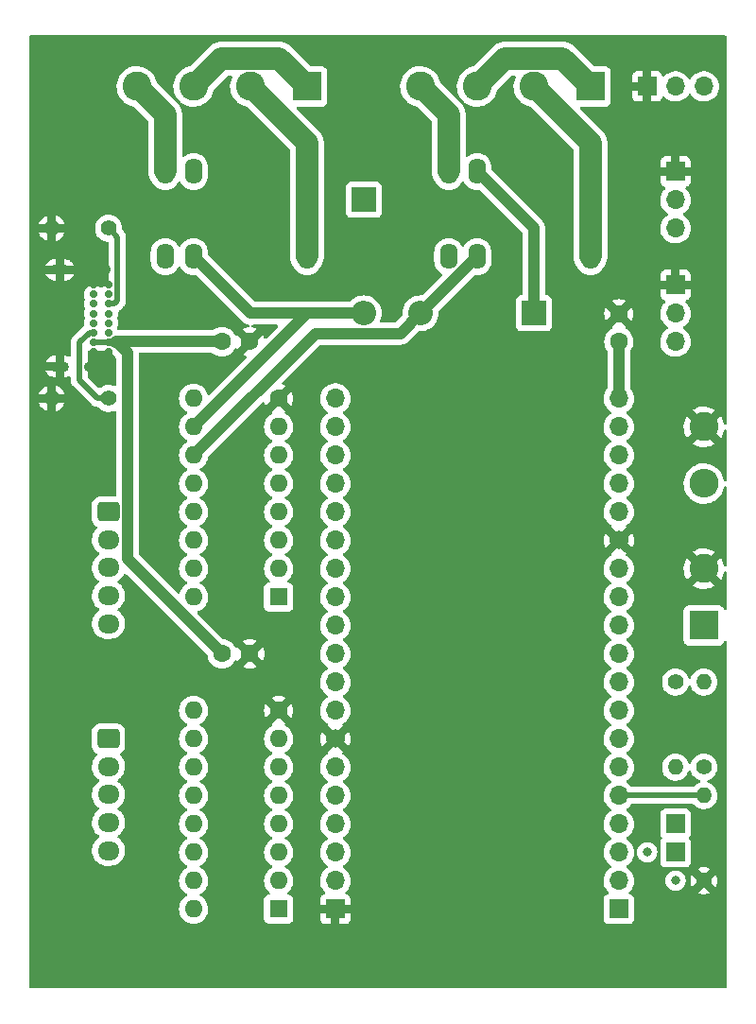
<source format=gbl>
G04 #@! TF.GenerationSoftware,KiCad,Pcbnew,(6.0.4)*
G04 #@! TF.CreationDate,2023-04-21T08:00:34+02:00*
G04 #@! TF.ProjectId,XRTL_PCB,5852544c-5f50-4434-922e-6b696361645f,1.0*
G04 #@! TF.SameCoordinates,Original*
G04 #@! TF.FileFunction,Copper,L2,Bot*
G04 #@! TF.FilePolarity,Positive*
%FSLAX46Y46*%
G04 Gerber Fmt 4.6, Leading zero omitted, Abs format (unit mm)*
G04 Created by KiCad (PCBNEW (6.0.4)) date 2023-04-21 08:00:34*
%MOMM*%
%LPD*%
G01*
G04 APERTURE LIST*
G04 Aperture macros list*
%AMRoundRect*
0 Rectangle with rounded corners*
0 $1 Rounding radius*
0 $2 $3 $4 $5 $6 $7 $8 $9 X,Y pos of 4 corners*
0 Add a 4 corners polygon primitive as box body*
4,1,4,$2,$3,$4,$5,$6,$7,$8,$9,$2,$3,0*
0 Add four circle primitives for the rounded corners*
1,1,$1+$1,$2,$3*
1,1,$1+$1,$4,$5*
1,1,$1+$1,$6,$7*
1,1,$1+$1,$8,$9*
0 Add four rect primitives between the rounded corners*
20,1,$1+$1,$2,$3,$4,$5,0*
20,1,$1+$1,$4,$5,$6,$7,0*
20,1,$1+$1,$6,$7,$8,$9,0*
20,1,$1+$1,$8,$9,$2,$3,0*%
%AMHorizOval*
0 Thick line with rounded ends*
0 $1 width*
0 $2 $3 position (X,Y) of the first rounded end (center of the circle)*
0 $4 $5 position (X,Y) of the second rounded end (center of the circle)*
0 Add line between two ends*
20,1,$1,$2,$3,$4,$5,0*
0 Add two circle primitives to create the rounded ends*
1,1,$1,$2,$3*
1,1,$1,$4,$5*%
G04 Aperture macros list end*
G04 #@! TA.AperFunction,ComponentPad*
%ADD10R,2.600000X2.600000*%
G04 #@! TD*
G04 #@! TA.AperFunction,ComponentPad*
%ADD11C,2.600000*%
G04 #@! TD*
G04 #@! TA.AperFunction,ComponentPad*
%ADD12C,1.400000*%
G04 #@! TD*
G04 #@! TA.AperFunction,ComponentPad*
%ADD13O,1.400000X1.400000*%
G04 #@! TD*
G04 #@! TA.AperFunction,ComponentPad*
%ADD14R,1.700000X1.700000*%
G04 #@! TD*
G04 #@! TA.AperFunction,ComponentPad*
%ADD15C,1.600000*%
G04 #@! TD*
G04 #@! TA.AperFunction,ComponentPad*
%ADD16O,1.600000X2.300000*%
G04 #@! TD*
G04 #@! TA.AperFunction,ComponentPad*
%ADD17R,1.600000X1.600000*%
G04 #@! TD*
G04 #@! TA.AperFunction,ComponentPad*
%ADD18O,1.600000X1.600000*%
G04 #@! TD*
G04 #@! TA.AperFunction,ComponentPad*
%ADD19HorizOval,1.600000X0.000000X0.000000X0.000000X0.000000X0*%
G04 #@! TD*
G04 #@! TA.AperFunction,ComponentPad*
%ADD20O,1.700000X1.700000*%
G04 #@! TD*
G04 #@! TA.AperFunction,ComponentPad*
%ADD21HorizOval,1.700000X0.000000X0.000000X0.000000X0.000000X0*%
G04 #@! TD*
G04 #@! TA.AperFunction,ComponentPad*
%ADD22RoundRect,0.250000X-0.725000X0.600000X-0.725000X-0.600000X0.725000X-0.600000X0.725000X0.600000X0*%
G04 #@! TD*
G04 #@! TA.AperFunction,ComponentPad*
%ADD23O,1.950000X1.700000*%
G04 #@! TD*
G04 #@! TA.AperFunction,ComponentPad*
%ADD24R,2.200000X2.200000*%
G04 #@! TD*
G04 #@! TA.AperFunction,ComponentPad*
%ADD25O,2.200000X2.200000*%
G04 #@! TD*
G04 #@! TA.AperFunction,ComponentPad*
%ADD26O,2.600000X2.600000*%
G04 #@! TD*
G04 #@! TA.AperFunction,ComponentPad*
%ADD27C,0.700000*%
G04 #@! TD*
G04 #@! TA.AperFunction,ComponentPad*
%ADD28O,1.700000X0.900000*%
G04 #@! TD*
G04 #@! TA.AperFunction,ComponentPad*
%ADD29O,2.400000X0.900000*%
G04 #@! TD*
G04 #@! TA.AperFunction,ViaPad*
%ADD30C,0.800000*%
G04 #@! TD*
G04 #@! TA.AperFunction,Conductor*
%ADD31C,2.000000*%
G04 #@! TD*
G04 #@! TA.AperFunction,Conductor*
%ADD32C,0.500000*%
G04 #@! TD*
G04 #@! TA.AperFunction,Conductor*
%ADD33C,1.000000*%
G04 #@! TD*
G04 APERTURE END LIST*
D10*
X124460000Y-53340000D03*
D11*
X119380000Y-53340000D03*
X114300000Y-53340000D03*
X109220000Y-53340000D03*
D12*
X81280000Y-81280000D03*
D13*
X76200000Y-81280000D03*
D14*
X132080000Y-121920000D03*
D15*
X127000000Y-76200000D03*
X127000000Y-73700000D03*
D16*
X99060000Y-60960000D03*
X88900000Y-60960000D03*
X86360000Y-60960000D03*
X86360000Y-68580000D03*
X88900000Y-68580000D03*
X99060000Y-68580000D03*
X124460000Y-60960000D03*
X114300000Y-60960000D03*
X111760000Y-60960000D03*
X111760000Y-68580000D03*
X114300000Y-68580000D03*
X124460000Y-68580000D03*
D17*
X96520000Y-99060000D03*
D18*
X96520000Y-96520000D03*
X96520000Y-93980000D03*
X96520000Y-91440000D03*
X96520000Y-88900000D03*
X96520000Y-86360000D03*
X96520000Y-83820000D03*
D19*
X96520000Y-81280000D03*
D18*
X88900000Y-81280000D03*
X88900000Y-83820000D03*
X88900000Y-86360000D03*
X88900000Y-88900000D03*
X88900000Y-91440000D03*
X88900000Y-93980000D03*
X88900000Y-96520000D03*
X88900000Y-99060000D03*
D14*
X127000000Y-127000000D03*
D20*
X127000000Y-124460000D03*
X127000000Y-121920000D03*
X127000000Y-119380000D03*
X127000000Y-116840000D03*
X127000000Y-114300000D03*
X127000000Y-111760000D03*
X127000000Y-109220000D03*
X127000000Y-106680000D03*
X127000000Y-104140000D03*
X127000000Y-101600000D03*
X127000000Y-99060000D03*
X127000000Y-96520000D03*
D21*
X127000000Y-93980000D03*
D20*
X127000000Y-91440000D03*
X127000000Y-88900000D03*
X127000000Y-86360000D03*
X127000000Y-83820000D03*
X127000000Y-81280000D03*
D12*
X132080000Y-106680000D03*
D13*
X132080000Y-114300000D03*
D15*
X91440000Y-76200000D03*
X93940000Y-76200000D03*
D12*
X81280000Y-66040000D03*
D13*
X76200000Y-66040000D03*
D17*
X96520000Y-127000000D03*
D18*
X96520000Y-124460000D03*
X96520000Y-121920000D03*
X96520000Y-119380000D03*
X96520000Y-116840000D03*
X96520000Y-114300000D03*
X96520000Y-111760000D03*
D19*
X96520000Y-109220000D03*
D18*
X88900000Y-109220000D03*
X88900000Y-111760000D03*
X88900000Y-114300000D03*
X88900000Y-116840000D03*
X88900000Y-119380000D03*
X88900000Y-121920000D03*
X88900000Y-124460000D03*
X88900000Y-127000000D03*
D22*
X81280000Y-111760000D03*
D23*
X81280000Y-114260000D03*
X81280000Y-116760000D03*
X81280000Y-119260000D03*
X81280000Y-121760000D03*
D12*
X134620000Y-124460000D03*
D13*
X134620000Y-116840000D03*
D14*
X101600000Y-127000000D03*
D20*
X101600000Y-124460000D03*
X101600000Y-121920000D03*
X101600000Y-119380000D03*
X101600000Y-116840000D03*
X101600000Y-114300000D03*
D21*
X101600000Y-111760000D03*
D20*
X101600000Y-109220000D03*
X101600000Y-106680000D03*
X101600000Y-104140000D03*
X101600000Y-101600000D03*
X101600000Y-99060000D03*
X101600000Y-96520000D03*
X101600000Y-93980000D03*
X101600000Y-91440000D03*
X101600000Y-88900000D03*
X101600000Y-86360000D03*
X101600000Y-83820000D03*
X101600000Y-81280000D03*
D14*
X132080000Y-60960000D03*
D20*
X132080000Y-63500000D03*
X132080000Y-66040000D03*
D24*
X119380000Y-73660000D03*
D25*
X109220000Y-73660000D03*
D22*
X81280000Y-91440000D03*
D23*
X81280000Y-93940000D03*
X81280000Y-96440000D03*
X81280000Y-98940000D03*
X81280000Y-101440000D03*
D14*
X132080000Y-119380000D03*
D15*
X91440000Y-104140000D03*
X93940000Y-104140000D03*
D26*
X134620000Y-88900000D03*
D11*
X134620000Y-83820000D03*
D24*
X104140000Y-63500000D03*
D25*
X104140000Y-73660000D03*
D10*
X134620000Y-101600000D03*
D11*
X134620000Y-96520000D03*
D14*
X132080000Y-71120000D03*
D20*
X132080000Y-73660000D03*
X132080000Y-76200000D03*
D14*
X129540000Y-53340000D03*
D20*
X132080000Y-53340000D03*
X134620000Y-53340000D03*
D10*
X99060000Y-53340000D03*
D11*
X93980000Y-53340000D03*
X88900000Y-53340000D03*
X83820000Y-53340000D03*
D27*
X81280000Y-71120000D03*
X81280000Y-71970000D03*
X81280000Y-72820000D03*
X81280000Y-73670000D03*
X81280000Y-74520000D03*
X81280000Y-75370000D03*
X81280000Y-76220000D03*
X81280000Y-77070000D03*
X79930000Y-77070000D03*
X79930000Y-76220000D03*
X79930000Y-75370000D03*
X79930000Y-74520000D03*
X79930000Y-73670000D03*
X79930000Y-72820000D03*
X79930000Y-71970000D03*
X79930000Y-71120000D03*
D28*
X76920000Y-78420000D03*
D29*
X80300000Y-78420000D03*
X80300000Y-69770000D03*
D28*
X76920000Y-69770000D03*
D12*
X134620000Y-114300000D03*
D13*
X134620000Y-106680000D03*
D30*
X129540000Y-121920000D03*
X132080000Y-124460000D03*
X104140000Y-68580000D03*
X121920000Y-63500000D03*
X132080000Y-86360000D03*
X91440000Y-68580000D03*
X81280000Y-83820000D03*
X93980000Y-83820000D03*
X78105000Y-73660000D03*
X86360000Y-121920000D03*
X129540000Y-114808000D03*
X83820000Y-101600000D03*
X134620000Y-99060000D03*
X86360000Y-78740000D03*
X127000000Y-55880000D03*
X129540000Y-68580000D03*
X99060000Y-78740000D03*
X132080000Y-58420000D03*
X111760000Y-73660000D03*
X109220000Y-68580000D03*
X88900000Y-73660000D03*
X86360000Y-71120000D03*
X124968000Y-116840000D03*
X128905000Y-78740000D03*
X129540000Y-118872000D03*
X127000000Y-63500000D03*
X104140000Y-86360000D03*
X124460000Y-78740000D03*
D31*
X91399511Y-50840489D02*
X88900000Y-53340000D01*
X96560489Y-50840489D02*
X91399511Y-50840489D01*
X99060000Y-53340000D02*
X96560489Y-50840489D01*
X121960489Y-50840489D02*
X124460000Y-53340000D01*
X114300000Y-53340000D02*
X116799511Y-50840489D01*
X116799511Y-50840489D02*
X121960489Y-50840489D01*
D32*
X134620000Y-116840000D02*
X127000000Y-116840000D01*
D33*
X114300000Y-68580000D02*
X109220000Y-73660000D01*
X107420489Y-75459511D02*
X109220000Y-73660000D01*
X99800489Y-75459511D02*
X107420489Y-75459511D01*
X88900000Y-86360000D02*
X99800489Y-75459511D01*
X88900000Y-83820000D02*
X99060000Y-73660000D01*
X104140000Y-73660000D02*
X93980000Y-73660000D01*
X93980000Y-73660000D02*
X88900000Y-68580000D01*
X99060000Y-73660000D02*
X104140000Y-73660000D01*
X119380000Y-66040000D02*
X114300000Y-60960000D01*
X82954520Y-77220286D02*
X81934234Y-76200000D01*
X82954520Y-95654520D02*
X82954520Y-77220286D01*
X91440000Y-76200000D02*
X81934234Y-76200000D01*
X91440000Y-104140000D02*
X82954520Y-95654520D01*
D32*
X79930000Y-76220000D02*
X81260000Y-76220000D01*
D33*
X81934234Y-76200000D02*
X81914234Y-76220000D01*
X119380000Y-73660000D02*
X119380000Y-66040000D01*
X127000000Y-76200000D02*
X127000000Y-81280000D01*
D32*
X82079511Y-72515463D02*
X81774974Y-72820000D01*
X81280000Y-66040000D02*
X82079511Y-66839511D01*
X82079511Y-66839511D02*
X82079511Y-72515463D01*
X81774974Y-72820000D02*
X81280000Y-72820000D01*
X78650480Y-76289520D02*
X79570000Y-75370000D01*
X78650480Y-79640429D02*
X78650480Y-76289520D01*
X79570000Y-75370000D02*
X79930000Y-75370000D01*
X81280000Y-81280000D02*
X80290051Y-81280000D01*
X80290051Y-81280000D02*
X78650480Y-79640429D01*
D31*
X99060000Y-58420000D02*
X93980000Y-53340000D01*
X99060000Y-68580000D02*
X99060000Y-58420000D01*
X86360000Y-60960000D02*
X86360000Y-55880000D01*
X86360000Y-55880000D02*
X83820000Y-53340000D01*
X124460000Y-68580000D02*
X124460000Y-58420000D01*
X124460000Y-58420000D02*
X119380000Y-53340000D01*
X111760000Y-55880000D02*
X109220000Y-53340000D01*
X111760000Y-60960000D02*
X111760000Y-55880000D01*
G04 #@! TA.AperFunction,Conductor*
G36*
X136593621Y-48788502D02*
G01*
X136640114Y-48842158D01*
X136651500Y-48894500D01*
X136651500Y-83477588D01*
X136631498Y-83545709D01*
X136577842Y-83592202D01*
X136507568Y-83602306D01*
X136442988Y-83572812D01*
X136404604Y-83513086D01*
X136402607Y-83505396D01*
X136354878Y-83294467D01*
X136352154Y-83285556D01*
X136258143Y-83043806D01*
X136254132Y-83035397D01*
X136147034Y-82848014D01*
X136136869Y-82838238D01*
X136128970Y-82841360D01*
X135163142Y-83807188D01*
X135155528Y-83821132D01*
X135155659Y-83822965D01*
X135159910Y-83829580D01*
X136123077Y-84792747D01*
X136135457Y-84799507D01*
X136143798Y-84793263D01*
X136210832Y-84689047D01*
X136215275Y-84680864D01*
X136321807Y-84444370D01*
X136324997Y-84435605D01*
X136395402Y-84185972D01*
X136397262Y-84176830D01*
X136400507Y-84151322D01*
X136428946Y-84086270D01*
X136488040Y-84046920D01*
X136559027Y-84045766D01*
X136619370Y-84083173D01*
X136649909Y-84147265D01*
X136651500Y-84167223D01*
X136651500Y-88555326D01*
X136631498Y-88623447D01*
X136577842Y-88669940D01*
X136507568Y-88680044D01*
X136442988Y-88650550D01*
X136404604Y-88590824D01*
X136402607Y-88583133D01*
X136355361Y-88374331D01*
X136355360Y-88374326D01*
X136354327Y-88369763D01*
X136256902Y-88119238D01*
X136123518Y-87885864D01*
X135957105Y-87674769D01*
X135761317Y-87490591D01*
X135586560Y-87369357D01*
X135544299Y-87340039D01*
X135544296Y-87340037D01*
X135540457Y-87337374D01*
X135536264Y-87335306D01*
X135303564Y-87220551D01*
X135303561Y-87220550D01*
X135299376Y-87218486D01*
X135251745Y-87203239D01*
X135132560Y-87165088D01*
X135043370Y-87136538D01*
X135038763Y-87135788D01*
X135038760Y-87135787D01*
X134782674Y-87094081D01*
X134782675Y-87094081D01*
X134778063Y-87093330D01*
X134647719Y-87091624D01*
X134513961Y-87089873D01*
X134513958Y-87089873D01*
X134509284Y-87089812D01*
X134242937Y-87126060D01*
X133984874Y-87201278D01*
X133980621Y-87203238D01*
X133980620Y-87203239D01*
X133950634Y-87217063D01*
X133740763Y-87313815D01*
X133710070Y-87333938D01*
X133519881Y-87458631D01*
X133519876Y-87458635D01*
X133515968Y-87461197D01*
X133475268Y-87497523D01*
X133326841Y-87630000D01*
X133315426Y-87640188D01*
X133143544Y-87846854D01*
X133141121Y-87850847D01*
X133009181Y-88068277D01*
X133004096Y-88076656D01*
X133002287Y-88080970D01*
X133002285Y-88080974D01*
X132928958Y-88255840D01*
X132900148Y-88324545D01*
X132833981Y-88585077D01*
X132807050Y-88852526D01*
X132807274Y-88857192D01*
X132807274Y-88857197D01*
X132807978Y-88871851D01*
X132819947Y-89121019D01*
X132872388Y-89384656D01*
X132963220Y-89637646D01*
X132965432Y-89641762D01*
X132965433Y-89641765D01*
X133029555Y-89761100D01*
X133090450Y-89874431D01*
X133093241Y-89878168D01*
X133093245Y-89878175D01*
X133142527Y-89944171D01*
X133251281Y-90089810D01*
X133254590Y-90093090D01*
X133254595Y-90093096D01*
X133404323Y-90241522D01*
X133442180Y-90279050D01*
X133445942Y-90281808D01*
X133445945Y-90281811D01*
X133631043Y-90417530D01*
X133658954Y-90437995D01*
X133663089Y-90440171D01*
X133663093Y-90440173D01*
X133797773Y-90511032D01*
X133896840Y-90563154D01*
X134150613Y-90651775D01*
X134155206Y-90652647D01*
X134410109Y-90701042D01*
X134410112Y-90701042D01*
X134414698Y-90701913D01*
X134542370Y-90706929D01*
X134678625Y-90712283D01*
X134678630Y-90712283D01*
X134683293Y-90712466D01*
X134787607Y-90701042D01*
X134945844Y-90683713D01*
X134945850Y-90683712D01*
X134950497Y-90683203D01*
X134967939Y-90678611D01*
X135205918Y-90615956D01*
X135205920Y-90615955D01*
X135210441Y-90614765D01*
X135215441Y-90612617D01*
X135453120Y-90510502D01*
X135453122Y-90510501D01*
X135457414Y-90508657D01*
X135576071Y-90435230D01*
X135682017Y-90369669D01*
X135682021Y-90369666D01*
X135685990Y-90367210D01*
X135891149Y-90193530D01*
X136068382Y-89991434D01*
X136213797Y-89765361D01*
X136324199Y-89520278D01*
X136357610Y-89401811D01*
X136395893Y-89266072D01*
X136395894Y-89266069D01*
X136397163Y-89261568D01*
X136400507Y-89235282D01*
X136428946Y-89170230D01*
X136488040Y-89130880D01*
X136559028Y-89129726D01*
X136619370Y-89167133D01*
X136649909Y-89231225D01*
X136651500Y-89251183D01*
X136651500Y-96177588D01*
X136631498Y-96245709D01*
X136577842Y-96292202D01*
X136507568Y-96302306D01*
X136442988Y-96272812D01*
X136404604Y-96213086D01*
X136402607Y-96205396D01*
X136354878Y-95994467D01*
X136352154Y-95985556D01*
X136258143Y-95743806D01*
X136254132Y-95735397D01*
X136147034Y-95548014D01*
X136136869Y-95538238D01*
X136128970Y-95541360D01*
X135163142Y-96507188D01*
X135155528Y-96521132D01*
X135155659Y-96522965D01*
X135159910Y-96529580D01*
X136123077Y-97492747D01*
X136135457Y-97499507D01*
X136143798Y-97493263D01*
X136210832Y-97389047D01*
X136215275Y-97380864D01*
X136321807Y-97144370D01*
X136324997Y-97135605D01*
X136395402Y-96885972D01*
X136397262Y-96876830D01*
X136400507Y-96851322D01*
X136428946Y-96786270D01*
X136488040Y-96746920D01*
X136559027Y-96745766D01*
X136619370Y-96783173D01*
X136649909Y-96847265D01*
X136651500Y-96867223D01*
X136651500Y-100107504D01*
X136631498Y-100175625D01*
X136577842Y-100222118D01*
X136507568Y-100232222D01*
X136442988Y-100202728D01*
X136407518Y-100151733D01*
X136373768Y-100061705D01*
X136373767Y-100061703D01*
X136370615Y-100053295D01*
X136283261Y-99936739D01*
X136166705Y-99849385D01*
X136030316Y-99798255D01*
X135968134Y-99791500D01*
X133271866Y-99791500D01*
X133209684Y-99798255D01*
X133073295Y-99849385D01*
X132956739Y-99936739D01*
X132869385Y-100053295D01*
X132818255Y-100189684D01*
X132811500Y-100251866D01*
X132811500Y-102948134D01*
X132818255Y-103010316D01*
X132869385Y-103146705D01*
X132956739Y-103263261D01*
X133073295Y-103350615D01*
X133209684Y-103401745D01*
X133271866Y-103408500D01*
X135968134Y-103408500D01*
X136030316Y-103401745D01*
X136166705Y-103350615D01*
X136283261Y-103263261D01*
X136370615Y-103146705D01*
X136376637Y-103130643D01*
X136407518Y-103048267D01*
X136450159Y-102991502D01*
X136516721Y-102966802D01*
X136586070Y-102982009D01*
X136636188Y-103032295D01*
X136651500Y-103092496D01*
X136651500Y-133985500D01*
X136631498Y-134053621D01*
X136577842Y-134100114D01*
X136525500Y-134111500D01*
X74294500Y-134111500D01*
X74226379Y-134091498D01*
X74179886Y-134037842D01*
X74168500Y-133985500D01*
X74168500Y-127000000D01*
X87586502Y-127000000D01*
X87606457Y-127228087D01*
X87607881Y-127233400D01*
X87607881Y-127233402D01*
X87647022Y-127379475D01*
X87665716Y-127449243D01*
X87668039Y-127454224D01*
X87668039Y-127454225D01*
X87760151Y-127651762D01*
X87760154Y-127651767D01*
X87762477Y-127656749D01*
X87893802Y-127844300D01*
X88055700Y-128006198D01*
X88060208Y-128009355D01*
X88060211Y-128009357D01*
X88101542Y-128038297D01*
X88243251Y-128137523D01*
X88248233Y-128139846D01*
X88248238Y-128139849D01*
X88417212Y-128218642D01*
X88450757Y-128234284D01*
X88456065Y-128235706D01*
X88456067Y-128235707D01*
X88666598Y-128292119D01*
X88666600Y-128292119D01*
X88671913Y-128293543D01*
X88900000Y-128313498D01*
X89128087Y-128293543D01*
X89133400Y-128292119D01*
X89133402Y-128292119D01*
X89343933Y-128235707D01*
X89343935Y-128235706D01*
X89349243Y-128234284D01*
X89382788Y-128218642D01*
X89551762Y-128139849D01*
X89551767Y-128139846D01*
X89556749Y-128137523D01*
X89698458Y-128038297D01*
X89739789Y-128009357D01*
X89739792Y-128009355D01*
X89744300Y-128006198D01*
X89906198Y-127844300D01*
X90037523Y-127656749D01*
X90039846Y-127651767D01*
X90039849Y-127651762D01*
X90131961Y-127454225D01*
X90131961Y-127454224D01*
X90134284Y-127449243D01*
X90152979Y-127379475D01*
X90192119Y-127233402D01*
X90192119Y-127233400D01*
X90193543Y-127228087D01*
X90213498Y-127000000D01*
X90193543Y-126771913D01*
X90192119Y-126766598D01*
X90135707Y-126556067D01*
X90135706Y-126556065D01*
X90134284Y-126550757D01*
X90131961Y-126545775D01*
X90039849Y-126348238D01*
X90039846Y-126348233D01*
X90037523Y-126343251D01*
X89906198Y-126155700D01*
X89744300Y-125993802D01*
X89739792Y-125990645D01*
X89739789Y-125990643D01*
X89604780Y-125896109D01*
X89556749Y-125862477D01*
X89551767Y-125860154D01*
X89551762Y-125860151D01*
X89517543Y-125844195D01*
X89464258Y-125797278D01*
X89444797Y-125729001D01*
X89465339Y-125661041D01*
X89517543Y-125615805D01*
X89551762Y-125599849D01*
X89551767Y-125599846D01*
X89556749Y-125597523D01*
X89695369Y-125500460D01*
X89739789Y-125469357D01*
X89739792Y-125469355D01*
X89744300Y-125466198D01*
X89906198Y-125304300D01*
X89930923Y-125268990D01*
X90009032Y-125157438D01*
X90037523Y-125116749D01*
X90039846Y-125111767D01*
X90039849Y-125111762D01*
X90131961Y-124914225D01*
X90131961Y-124914224D01*
X90134284Y-124909243D01*
X90144150Y-124872425D01*
X90192119Y-124693402D01*
X90192119Y-124693400D01*
X90193543Y-124688087D01*
X90213498Y-124460000D01*
X95206502Y-124460000D01*
X95226457Y-124688087D01*
X95227881Y-124693400D01*
X95227881Y-124693402D01*
X95275851Y-124872425D01*
X95285716Y-124909243D01*
X95288039Y-124914224D01*
X95288039Y-124914225D01*
X95380151Y-125111762D01*
X95380154Y-125111767D01*
X95382477Y-125116749D01*
X95410968Y-125157438D01*
X95489078Y-125268990D01*
X95513802Y-125304300D01*
X95675700Y-125466198D01*
X95680211Y-125469357D01*
X95684424Y-125472892D01*
X95683473Y-125474026D01*
X95723471Y-125524071D01*
X95730776Y-125594690D01*
X95698742Y-125658049D01*
X95637538Y-125694030D01*
X95620483Y-125697082D01*
X95609684Y-125698255D01*
X95473295Y-125749385D01*
X95356739Y-125836739D01*
X95269385Y-125953295D01*
X95218255Y-126089684D01*
X95211500Y-126151866D01*
X95211500Y-127848134D01*
X95218255Y-127910316D01*
X95269385Y-128046705D01*
X95356739Y-128163261D01*
X95473295Y-128250615D01*
X95609684Y-128301745D01*
X95671866Y-128308500D01*
X97368134Y-128308500D01*
X97430316Y-128301745D01*
X97566705Y-128250615D01*
X97683261Y-128163261D01*
X97770615Y-128046705D01*
X97821745Y-127910316D01*
X97823445Y-127894669D01*
X100242001Y-127894669D01*
X100242371Y-127901490D01*
X100247895Y-127952352D01*
X100251521Y-127967604D01*
X100296676Y-128088054D01*
X100305214Y-128103649D01*
X100381715Y-128205724D01*
X100394276Y-128218285D01*
X100496351Y-128294786D01*
X100511946Y-128303324D01*
X100632394Y-128348478D01*
X100647649Y-128352105D01*
X100698514Y-128357631D01*
X100705328Y-128358000D01*
X101206885Y-128358000D01*
X101222124Y-128353525D01*
X101223329Y-128352135D01*
X101225000Y-128344452D01*
X101225000Y-128339884D01*
X101975000Y-128339884D01*
X101979475Y-128355123D01*
X101980865Y-128356328D01*
X101988548Y-128357999D01*
X102494669Y-128357999D01*
X102501490Y-128357629D01*
X102552352Y-128352105D01*
X102567604Y-128348479D01*
X102688054Y-128303324D01*
X102703649Y-128294786D01*
X102805724Y-128218285D01*
X102818285Y-128205724D01*
X102894786Y-128103649D01*
X102903324Y-128088054D01*
X102948478Y-127967606D01*
X102952105Y-127952351D01*
X102957631Y-127901486D01*
X102958000Y-127894672D01*
X102958000Y-127393115D01*
X102953525Y-127377876D01*
X102952135Y-127376671D01*
X102944452Y-127375000D01*
X101993115Y-127375000D01*
X101977876Y-127379475D01*
X101976671Y-127380865D01*
X101975000Y-127388548D01*
X101975000Y-128339884D01*
X101225000Y-128339884D01*
X101225000Y-127393115D01*
X101220525Y-127377876D01*
X101219135Y-127376671D01*
X101211452Y-127375000D01*
X100260116Y-127375000D01*
X100244877Y-127379475D01*
X100243672Y-127380865D01*
X100242001Y-127388548D01*
X100242001Y-127894669D01*
X97823445Y-127894669D01*
X97828500Y-127848134D01*
X97828500Y-126151866D01*
X97821745Y-126089684D01*
X97770615Y-125953295D01*
X97683261Y-125836739D01*
X97566705Y-125749385D01*
X97430316Y-125698255D01*
X97419526Y-125697083D01*
X97417394Y-125696197D01*
X97414778Y-125695575D01*
X97414879Y-125695152D01*
X97353965Y-125669845D01*
X97313537Y-125611483D01*
X97311078Y-125540529D01*
X97347371Y-125479510D01*
X97356031Y-125472511D01*
X97359793Y-125469354D01*
X97364300Y-125466198D01*
X97526198Y-125304300D01*
X97550923Y-125268990D01*
X97629032Y-125157438D01*
X97657523Y-125116749D01*
X97659846Y-125111767D01*
X97659849Y-125111762D01*
X97751961Y-124914225D01*
X97751961Y-124914224D01*
X97754284Y-124909243D01*
X97764150Y-124872425D01*
X97812119Y-124693402D01*
X97812119Y-124693400D01*
X97813543Y-124688087D01*
X97833498Y-124460000D01*
X97830584Y-124426695D01*
X100237251Y-124426695D01*
X100237548Y-124431848D01*
X100237548Y-124431851D01*
X100243011Y-124526590D01*
X100250110Y-124649715D01*
X100251247Y-124654761D01*
X100251248Y-124654767D01*
X100259955Y-124693402D01*
X100299222Y-124867639D01*
X100383266Y-125074616D01*
X100385965Y-125079020D01*
X100493072Y-125253803D01*
X100499987Y-125265088D01*
X100646250Y-125433938D01*
X100650225Y-125437238D01*
X100650231Y-125437244D01*
X100655425Y-125441556D01*
X100695059Y-125500460D01*
X100696555Y-125571441D01*
X100659439Y-125631962D01*
X100619168Y-125656480D01*
X100511946Y-125696676D01*
X100496351Y-125705214D01*
X100394276Y-125781715D01*
X100381715Y-125794276D01*
X100305214Y-125896351D01*
X100296676Y-125911946D01*
X100251522Y-126032394D01*
X100247895Y-126047649D01*
X100242369Y-126098514D01*
X100242000Y-126105328D01*
X100242000Y-126606885D01*
X100246475Y-126622124D01*
X100247865Y-126623329D01*
X100255548Y-126625000D01*
X102939884Y-126625000D01*
X102955123Y-126620525D01*
X102956328Y-126619135D01*
X102957999Y-126611452D01*
X102957999Y-126105331D01*
X102957629Y-126098510D01*
X102952105Y-126047648D01*
X102948479Y-126032396D01*
X102903324Y-125911946D01*
X102894786Y-125896351D01*
X102818285Y-125794276D01*
X102805724Y-125781715D01*
X102703649Y-125705214D01*
X102688054Y-125696676D01*
X102577813Y-125655348D01*
X102521049Y-125612706D01*
X102496349Y-125546145D01*
X102511557Y-125476796D01*
X102533104Y-125448115D01*
X102634430Y-125347144D01*
X102634440Y-125347132D01*
X102638096Y-125343489D01*
X102647670Y-125330166D01*
X102765435Y-125166277D01*
X102768453Y-125162077D01*
X102778006Y-125142749D01*
X102865136Y-124966453D01*
X102865137Y-124966451D01*
X102867430Y-124961811D01*
X102932370Y-124748069D01*
X102961529Y-124526590D01*
X102963156Y-124460000D01*
X102960418Y-124426695D01*
X125637251Y-124426695D01*
X125637548Y-124431848D01*
X125637548Y-124431851D01*
X125643011Y-124526590D01*
X125650110Y-124649715D01*
X125651247Y-124654761D01*
X125651248Y-124654767D01*
X125659955Y-124693402D01*
X125699222Y-124867639D01*
X125783266Y-125074616D01*
X125785965Y-125079020D01*
X125893072Y-125253803D01*
X125899987Y-125265088D01*
X126046250Y-125433938D01*
X126050230Y-125437242D01*
X126054981Y-125441187D01*
X126094616Y-125500090D01*
X126096113Y-125571071D01*
X126058997Y-125631593D01*
X126018725Y-125656112D01*
X125975984Y-125672135D01*
X125903295Y-125699385D01*
X125786739Y-125786739D01*
X125699385Y-125903295D01*
X125648255Y-126039684D01*
X125641500Y-126101866D01*
X125641500Y-127898134D01*
X125648255Y-127960316D01*
X125699385Y-128096705D01*
X125786739Y-128213261D01*
X125903295Y-128300615D01*
X126039684Y-128351745D01*
X126101866Y-128358500D01*
X127898134Y-128358500D01*
X127960316Y-128351745D01*
X128096705Y-128300615D01*
X128213261Y-128213261D01*
X128300615Y-128096705D01*
X128351745Y-127960316D01*
X128358500Y-127898134D01*
X128358500Y-126101866D01*
X128351745Y-126039684D01*
X128300615Y-125903295D01*
X128213261Y-125786739D01*
X128096705Y-125699385D01*
X128069905Y-125689338D01*
X127978203Y-125654960D01*
X127921439Y-125612318D01*
X127896739Y-125545756D01*
X127898610Y-125537225D01*
X134078725Y-125537225D01*
X134082467Y-125542224D01*
X134200277Y-125597159D01*
X134210573Y-125600907D01*
X134404122Y-125652769D01*
X134414909Y-125654671D01*
X134614525Y-125672135D01*
X134625475Y-125672135D01*
X134825091Y-125654671D01*
X134835878Y-125652769D01*
X135029427Y-125600907D01*
X135039723Y-125597159D01*
X135150909Y-125545313D01*
X135161492Y-125535995D01*
X135159684Y-125530014D01*
X134632812Y-125003142D01*
X134618868Y-124995528D01*
X134617035Y-124995659D01*
X134610420Y-124999910D01*
X134085485Y-125524845D01*
X134078725Y-125537225D01*
X127898610Y-125537225D01*
X127911947Y-125476408D01*
X127933493Y-125447727D01*
X128034435Y-125347137D01*
X128038096Y-125343489D01*
X128047670Y-125330166D01*
X128165435Y-125166277D01*
X128168453Y-125162077D01*
X128178006Y-125142749D01*
X128265136Y-124966453D01*
X128265137Y-124966451D01*
X128267430Y-124961811D01*
X128332370Y-124748069D01*
X128361529Y-124526590D01*
X128363156Y-124460000D01*
X131166496Y-124460000D01*
X131167186Y-124466565D01*
X131173844Y-124529908D01*
X131186458Y-124649928D01*
X131245473Y-124831556D01*
X131248776Y-124837278D01*
X131248777Y-124837279D01*
X131267338Y-124869427D01*
X131340960Y-124996944D01*
X131468747Y-125138866D01*
X131623248Y-125251118D01*
X131629276Y-125253802D01*
X131629278Y-125253803D01*
X131654625Y-125265088D01*
X131797712Y-125328794D01*
X131891113Y-125348647D01*
X131978056Y-125367128D01*
X131978061Y-125367128D01*
X131984513Y-125368500D01*
X132175487Y-125368500D01*
X132181939Y-125367128D01*
X132181944Y-125367128D01*
X132268887Y-125348647D01*
X132362288Y-125328794D01*
X132505375Y-125265088D01*
X132530722Y-125253803D01*
X132530724Y-125253802D01*
X132536752Y-125251118D01*
X132691253Y-125138866D01*
X132819040Y-124996944D01*
X132892662Y-124869427D01*
X132911223Y-124837279D01*
X132911224Y-124837278D01*
X132914527Y-124831556D01*
X132973542Y-124649928D01*
X132986157Y-124529908D01*
X132992814Y-124466565D01*
X132992929Y-124465475D01*
X133407865Y-124465475D01*
X133425329Y-124665091D01*
X133427231Y-124675878D01*
X133479093Y-124869427D01*
X133482841Y-124879723D01*
X133534687Y-124990909D01*
X133544005Y-125001492D01*
X133549986Y-124999684D01*
X134076858Y-124472812D01*
X134083236Y-124461132D01*
X135155528Y-124461132D01*
X135155659Y-124462965D01*
X135159910Y-124469580D01*
X135684845Y-124994515D01*
X135697225Y-125001275D01*
X135702224Y-124997533D01*
X135757159Y-124879723D01*
X135760907Y-124869427D01*
X135812769Y-124675878D01*
X135814671Y-124665091D01*
X135832135Y-124465475D01*
X135832135Y-124454525D01*
X135814671Y-124254909D01*
X135812769Y-124244122D01*
X135760907Y-124050573D01*
X135757159Y-124040277D01*
X135705313Y-123929091D01*
X135695995Y-123918508D01*
X135690014Y-123920316D01*
X135163142Y-124447188D01*
X135155528Y-124461132D01*
X134083236Y-124461132D01*
X134084472Y-124458868D01*
X134084341Y-124457035D01*
X134080090Y-124450420D01*
X133555155Y-123925485D01*
X133542775Y-123918725D01*
X133537776Y-123922467D01*
X133482841Y-124040277D01*
X133479093Y-124050573D01*
X133427231Y-124244122D01*
X133425329Y-124254909D01*
X133407865Y-124454525D01*
X133407865Y-124465475D01*
X132992929Y-124465475D01*
X132993504Y-124460000D01*
X132973542Y-124270072D01*
X132914527Y-124088444D01*
X132819040Y-123923056D01*
X132722503Y-123815840D01*
X132695675Y-123786045D01*
X132695674Y-123786044D01*
X132691253Y-123781134D01*
X132536752Y-123668882D01*
X132530724Y-123666198D01*
X132530722Y-123666197D01*
X132368319Y-123593891D01*
X132368318Y-123593891D01*
X132362288Y-123591206D01*
X132268888Y-123571353D01*
X132181944Y-123552872D01*
X132181939Y-123552872D01*
X132175487Y-123551500D01*
X131984513Y-123551500D01*
X131978061Y-123552872D01*
X131978056Y-123552872D01*
X131891112Y-123571353D01*
X131797712Y-123591206D01*
X131791682Y-123593891D01*
X131791681Y-123593891D01*
X131629278Y-123666197D01*
X131629276Y-123666198D01*
X131623248Y-123668882D01*
X131468747Y-123781134D01*
X131464326Y-123786044D01*
X131464325Y-123786045D01*
X131437498Y-123815840D01*
X131340960Y-123923056D01*
X131245473Y-124088444D01*
X131186458Y-124270072D01*
X131166496Y-124460000D01*
X128363156Y-124460000D01*
X128344852Y-124237361D01*
X128290431Y-124020702D01*
X128201354Y-123815840D01*
X128161906Y-123754862D01*
X128082822Y-123632617D01*
X128082820Y-123632614D01*
X128080014Y-123628277D01*
X127929670Y-123463051D01*
X127925619Y-123459852D01*
X127925615Y-123459848D01*
X127829582Y-123384005D01*
X134078508Y-123384005D01*
X134080316Y-123389986D01*
X134607188Y-123916858D01*
X134621132Y-123924472D01*
X134622965Y-123924341D01*
X134629580Y-123920090D01*
X135154515Y-123395155D01*
X135161275Y-123382775D01*
X135157533Y-123377776D01*
X135039723Y-123322841D01*
X135029427Y-123319093D01*
X134835878Y-123267231D01*
X134825091Y-123265329D01*
X134625475Y-123247865D01*
X134614525Y-123247865D01*
X134414909Y-123265329D01*
X134404122Y-123267231D01*
X134210573Y-123319093D01*
X134200277Y-123322841D01*
X134089091Y-123374687D01*
X134078508Y-123384005D01*
X127829582Y-123384005D01*
X127758414Y-123327800D01*
X127758410Y-123327798D01*
X127754359Y-123324598D01*
X127713053Y-123301796D01*
X127663084Y-123251364D01*
X127648312Y-123181921D01*
X127673428Y-123115516D01*
X127700780Y-123088909D01*
X127764009Y-123043808D01*
X127879860Y-122961173D01*
X127911788Y-122929357D01*
X128023400Y-122818134D01*
X128038096Y-122803489D01*
X128047670Y-122790166D01*
X128165435Y-122626277D01*
X128168453Y-122622077D01*
X128178006Y-122602749D01*
X128265136Y-122426453D01*
X128265137Y-122426451D01*
X128267430Y-122421811D01*
X128312658Y-122272949D01*
X128330865Y-122213023D01*
X128330865Y-122213021D01*
X128332370Y-122208069D01*
X128361529Y-121986590D01*
X128363156Y-121920000D01*
X128626496Y-121920000D01*
X128627186Y-121926565D01*
X128640987Y-122057871D01*
X128646458Y-122109928D01*
X128705473Y-122291556D01*
X128708776Y-122297278D01*
X128708777Y-122297279D01*
X128729069Y-122332425D01*
X128800960Y-122456944D01*
X128805378Y-122461851D01*
X128805379Y-122461852D01*
X128900367Y-122567347D01*
X128928747Y-122598866D01*
X129083248Y-122711118D01*
X129089276Y-122713802D01*
X129089278Y-122713803D01*
X129149987Y-122740832D01*
X129257712Y-122788794D01*
X129344009Y-122807137D01*
X129438056Y-122827128D01*
X129438061Y-122827128D01*
X129444513Y-122828500D01*
X129635487Y-122828500D01*
X129641939Y-122827128D01*
X129641944Y-122827128D01*
X129684256Y-122818134D01*
X130721500Y-122818134D01*
X130728255Y-122880316D01*
X130779385Y-123016705D01*
X130866739Y-123133261D01*
X130983295Y-123220615D01*
X131119684Y-123271745D01*
X131181866Y-123278500D01*
X132978134Y-123278500D01*
X133040316Y-123271745D01*
X133176705Y-123220615D01*
X133293261Y-123133261D01*
X133380615Y-123016705D01*
X133431745Y-122880316D01*
X133438500Y-122818134D01*
X133438500Y-121021866D01*
X133431745Y-120959684D01*
X133380615Y-120823295D01*
X133307370Y-120725564D01*
X133282522Y-120659059D01*
X133297575Y-120589676D01*
X133307370Y-120574435D01*
X133311677Y-120568688D01*
X133380615Y-120476705D01*
X133431745Y-120340316D01*
X133438500Y-120278134D01*
X133438500Y-118481866D01*
X133431745Y-118419684D01*
X133380615Y-118283295D01*
X133293261Y-118166739D01*
X133176705Y-118079385D01*
X133040316Y-118028255D01*
X132978134Y-118021500D01*
X131181866Y-118021500D01*
X131119684Y-118028255D01*
X130983295Y-118079385D01*
X130866739Y-118166739D01*
X130779385Y-118283295D01*
X130728255Y-118419684D01*
X130721500Y-118481866D01*
X130721500Y-120278134D01*
X130728255Y-120340316D01*
X130779385Y-120476705D01*
X130848323Y-120568688D01*
X130852630Y-120574435D01*
X130877478Y-120640941D01*
X130862425Y-120710324D01*
X130852632Y-120725562D01*
X130779385Y-120823295D01*
X130728255Y-120959684D01*
X130721500Y-121021866D01*
X130721500Y-122818134D01*
X129684256Y-122818134D01*
X129735991Y-122807137D01*
X129822288Y-122788794D01*
X129930013Y-122740832D01*
X129990722Y-122713803D01*
X129990724Y-122713802D01*
X129996752Y-122711118D01*
X130151253Y-122598866D01*
X130179633Y-122567347D01*
X130274621Y-122461852D01*
X130274622Y-122461851D01*
X130279040Y-122456944D01*
X130350931Y-122332425D01*
X130371223Y-122297279D01*
X130371224Y-122297278D01*
X130374527Y-122291556D01*
X130433542Y-122109928D01*
X130439014Y-122057871D01*
X130452814Y-121926565D01*
X130453504Y-121920000D01*
X130433542Y-121730072D01*
X130374527Y-121548444D01*
X130279040Y-121383056D01*
X130182503Y-121275840D01*
X130155675Y-121246045D01*
X130155674Y-121246044D01*
X130151253Y-121241134D01*
X129996752Y-121128882D01*
X129990724Y-121126198D01*
X129990722Y-121126197D01*
X129828319Y-121053891D01*
X129828318Y-121053891D01*
X129822288Y-121051206D01*
X129700331Y-121025283D01*
X129641944Y-121012872D01*
X129641939Y-121012872D01*
X129635487Y-121011500D01*
X129444513Y-121011500D01*
X129438061Y-121012872D01*
X129438056Y-121012872D01*
X129379669Y-121025283D01*
X129257712Y-121051206D01*
X129251682Y-121053891D01*
X129251681Y-121053891D01*
X129089278Y-121126197D01*
X129089276Y-121126198D01*
X129083248Y-121128882D01*
X128928747Y-121241134D01*
X128924326Y-121246044D01*
X128924325Y-121246045D01*
X128897498Y-121275840D01*
X128800960Y-121383056D01*
X128705473Y-121548444D01*
X128646458Y-121730072D01*
X128626496Y-121920000D01*
X128363156Y-121920000D01*
X128344852Y-121697361D01*
X128290431Y-121480702D01*
X128201354Y-121275840D01*
X128119438Y-121149217D01*
X128082822Y-121092617D01*
X128082820Y-121092614D01*
X128080014Y-121088277D01*
X127929670Y-120923051D01*
X127925619Y-120919852D01*
X127925615Y-120919848D01*
X127758414Y-120787800D01*
X127758410Y-120787798D01*
X127754359Y-120784598D01*
X127713053Y-120761796D01*
X127663084Y-120711364D01*
X127648312Y-120641921D01*
X127673428Y-120575516D01*
X127700780Y-120548909D01*
X127756777Y-120508967D01*
X127879860Y-120421173D01*
X127911788Y-120389357D01*
X128023400Y-120278134D01*
X128038096Y-120263489D01*
X128056811Y-120237445D01*
X128165435Y-120086277D01*
X128168453Y-120082077D01*
X128179979Y-120058757D01*
X128265136Y-119886453D01*
X128265137Y-119886451D01*
X128267430Y-119881811D01*
X128332370Y-119668069D01*
X128361529Y-119446590D01*
X128362028Y-119426158D01*
X128363074Y-119383365D01*
X128363074Y-119383361D01*
X128363156Y-119380000D01*
X128344852Y-119157361D01*
X128290431Y-118940702D01*
X128201354Y-118735840D01*
X128080014Y-118548277D01*
X127929670Y-118383051D01*
X127925619Y-118379852D01*
X127925615Y-118379848D01*
X127758414Y-118247800D01*
X127758410Y-118247798D01*
X127754359Y-118244598D01*
X127713053Y-118221796D01*
X127663084Y-118171364D01*
X127648312Y-118101921D01*
X127673428Y-118035516D01*
X127700780Y-118008909D01*
X127749207Y-117974366D01*
X127879860Y-117881173D01*
X127911788Y-117849357D01*
X127961209Y-117800107D01*
X128038096Y-117723489D01*
X128069498Y-117679789D01*
X128090203Y-117650974D01*
X128146198Y-117607326D01*
X128192526Y-117598500D01*
X133617233Y-117598500D01*
X133685354Y-117618502D01*
X133706328Y-117635405D01*
X133840224Y-117769301D01*
X134013442Y-117890589D01*
X134018420Y-117892910D01*
X134018423Y-117892912D01*
X134193102Y-117974366D01*
X134205090Y-117979956D01*
X134210398Y-117981378D01*
X134210400Y-117981379D01*
X134404030Y-118033262D01*
X134404032Y-118033262D01*
X134409345Y-118034686D01*
X134620000Y-118053116D01*
X134830655Y-118034686D01*
X134835968Y-118033262D01*
X134835970Y-118033262D01*
X135029600Y-117981379D01*
X135029602Y-117981378D01*
X135034910Y-117979956D01*
X135046898Y-117974366D01*
X135221577Y-117892912D01*
X135221580Y-117892910D01*
X135226558Y-117890589D01*
X135399776Y-117769301D01*
X135549301Y-117619776D01*
X135670589Y-117446558D01*
X135705924Y-117370783D01*
X135757633Y-117259892D01*
X135757634Y-117259891D01*
X135759956Y-117254910D01*
X135786258Y-117156752D01*
X135813262Y-117055970D01*
X135813262Y-117055968D01*
X135814686Y-117050655D01*
X135833116Y-116840000D01*
X135814686Y-116629345D01*
X135812858Y-116622522D01*
X135761379Y-116430400D01*
X135761378Y-116430398D01*
X135759956Y-116425090D01*
X135748584Y-116400702D01*
X135672912Y-116238423D01*
X135672910Y-116238420D01*
X135670589Y-116233442D01*
X135549301Y-116060224D01*
X135399776Y-115910699D01*
X135226558Y-115789411D01*
X135221580Y-115787090D01*
X135221577Y-115787088D01*
X135039892Y-115702367D01*
X135039891Y-115702366D01*
X135034910Y-115700044D01*
X135029602Y-115698622D01*
X135029600Y-115698621D01*
X135003796Y-115691707D01*
X134943173Y-115654755D01*
X134912152Y-115590894D01*
X134920580Y-115520400D01*
X134965783Y-115465653D01*
X135003796Y-115448293D01*
X135029600Y-115441379D01*
X135029602Y-115441378D01*
X135034910Y-115439956D01*
X135052686Y-115431667D01*
X135221577Y-115352912D01*
X135221580Y-115352910D01*
X135226558Y-115350589D01*
X135399776Y-115229301D01*
X135549301Y-115079776D01*
X135670589Y-114906558D01*
X135689399Y-114866221D01*
X135757633Y-114719892D01*
X135757634Y-114719891D01*
X135759956Y-114714910D01*
X135775540Y-114656752D01*
X135813262Y-114515970D01*
X135813262Y-114515968D01*
X135814686Y-114510655D01*
X135833116Y-114300000D01*
X135814686Y-114089345D01*
X135812858Y-114082522D01*
X135761379Y-113890400D01*
X135761378Y-113890398D01*
X135759956Y-113885090D01*
X135748584Y-113860702D01*
X135672912Y-113698423D01*
X135672910Y-113698420D01*
X135670589Y-113693442D01*
X135549301Y-113520224D01*
X135399776Y-113370699D01*
X135226558Y-113249411D01*
X135221580Y-113247090D01*
X135221577Y-113247088D01*
X135039892Y-113162367D01*
X135039891Y-113162366D01*
X135034910Y-113160044D01*
X135029602Y-113158622D01*
X135029600Y-113158621D01*
X134835970Y-113106738D01*
X134835968Y-113106738D01*
X134830655Y-113105314D01*
X134620000Y-113086884D01*
X134409345Y-113105314D01*
X134404032Y-113106738D01*
X134404030Y-113106738D01*
X134210400Y-113158621D01*
X134210398Y-113158622D01*
X134205090Y-113160044D01*
X134200109Y-113162366D01*
X134200108Y-113162367D01*
X134018423Y-113247088D01*
X134018420Y-113247090D01*
X134013442Y-113249411D01*
X133840224Y-113370699D01*
X133690699Y-113520224D01*
X133569411Y-113693442D01*
X133567090Y-113698420D01*
X133567088Y-113698423D01*
X133491416Y-113860702D01*
X133480044Y-113885090D01*
X133478622Y-113890398D01*
X133478621Y-113890400D01*
X133471707Y-113916204D01*
X133434755Y-113976827D01*
X133370894Y-114007848D01*
X133300400Y-113999420D01*
X133245653Y-113954217D01*
X133228293Y-113916204D01*
X133221379Y-113890400D01*
X133221378Y-113890398D01*
X133219956Y-113885090D01*
X133208584Y-113860702D01*
X133132912Y-113698423D01*
X133132910Y-113698420D01*
X133130589Y-113693442D01*
X133009301Y-113520224D01*
X132859776Y-113370699D01*
X132686558Y-113249411D01*
X132681580Y-113247090D01*
X132681577Y-113247088D01*
X132499892Y-113162367D01*
X132499891Y-113162366D01*
X132494910Y-113160044D01*
X132489602Y-113158622D01*
X132489600Y-113158621D01*
X132295970Y-113106738D01*
X132295968Y-113106738D01*
X132290655Y-113105314D01*
X132080000Y-113086884D01*
X131869345Y-113105314D01*
X131864032Y-113106738D01*
X131864030Y-113106738D01*
X131670400Y-113158621D01*
X131670398Y-113158622D01*
X131665090Y-113160044D01*
X131660109Y-113162366D01*
X131660108Y-113162367D01*
X131478423Y-113247088D01*
X131478420Y-113247090D01*
X131473442Y-113249411D01*
X131300224Y-113370699D01*
X131150699Y-113520224D01*
X131029411Y-113693442D01*
X131027090Y-113698420D01*
X131027088Y-113698423D01*
X130951416Y-113860702D01*
X130940044Y-113885090D01*
X130938622Y-113890398D01*
X130938621Y-113890400D01*
X130887142Y-114082522D01*
X130885314Y-114089345D01*
X130866884Y-114300000D01*
X130885314Y-114510655D01*
X130886738Y-114515968D01*
X130886738Y-114515970D01*
X130924461Y-114656752D01*
X130940044Y-114714910D01*
X130942366Y-114719891D01*
X130942367Y-114719892D01*
X131010602Y-114866221D01*
X131029411Y-114906558D01*
X131150699Y-115079776D01*
X131300224Y-115229301D01*
X131473442Y-115350589D01*
X131478420Y-115352910D01*
X131478423Y-115352912D01*
X131647314Y-115431667D01*
X131665090Y-115439956D01*
X131670398Y-115441378D01*
X131670400Y-115441379D01*
X131864030Y-115493262D01*
X131864032Y-115493262D01*
X131869345Y-115494686D01*
X132080000Y-115513116D01*
X132290655Y-115494686D01*
X132295968Y-115493262D01*
X132295970Y-115493262D01*
X132489600Y-115441379D01*
X132489602Y-115441378D01*
X132494910Y-115439956D01*
X132512686Y-115431667D01*
X132681577Y-115352912D01*
X132681580Y-115352910D01*
X132686558Y-115350589D01*
X132859776Y-115229301D01*
X133009301Y-115079776D01*
X133130589Y-114906558D01*
X133149399Y-114866221D01*
X133217633Y-114719892D01*
X133217634Y-114719891D01*
X133219956Y-114714910D01*
X133228293Y-114683796D01*
X133265245Y-114623173D01*
X133329106Y-114592152D01*
X133399600Y-114600580D01*
X133454347Y-114645783D01*
X133471707Y-114683796D01*
X133480044Y-114714910D01*
X133482366Y-114719891D01*
X133482367Y-114719892D01*
X133550602Y-114866221D01*
X133569411Y-114906558D01*
X133690699Y-115079776D01*
X133840224Y-115229301D01*
X134013442Y-115350589D01*
X134018420Y-115352910D01*
X134018423Y-115352912D01*
X134187314Y-115431667D01*
X134205090Y-115439956D01*
X134210398Y-115441378D01*
X134210400Y-115441379D01*
X134236204Y-115448293D01*
X134296827Y-115485245D01*
X134327848Y-115549106D01*
X134319420Y-115619600D01*
X134274217Y-115674347D01*
X134236204Y-115691707D01*
X134210400Y-115698621D01*
X134210398Y-115698622D01*
X134205090Y-115700044D01*
X134200109Y-115702366D01*
X134200108Y-115702367D01*
X134018423Y-115787088D01*
X134018420Y-115787090D01*
X134013442Y-115789411D01*
X133840224Y-115910699D01*
X133706328Y-116044595D01*
X133644016Y-116078621D01*
X133617233Y-116081500D01*
X128195939Y-116081500D01*
X128127818Y-116061498D01*
X128090147Y-116023941D01*
X128082822Y-116012617D01*
X128080014Y-116008277D01*
X127929670Y-115843051D01*
X127925619Y-115839852D01*
X127925615Y-115839848D01*
X127758414Y-115707800D01*
X127758410Y-115707798D01*
X127754359Y-115704598D01*
X127713053Y-115681796D01*
X127663084Y-115631364D01*
X127648312Y-115561921D01*
X127673428Y-115495516D01*
X127700780Y-115468909D01*
X127752991Y-115431667D01*
X127879860Y-115341173D01*
X127911788Y-115309357D01*
X127987998Y-115233412D01*
X128038096Y-115183489D01*
X128049871Y-115167103D01*
X128165435Y-115006277D01*
X128168453Y-115002077D01*
X128188628Y-114961257D01*
X128265136Y-114806453D01*
X128265137Y-114806451D01*
X128267430Y-114801811D01*
X128332370Y-114588069D01*
X128361529Y-114366590D01*
X128362564Y-114324226D01*
X128363074Y-114303365D01*
X128363074Y-114303361D01*
X128363156Y-114300000D01*
X128344852Y-114077361D01*
X128290431Y-113860702D01*
X128201354Y-113655840D01*
X128161906Y-113594862D01*
X128082822Y-113472617D01*
X128082820Y-113472614D01*
X128080014Y-113468277D01*
X127929670Y-113303051D01*
X127925619Y-113299852D01*
X127925615Y-113299848D01*
X127758414Y-113167800D01*
X127758410Y-113167798D01*
X127754359Y-113164598D01*
X127713053Y-113141796D01*
X127663084Y-113091364D01*
X127648312Y-113021921D01*
X127673428Y-112955516D01*
X127700780Y-112928909D01*
X127749207Y-112894366D01*
X127879860Y-112801173D01*
X127911788Y-112769357D01*
X127961209Y-112720107D01*
X128038096Y-112643489D01*
X128069498Y-112599789D01*
X128165435Y-112466277D01*
X128168453Y-112462077D01*
X128188628Y-112421257D01*
X128265136Y-112266453D01*
X128265137Y-112266451D01*
X128267430Y-112261811D01*
X128332370Y-112048069D01*
X128361529Y-111826590D01*
X128363156Y-111760000D01*
X128344852Y-111537361D01*
X128290431Y-111320702D01*
X128201354Y-111115840D01*
X128125515Y-110998611D01*
X128082822Y-110932617D01*
X128082820Y-110932614D01*
X128080014Y-110928277D01*
X127929670Y-110763051D01*
X127925619Y-110759852D01*
X127925615Y-110759848D01*
X127758414Y-110627800D01*
X127758410Y-110627798D01*
X127754359Y-110624598D01*
X127713053Y-110601796D01*
X127663084Y-110551364D01*
X127648312Y-110481921D01*
X127673428Y-110415516D01*
X127700780Y-110388909D01*
X127749207Y-110354366D01*
X127879860Y-110261173D01*
X127911788Y-110229357D01*
X128034435Y-110107137D01*
X128038096Y-110103489D01*
X128069498Y-110059789D01*
X128165435Y-109926277D01*
X128168453Y-109922077D01*
X128188628Y-109881257D01*
X128265136Y-109726453D01*
X128265137Y-109726451D01*
X128267430Y-109721811D01*
X128332370Y-109508069D01*
X128361529Y-109286590D01*
X128363156Y-109220000D01*
X128344852Y-108997361D01*
X128290431Y-108780702D01*
X128201354Y-108575840D01*
X128080014Y-108388277D01*
X127929670Y-108223051D01*
X127925619Y-108219852D01*
X127925615Y-108219848D01*
X127758414Y-108087800D01*
X127758410Y-108087798D01*
X127754359Y-108084598D01*
X127713053Y-108061796D01*
X127663084Y-108011364D01*
X127648312Y-107941921D01*
X127673428Y-107875516D01*
X127700780Y-107848909D01*
X127744627Y-107817633D01*
X127879860Y-107721173D01*
X128038096Y-107563489D01*
X128097594Y-107480689D01*
X128165435Y-107386277D01*
X128168453Y-107382077D01*
X128267430Y-107181811D01*
X128332370Y-106968069D01*
X128361529Y-106746590D01*
X128363156Y-106680000D01*
X130866884Y-106680000D01*
X130885314Y-106890655D01*
X130940044Y-107094910D01*
X130942366Y-107099891D01*
X130942367Y-107099892D01*
X130980567Y-107181811D01*
X131029411Y-107286558D01*
X131150699Y-107459776D01*
X131300224Y-107609301D01*
X131473442Y-107730589D01*
X131478420Y-107732910D01*
X131478423Y-107732912D01*
X131660108Y-107817633D01*
X131665090Y-107819956D01*
X131670398Y-107821378D01*
X131670400Y-107821379D01*
X131864030Y-107873262D01*
X131864032Y-107873262D01*
X131869345Y-107874686D01*
X132080000Y-107893116D01*
X132290655Y-107874686D01*
X132295968Y-107873262D01*
X132295970Y-107873262D01*
X132489600Y-107821379D01*
X132489602Y-107821378D01*
X132494910Y-107819956D01*
X132499892Y-107817633D01*
X132681577Y-107732912D01*
X132681580Y-107732910D01*
X132686558Y-107730589D01*
X132859776Y-107609301D01*
X133009301Y-107459776D01*
X133130589Y-107286558D01*
X133179434Y-107181811D01*
X133217633Y-107099892D01*
X133217634Y-107099891D01*
X133219956Y-107094910D01*
X133228293Y-107063796D01*
X133265245Y-107003173D01*
X133329106Y-106972152D01*
X133399600Y-106980580D01*
X133454347Y-107025783D01*
X133471707Y-107063796D01*
X133480044Y-107094910D01*
X133482366Y-107099891D01*
X133482367Y-107099892D01*
X133520567Y-107181811D01*
X133569411Y-107286558D01*
X133690699Y-107459776D01*
X133840224Y-107609301D01*
X134013442Y-107730589D01*
X134018420Y-107732910D01*
X134018423Y-107732912D01*
X134200108Y-107817633D01*
X134205090Y-107819956D01*
X134210398Y-107821378D01*
X134210400Y-107821379D01*
X134404030Y-107873262D01*
X134404032Y-107873262D01*
X134409345Y-107874686D01*
X134620000Y-107893116D01*
X134830655Y-107874686D01*
X134835968Y-107873262D01*
X134835970Y-107873262D01*
X135029600Y-107821379D01*
X135029602Y-107821378D01*
X135034910Y-107819956D01*
X135039892Y-107817633D01*
X135221577Y-107732912D01*
X135221580Y-107732910D01*
X135226558Y-107730589D01*
X135399776Y-107609301D01*
X135549301Y-107459776D01*
X135670589Y-107286558D01*
X135719434Y-107181811D01*
X135757633Y-107099892D01*
X135757634Y-107099891D01*
X135759956Y-107094910D01*
X135814686Y-106890655D01*
X135833116Y-106680000D01*
X135814686Y-106469345D01*
X135759956Y-106265090D01*
X135670589Y-106073442D01*
X135549301Y-105900224D01*
X135399776Y-105750699D01*
X135226558Y-105629411D01*
X135221580Y-105627090D01*
X135221577Y-105627088D01*
X135039892Y-105542367D01*
X135039891Y-105542366D01*
X135034910Y-105540044D01*
X135029602Y-105538622D01*
X135029600Y-105538621D01*
X134835970Y-105486738D01*
X134835968Y-105486738D01*
X134830655Y-105485314D01*
X134620000Y-105466884D01*
X134409345Y-105485314D01*
X134404032Y-105486738D01*
X134404030Y-105486738D01*
X134210400Y-105538621D01*
X134210398Y-105538622D01*
X134205090Y-105540044D01*
X134200109Y-105542366D01*
X134200108Y-105542367D01*
X134018423Y-105627088D01*
X134018420Y-105627090D01*
X134013442Y-105629411D01*
X133840224Y-105750699D01*
X133690699Y-105900224D01*
X133569411Y-106073442D01*
X133480044Y-106265090D01*
X133478622Y-106270398D01*
X133478621Y-106270400D01*
X133471707Y-106296204D01*
X133434755Y-106356827D01*
X133370894Y-106387848D01*
X133300400Y-106379420D01*
X133245653Y-106334217D01*
X133228293Y-106296204D01*
X133221379Y-106270400D01*
X133221378Y-106270398D01*
X133219956Y-106265090D01*
X133130589Y-106073442D01*
X133009301Y-105900224D01*
X132859776Y-105750699D01*
X132686558Y-105629411D01*
X132681580Y-105627090D01*
X132681577Y-105627088D01*
X132499892Y-105542367D01*
X132499891Y-105542366D01*
X132494910Y-105540044D01*
X132489602Y-105538622D01*
X132489600Y-105538621D01*
X132295970Y-105486738D01*
X132295968Y-105486738D01*
X132290655Y-105485314D01*
X132080000Y-105466884D01*
X131869345Y-105485314D01*
X131864032Y-105486738D01*
X131864030Y-105486738D01*
X131670400Y-105538621D01*
X131670398Y-105538622D01*
X131665090Y-105540044D01*
X131660109Y-105542366D01*
X131660108Y-105542367D01*
X131478423Y-105627088D01*
X131478420Y-105627090D01*
X131473442Y-105629411D01*
X131300224Y-105750699D01*
X131150699Y-105900224D01*
X131029411Y-106073442D01*
X130940044Y-106265090D01*
X130885314Y-106469345D01*
X130866884Y-106680000D01*
X128363156Y-106680000D01*
X128344852Y-106457361D01*
X128290431Y-106240702D01*
X128201354Y-106035840D01*
X128080014Y-105848277D01*
X127929670Y-105683051D01*
X127925619Y-105679852D01*
X127925615Y-105679848D01*
X127758414Y-105547800D01*
X127758410Y-105547798D01*
X127754359Y-105544598D01*
X127713053Y-105521796D01*
X127663084Y-105471364D01*
X127648312Y-105401921D01*
X127673428Y-105335516D01*
X127700780Y-105308909D01*
X127749207Y-105274366D01*
X127879860Y-105181173D01*
X127911788Y-105149357D01*
X128034435Y-105027137D01*
X128038096Y-105023489D01*
X128069498Y-104979789D01*
X128165435Y-104846277D01*
X128168453Y-104842077D01*
X128188628Y-104801257D01*
X128265136Y-104646453D01*
X128265137Y-104646451D01*
X128267430Y-104641811D01*
X128332370Y-104428069D01*
X128361529Y-104206590D01*
X128363156Y-104140000D01*
X128344852Y-103917361D01*
X128290431Y-103700702D01*
X128201354Y-103495840D01*
X128144851Y-103408500D01*
X128082822Y-103312617D01*
X128082820Y-103312614D01*
X128080014Y-103308277D01*
X127929670Y-103143051D01*
X127925619Y-103139852D01*
X127925615Y-103139848D01*
X127758414Y-103007800D01*
X127758410Y-103007798D01*
X127754359Y-103004598D01*
X127713053Y-102981796D01*
X127663084Y-102931364D01*
X127648312Y-102861921D01*
X127673428Y-102795516D01*
X127700780Y-102768909D01*
X127764009Y-102723808D01*
X127879860Y-102641173D01*
X128038096Y-102483489D01*
X128097594Y-102400689D01*
X128165435Y-102306277D01*
X128168453Y-102302077D01*
X128199748Y-102238757D01*
X128265136Y-102106453D01*
X128265137Y-102106451D01*
X128267430Y-102101811D01*
X128312658Y-101952949D01*
X128330865Y-101893023D01*
X128330865Y-101893021D01*
X128332370Y-101888069D01*
X128361529Y-101666590D01*
X128363156Y-101600000D01*
X128344852Y-101377361D01*
X128290431Y-101160702D01*
X128201354Y-100955840D01*
X128080014Y-100768277D01*
X127929670Y-100603051D01*
X127925619Y-100599852D01*
X127925615Y-100599848D01*
X127758414Y-100467800D01*
X127758410Y-100467798D01*
X127754359Y-100464598D01*
X127713053Y-100441796D01*
X127663084Y-100391364D01*
X127648312Y-100321921D01*
X127673428Y-100255516D01*
X127700780Y-100228909D01*
X127756777Y-100188967D01*
X127879860Y-100101173D01*
X127911788Y-100069357D01*
X128011175Y-99970316D01*
X128038096Y-99943489D01*
X128042947Y-99936739D01*
X128165435Y-99766277D01*
X128168453Y-99762077D01*
X128179979Y-99738757D01*
X128265136Y-99566453D01*
X128265137Y-99566451D01*
X128267430Y-99561811D01*
X128332370Y-99348069D01*
X128361529Y-99126590D01*
X128362028Y-99106158D01*
X128363074Y-99063365D01*
X128363074Y-99063361D01*
X128363156Y-99060000D01*
X128344852Y-98837361D01*
X128290431Y-98620702D01*
X128201354Y-98415840D01*
X128128497Y-98303220D01*
X128082822Y-98232617D01*
X128082820Y-98232614D01*
X128080014Y-98228277D01*
X127929670Y-98063051D01*
X127925619Y-98059852D01*
X127925615Y-98059848D01*
X127897061Y-98037297D01*
X133638568Y-98037297D01*
X133647281Y-98048817D01*
X133655451Y-98054808D01*
X133663354Y-98059747D01*
X133892905Y-98180519D01*
X133901454Y-98184236D01*
X134146327Y-98269749D01*
X134155336Y-98272163D01*
X134410166Y-98320544D01*
X134419423Y-98321598D01*
X134678607Y-98331783D01*
X134687921Y-98331457D01*
X134945753Y-98303220D01*
X134954930Y-98301519D01*
X135205758Y-98235481D01*
X135214574Y-98232445D01*
X135452888Y-98130058D01*
X135461157Y-98125754D01*
X135590467Y-98045734D01*
X135599881Y-98035236D01*
X135595994Y-98026324D01*
X134632812Y-97063142D01*
X134618868Y-97055528D01*
X134617035Y-97055659D01*
X134610420Y-97059910D01*
X133645226Y-98025104D01*
X133638568Y-98037297D01*
X127897061Y-98037297D01*
X127758414Y-97927800D01*
X127758410Y-97927798D01*
X127754359Y-97924598D01*
X127713053Y-97901796D01*
X127663084Y-97851364D01*
X127648312Y-97781921D01*
X127673428Y-97715516D01*
X127700780Y-97688909D01*
X127749207Y-97654366D01*
X127879860Y-97561173D01*
X127908623Y-97532511D01*
X128034435Y-97407137D01*
X128038096Y-97403489D01*
X128069498Y-97359789D01*
X128165435Y-97226277D01*
X128168453Y-97222077D01*
X128188628Y-97181257D01*
X128265136Y-97026453D01*
X128265137Y-97026451D01*
X128267430Y-97021811D01*
X128320461Y-96847265D01*
X128330865Y-96813023D01*
X128330865Y-96813021D01*
X128332370Y-96808069D01*
X128361529Y-96586590D01*
X128363156Y-96520000D01*
X128359638Y-96477211D01*
X132807775Y-96477211D01*
X132820220Y-96736288D01*
X132821356Y-96745543D01*
X132871961Y-96999945D01*
X132874449Y-97008917D01*
X132962095Y-97253033D01*
X132965895Y-97261568D01*
X133088658Y-97490042D01*
X133091439Y-97494407D01*
X133101823Y-97502200D01*
X133114242Y-97495428D01*
X134076858Y-96532812D01*
X134084472Y-96518868D01*
X134084341Y-96517035D01*
X134080090Y-96510420D01*
X133116304Y-95546634D01*
X133103924Y-95539874D01*
X133096403Y-95545504D01*
X133006965Y-95692892D01*
X133002736Y-95701192D01*
X132902432Y-95940389D01*
X132899471Y-95949239D01*
X132835628Y-96200625D01*
X132834006Y-96209822D01*
X132808020Y-96467885D01*
X132807775Y-96477211D01*
X128359638Y-96477211D01*
X128344852Y-96297361D01*
X128290431Y-96080702D01*
X128201354Y-95875840D01*
X128161906Y-95814862D01*
X128082822Y-95692617D01*
X128082820Y-95692614D01*
X128080014Y-95688277D01*
X127929670Y-95523051D01*
X127925619Y-95519852D01*
X127925615Y-95519848D01*
X127758414Y-95387800D01*
X127758410Y-95387798D01*
X127754359Y-95384598D01*
X127749835Y-95382100D01*
X127749831Y-95382098D01*
X127697153Y-95353018D01*
X127647183Y-95302586D01*
X127632411Y-95233143D01*
X127647472Y-95193322D01*
X127653758Y-95169547D01*
X127651149Y-95161479D01*
X127494595Y-95004925D01*
X133640460Y-95004925D01*
X133645035Y-95014705D01*
X134607188Y-95976858D01*
X134621132Y-95984472D01*
X134622965Y-95984341D01*
X134629580Y-95980090D01*
X135593317Y-95016353D01*
X135599701Y-95004663D01*
X135590289Y-94992552D01*
X135544045Y-94960471D01*
X135536010Y-94955738D01*
X135303376Y-94841016D01*
X135294743Y-94837528D01*
X135047703Y-94758450D01*
X135038643Y-94756274D01*
X134782630Y-94714580D01*
X134773343Y-94713768D01*
X134513992Y-94710373D01*
X134504681Y-94710943D01*
X134247682Y-94745919D01*
X134238546Y-94747860D01*
X133989543Y-94820439D01*
X133980800Y-94823707D01*
X133745254Y-94932295D01*
X133737098Y-94936815D01*
X133649595Y-94994185D01*
X133640460Y-95004925D01*
X127494595Y-95004925D01*
X127012812Y-94523142D01*
X126998868Y-94515528D01*
X126997035Y-94515659D01*
X126990420Y-94519910D01*
X126354743Y-95155587D01*
X126347143Y-95169504D01*
X126369978Y-95230725D01*
X126354887Y-95300099D01*
X126302481Y-95351476D01*
X126273607Y-95366507D01*
X126269474Y-95369610D01*
X126269471Y-95369612D01*
X126248132Y-95385634D01*
X126094965Y-95500635D01*
X125940629Y-95662138D01*
X125937715Y-95666410D01*
X125937714Y-95666411D01*
X125928300Y-95680211D01*
X125814743Y-95846680D01*
X125720688Y-96049305D01*
X125660989Y-96264570D01*
X125637251Y-96486695D01*
X125637548Y-96491848D01*
X125637548Y-96491851D01*
X125643011Y-96586590D01*
X125650110Y-96709715D01*
X125651247Y-96714761D01*
X125651248Y-96714767D01*
X125671119Y-96802939D01*
X125699222Y-96927639D01*
X125783266Y-97134616D01*
X125899987Y-97325088D01*
X126046250Y-97493938D01*
X126218126Y-97636632D01*
X126277767Y-97671483D01*
X126291445Y-97679476D01*
X126340169Y-97731114D01*
X126353240Y-97800897D01*
X126326509Y-97866669D01*
X126286055Y-97900027D01*
X126273607Y-97906507D01*
X126269474Y-97909610D01*
X126269471Y-97909612D01*
X126099100Y-98037530D01*
X126094965Y-98040635D01*
X126091393Y-98044373D01*
X125957737Y-98184236D01*
X125940629Y-98202138D01*
X125937715Y-98206410D01*
X125937714Y-98206411D01*
X125930313Y-98217260D01*
X125814743Y-98386680D01*
X125720688Y-98589305D01*
X125660989Y-98804570D01*
X125637251Y-99026695D01*
X125637548Y-99031848D01*
X125637548Y-99031851D01*
X125643011Y-99126590D01*
X125650110Y-99249715D01*
X125651247Y-99254761D01*
X125651248Y-99254767D01*
X125659955Y-99293402D01*
X125699222Y-99467639D01*
X125783266Y-99674616D01*
X125785965Y-99679020D01*
X125893665Y-99854771D01*
X125899987Y-99865088D01*
X126046250Y-100033938D01*
X126218126Y-100176632D01*
X126262784Y-100202728D01*
X126291445Y-100219476D01*
X126340169Y-100271114D01*
X126353240Y-100340897D01*
X126326509Y-100406669D01*
X126286055Y-100440027D01*
X126273607Y-100446507D01*
X126269474Y-100449610D01*
X126269471Y-100449612D01*
X126245247Y-100467800D01*
X126094965Y-100580635D01*
X125940629Y-100742138D01*
X125814743Y-100926680D01*
X125720688Y-101129305D01*
X125660989Y-101344570D01*
X125637251Y-101566695D01*
X125637548Y-101571848D01*
X125637548Y-101571851D01*
X125643011Y-101666590D01*
X125650110Y-101789715D01*
X125651247Y-101794761D01*
X125651248Y-101794767D01*
X125658416Y-101826572D01*
X125699222Y-102007639D01*
X125737461Y-102101811D01*
X125762202Y-102162740D01*
X125783266Y-102214616D01*
X125899987Y-102405088D01*
X125903367Y-102408990D01*
X125910691Y-102417445D01*
X126046250Y-102573938D01*
X126218126Y-102716632D01*
X126236456Y-102727343D01*
X126291445Y-102759476D01*
X126340169Y-102811114D01*
X126353240Y-102880897D01*
X126326509Y-102946669D01*
X126286055Y-102980027D01*
X126282248Y-102982009D01*
X126273607Y-102986507D01*
X126269474Y-102989610D01*
X126269471Y-102989612D01*
X126099100Y-103117530D01*
X126094965Y-103120635D01*
X125940629Y-103282138D01*
X125937715Y-103286410D01*
X125937714Y-103286411D01*
X125928300Y-103300211D01*
X125814743Y-103466680D01*
X125720688Y-103669305D01*
X125660989Y-103884570D01*
X125637251Y-104106695D01*
X125637548Y-104111848D01*
X125637548Y-104111851D01*
X125643011Y-104206590D01*
X125650110Y-104329715D01*
X125651247Y-104334761D01*
X125651248Y-104334767D01*
X125659935Y-104373312D01*
X125699222Y-104547639D01*
X125783266Y-104754616D01*
X125899987Y-104945088D01*
X126046250Y-105113938D01*
X126218126Y-105256632D01*
X126288017Y-105297473D01*
X126291445Y-105299476D01*
X126340169Y-105351114D01*
X126353240Y-105420897D01*
X126326509Y-105486669D01*
X126286055Y-105520027D01*
X126273607Y-105526507D01*
X126269474Y-105529610D01*
X126269471Y-105529612D01*
X126132349Y-105632566D01*
X126094965Y-105660635D01*
X125940629Y-105822138D01*
X125814743Y-106006680D01*
X125720688Y-106209305D01*
X125660989Y-106424570D01*
X125637251Y-106646695D01*
X125637548Y-106651848D01*
X125637548Y-106651851D01*
X125643011Y-106746590D01*
X125650110Y-106869715D01*
X125651247Y-106874761D01*
X125651248Y-106874767D01*
X125673392Y-106973023D01*
X125699222Y-107087639D01*
X125783266Y-107294616D01*
X125785965Y-107299020D01*
X125886863Y-107463671D01*
X125899987Y-107485088D01*
X126046250Y-107653938D01*
X126218126Y-107796632D01*
X126260476Y-107821379D01*
X126291445Y-107839476D01*
X126340169Y-107891114D01*
X126353240Y-107960897D01*
X126326509Y-108026669D01*
X126286055Y-108060027D01*
X126273607Y-108066507D01*
X126269474Y-108069610D01*
X126269471Y-108069612D01*
X126248132Y-108085634D01*
X126094965Y-108200635D01*
X125940629Y-108362138D01*
X125937715Y-108366410D01*
X125937714Y-108366411D01*
X125928300Y-108380211D01*
X125814743Y-108546680D01*
X125720688Y-108749305D01*
X125660989Y-108964570D01*
X125637251Y-109186695D01*
X125637548Y-109191848D01*
X125637548Y-109191851D01*
X125643011Y-109286590D01*
X125650110Y-109409715D01*
X125651247Y-109414761D01*
X125651248Y-109414767D01*
X125659935Y-109453312D01*
X125699222Y-109627639D01*
X125737461Y-109721811D01*
X125779832Y-109826158D01*
X125783266Y-109834616D01*
X125899987Y-110025088D01*
X126046250Y-110193938D01*
X126218126Y-110336632D01*
X126285163Y-110375805D01*
X126291445Y-110379476D01*
X126340169Y-110431114D01*
X126353240Y-110500897D01*
X126326509Y-110566669D01*
X126286055Y-110600027D01*
X126273607Y-110606507D01*
X126269474Y-110609610D01*
X126269471Y-110609612D01*
X126099100Y-110737530D01*
X126094965Y-110740635D01*
X126091393Y-110744373D01*
X126008580Y-110831032D01*
X125940629Y-110902138D01*
X125937715Y-110906410D01*
X125937714Y-110906411D01*
X125928300Y-110920211D01*
X125814743Y-111086680D01*
X125720688Y-111289305D01*
X125660989Y-111504570D01*
X125637251Y-111726695D01*
X125637548Y-111731848D01*
X125637548Y-111731851D01*
X125643011Y-111826590D01*
X125650110Y-111949715D01*
X125651247Y-111954761D01*
X125651248Y-111954767D01*
X125671119Y-112042939D01*
X125699222Y-112167639D01*
X125783266Y-112374616D01*
X125806029Y-112411762D01*
X125870008Y-112516166D01*
X125899987Y-112565088D01*
X126046250Y-112733938D01*
X126218126Y-112876632D01*
X126285163Y-112915805D01*
X126291445Y-112919476D01*
X126340169Y-112971114D01*
X126353240Y-113040897D01*
X126326509Y-113106669D01*
X126286055Y-113140027D01*
X126273607Y-113146507D01*
X126269474Y-113149610D01*
X126269471Y-113149612D01*
X126099100Y-113277530D01*
X126094965Y-113280635D01*
X125940629Y-113442138D01*
X125937715Y-113446410D01*
X125937714Y-113446411D01*
X125930707Y-113456683D01*
X125814743Y-113626680D01*
X125720688Y-113829305D01*
X125660989Y-114044570D01*
X125637251Y-114266695D01*
X125637548Y-114271848D01*
X125637548Y-114271851D01*
X125643011Y-114366590D01*
X125650110Y-114489715D01*
X125651247Y-114494761D01*
X125651248Y-114494767D01*
X125673392Y-114593023D01*
X125699222Y-114707639D01*
X125783266Y-114914616D01*
X125822388Y-114978458D01*
X125886863Y-115083671D01*
X125899987Y-115105088D01*
X126046250Y-115273938D01*
X126218126Y-115416632D01*
X126260476Y-115441379D01*
X126291445Y-115459476D01*
X126340169Y-115511114D01*
X126353240Y-115580897D01*
X126326509Y-115646669D01*
X126286055Y-115680027D01*
X126273607Y-115686507D01*
X126269474Y-115689610D01*
X126269471Y-115689612D01*
X126132349Y-115792566D01*
X126094965Y-115820635D01*
X126091393Y-115824373D01*
X125968806Y-115952653D01*
X125940629Y-115982138D01*
X125937715Y-115986410D01*
X125937714Y-115986411D01*
X125928300Y-116000211D01*
X125814743Y-116166680D01*
X125783753Y-116233442D01*
X125723500Y-116363248D01*
X125720688Y-116369305D01*
X125660989Y-116584570D01*
X125637251Y-116806695D01*
X125637548Y-116811848D01*
X125637548Y-116811851D01*
X125643011Y-116906590D01*
X125650110Y-117029715D01*
X125651247Y-117034761D01*
X125651248Y-117034767D01*
X125659955Y-117073402D01*
X125699222Y-117247639D01*
X125783266Y-117454616D01*
X125806029Y-117491762D01*
X125886863Y-117623671D01*
X125899987Y-117645088D01*
X126046250Y-117813938D01*
X126218126Y-117956632D01*
X126260476Y-117981379D01*
X126291445Y-117999476D01*
X126340169Y-118051114D01*
X126353240Y-118120897D01*
X126326509Y-118186669D01*
X126286055Y-118220027D01*
X126273607Y-118226507D01*
X126269474Y-118229610D01*
X126269471Y-118229612D01*
X126105271Y-118352897D01*
X126094965Y-118360635D01*
X125940629Y-118522138D01*
X125937715Y-118526410D01*
X125937714Y-118526411D01*
X125930313Y-118537260D01*
X125814743Y-118706680D01*
X125720688Y-118909305D01*
X125660989Y-119124570D01*
X125637251Y-119346695D01*
X125637548Y-119351848D01*
X125637548Y-119351851D01*
X125643011Y-119446590D01*
X125650110Y-119569715D01*
X125651247Y-119574761D01*
X125651248Y-119574767D01*
X125659955Y-119613402D01*
X125699222Y-119787639D01*
X125783266Y-119994616D01*
X125899987Y-120185088D01*
X126046250Y-120353938D01*
X126218126Y-120496632D01*
X126285163Y-120535805D01*
X126291445Y-120539476D01*
X126340169Y-120591114D01*
X126353240Y-120660897D01*
X126326509Y-120726669D01*
X126286055Y-120760027D01*
X126273607Y-120766507D01*
X126269474Y-120769610D01*
X126269471Y-120769612D01*
X126158546Y-120852897D01*
X126094965Y-120900635D01*
X125940629Y-121062138D01*
X125937715Y-121066410D01*
X125937714Y-121066411D01*
X125928300Y-121080211D01*
X125814743Y-121246680D01*
X125720688Y-121449305D01*
X125660989Y-121664570D01*
X125637251Y-121886695D01*
X125637548Y-121891848D01*
X125637548Y-121891851D01*
X125643011Y-121986590D01*
X125650110Y-122109715D01*
X125651247Y-122114761D01*
X125651248Y-122114767D01*
X125659592Y-122151791D01*
X125699222Y-122327639D01*
X125737461Y-122421811D01*
X125762202Y-122482740D01*
X125783266Y-122534616D01*
X125785965Y-122539020D01*
X125893072Y-122713803D01*
X125899987Y-122725088D01*
X125903367Y-122728990D01*
X125910691Y-122737445D01*
X126046250Y-122893938D01*
X126218126Y-123036632D01*
X126282957Y-123074516D01*
X126291445Y-123079476D01*
X126340169Y-123131114D01*
X126353240Y-123200897D01*
X126326509Y-123266669D01*
X126286055Y-123300027D01*
X126273607Y-123306507D01*
X126269474Y-123309610D01*
X126269471Y-123309612D01*
X126099100Y-123437530D01*
X126094965Y-123440635D01*
X125940629Y-123602138D01*
X125937715Y-123606410D01*
X125937714Y-123606411D01*
X125928300Y-123620211D01*
X125814743Y-123786680D01*
X125720688Y-123989305D01*
X125660989Y-124204570D01*
X125637251Y-124426695D01*
X102960418Y-124426695D01*
X102944852Y-124237361D01*
X102890431Y-124020702D01*
X102801354Y-123815840D01*
X102761906Y-123754862D01*
X102682822Y-123632617D01*
X102682820Y-123632614D01*
X102680014Y-123628277D01*
X102529670Y-123463051D01*
X102525619Y-123459852D01*
X102525615Y-123459848D01*
X102358414Y-123327800D01*
X102358410Y-123327798D01*
X102354359Y-123324598D01*
X102313053Y-123301796D01*
X102263084Y-123251364D01*
X102248312Y-123181921D01*
X102273428Y-123115516D01*
X102300780Y-123088909D01*
X102364009Y-123043808D01*
X102479860Y-122961173D01*
X102511788Y-122929357D01*
X102623400Y-122818134D01*
X102638096Y-122803489D01*
X102647670Y-122790166D01*
X102765435Y-122626277D01*
X102768453Y-122622077D01*
X102778006Y-122602749D01*
X102865136Y-122426453D01*
X102865137Y-122426451D01*
X102867430Y-122421811D01*
X102912658Y-122272949D01*
X102930865Y-122213023D01*
X102930865Y-122213021D01*
X102932370Y-122208069D01*
X102961529Y-121986590D01*
X102963156Y-121920000D01*
X102944852Y-121697361D01*
X102890431Y-121480702D01*
X102801354Y-121275840D01*
X102719438Y-121149217D01*
X102682822Y-121092617D01*
X102682820Y-121092614D01*
X102680014Y-121088277D01*
X102529670Y-120923051D01*
X102525619Y-120919852D01*
X102525615Y-120919848D01*
X102358414Y-120787800D01*
X102358410Y-120787798D01*
X102354359Y-120784598D01*
X102313053Y-120761796D01*
X102263084Y-120711364D01*
X102248312Y-120641921D01*
X102273428Y-120575516D01*
X102300780Y-120548909D01*
X102356777Y-120508967D01*
X102479860Y-120421173D01*
X102511788Y-120389357D01*
X102623400Y-120278134D01*
X102638096Y-120263489D01*
X102656811Y-120237445D01*
X102765435Y-120086277D01*
X102768453Y-120082077D01*
X102779979Y-120058757D01*
X102865136Y-119886453D01*
X102865137Y-119886451D01*
X102867430Y-119881811D01*
X102932370Y-119668069D01*
X102961529Y-119446590D01*
X102962028Y-119426158D01*
X102963074Y-119383365D01*
X102963074Y-119383361D01*
X102963156Y-119380000D01*
X102944852Y-119157361D01*
X102890431Y-118940702D01*
X102801354Y-118735840D01*
X102680014Y-118548277D01*
X102529670Y-118383051D01*
X102525619Y-118379852D01*
X102525615Y-118379848D01*
X102358414Y-118247800D01*
X102358410Y-118247798D01*
X102354359Y-118244598D01*
X102313053Y-118221796D01*
X102263084Y-118171364D01*
X102248312Y-118101921D01*
X102273428Y-118035516D01*
X102300780Y-118008909D01*
X102349207Y-117974366D01*
X102479860Y-117881173D01*
X102511788Y-117849357D01*
X102561209Y-117800107D01*
X102638096Y-117723489D01*
X102669498Y-117679789D01*
X102765435Y-117546277D01*
X102768453Y-117542077D01*
X102788628Y-117501257D01*
X102865136Y-117346453D01*
X102865137Y-117346451D01*
X102867430Y-117341811D01*
X102899900Y-117234940D01*
X102930865Y-117133023D01*
X102930865Y-117133021D01*
X102932370Y-117128069D01*
X102961529Y-116906590D01*
X102963156Y-116840000D01*
X102944852Y-116617361D01*
X102890431Y-116400702D01*
X102801354Y-116195840D01*
X102680014Y-116008277D01*
X102529670Y-115843051D01*
X102525619Y-115839852D01*
X102525615Y-115839848D01*
X102358414Y-115707800D01*
X102358410Y-115707798D01*
X102354359Y-115704598D01*
X102313053Y-115681796D01*
X102263084Y-115631364D01*
X102248312Y-115561921D01*
X102273428Y-115495516D01*
X102300780Y-115468909D01*
X102352991Y-115431667D01*
X102479860Y-115341173D01*
X102511788Y-115309357D01*
X102587998Y-115233412D01*
X102638096Y-115183489D01*
X102649871Y-115167103D01*
X102765435Y-115006277D01*
X102768453Y-115002077D01*
X102788628Y-114961257D01*
X102865136Y-114806453D01*
X102865137Y-114806451D01*
X102867430Y-114801811D01*
X102932370Y-114588069D01*
X102961529Y-114366590D01*
X102962564Y-114324226D01*
X102963074Y-114303365D01*
X102963074Y-114303361D01*
X102963156Y-114300000D01*
X102944852Y-114077361D01*
X102890431Y-113860702D01*
X102801354Y-113655840D01*
X102761906Y-113594862D01*
X102682822Y-113472617D01*
X102682820Y-113472614D01*
X102680014Y-113468277D01*
X102529670Y-113303051D01*
X102525619Y-113299852D01*
X102525615Y-113299848D01*
X102358414Y-113167800D01*
X102358410Y-113167798D01*
X102354359Y-113164598D01*
X102349835Y-113162100D01*
X102349831Y-113162098D01*
X102297153Y-113133018D01*
X102247183Y-113082586D01*
X102232411Y-113013143D01*
X102247472Y-112973322D01*
X102253758Y-112949547D01*
X102251149Y-112941479D01*
X101612812Y-112303142D01*
X101598868Y-112295528D01*
X101597035Y-112295659D01*
X101590420Y-112299910D01*
X100954743Y-112935587D01*
X100947143Y-112949504D01*
X100969978Y-113010725D01*
X100954887Y-113080099D01*
X100902481Y-113131476D01*
X100873607Y-113146507D01*
X100869474Y-113149610D01*
X100869471Y-113149612D01*
X100699100Y-113277530D01*
X100694965Y-113280635D01*
X100540629Y-113442138D01*
X100537715Y-113446410D01*
X100537714Y-113446411D01*
X100530707Y-113456683D01*
X100414743Y-113626680D01*
X100320688Y-113829305D01*
X100260989Y-114044570D01*
X100237251Y-114266695D01*
X100237548Y-114271848D01*
X100237548Y-114271851D01*
X100243011Y-114366590D01*
X100250110Y-114489715D01*
X100251247Y-114494761D01*
X100251248Y-114494767D01*
X100273392Y-114593023D01*
X100299222Y-114707639D01*
X100383266Y-114914616D01*
X100422388Y-114978458D01*
X100486863Y-115083671D01*
X100499987Y-115105088D01*
X100646250Y-115273938D01*
X100818126Y-115416632D01*
X100860476Y-115441379D01*
X100891445Y-115459476D01*
X100940169Y-115511114D01*
X100953240Y-115580897D01*
X100926509Y-115646669D01*
X100886055Y-115680027D01*
X100873607Y-115686507D01*
X100869474Y-115689610D01*
X100869471Y-115689612D01*
X100732349Y-115792566D01*
X100694965Y-115820635D01*
X100691393Y-115824373D01*
X100568806Y-115952653D01*
X100540629Y-115982138D01*
X100537715Y-115986410D01*
X100537714Y-115986411D01*
X100528300Y-116000211D01*
X100414743Y-116166680D01*
X100383753Y-116233442D01*
X100323500Y-116363248D01*
X100320688Y-116369305D01*
X100260989Y-116584570D01*
X100237251Y-116806695D01*
X100237548Y-116811848D01*
X100237548Y-116811851D01*
X100243011Y-116906590D01*
X100250110Y-117029715D01*
X100251247Y-117034761D01*
X100251248Y-117034767D01*
X100259955Y-117073402D01*
X100299222Y-117247639D01*
X100383266Y-117454616D01*
X100406029Y-117491762D01*
X100486863Y-117623671D01*
X100499987Y-117645088D01*
X100646250Y-117813938D01*
X100818126Y-117956632D01*
X100860476Y-117981379D01*
X100891445Y-117999476D01*
X100940169Y-118051114D01*
X100953240Y-118120897D01*
X100926509Y-118186669D01*
X100886055Y-118220027D01*
X100873607Y-118226507D01*
X100869474Y-118229610D01*
X100869471Y-118229612D01*
X100705271Y-118352897D01*
X100694965Y-118360635D01*
X100540629Y-118522138D01*
X100537715Y-118526410D01*
X100537714Y-118526411D01*
X100530313Y-118537260D01*
X100414743Y-118706680D01*
X100320688Y-118909305D01*
X100260989Y-119124570D01*
X100237251Y-119346695D01*
X100237548Y-119351848D01*
X100237548Y-119351851D01*
X100243011Y-119446590D01*
X100250110Y-119569715D01*
X100251247Y-119574761D01*
X100251248Y-119574767D01*
X100259955Y-119613402D01*
X100299222Y-119787639D01*
X100383266Y-119994616D01*
X100499987Y-120185088D01*
X100646250Y-120353938D01*
X100818126Y-120496632D01*
X100885163Y-120535805D01*
X100891445Y-120539476D01*
X100940169Y-120591114D01*
X100953240Y-120660897D01*
X100926509Y-120726669D01*
X100886055Y-120760027D01*
X100873607Y-120766507D01*
X100869474Y-120769610D01*
X100869471Y-120769612D01*
X100758546Y-120852897D01*
X100694965Y-120900635D01*
X100540629Y-121062138D01*
X100537715Y-121066410D01*
X100537714Y-121066411D01*
X100528300Y-121080211D01*
X100414743Y-121246680D01*
X100320688Y-121449305D01*
X100260989Y-121664570D01*
X100237251Y-121886695D01*
X100237548Y-121891848D01*
X100237548Y-121891851D01*
X100243011Y-121986590D01*
X100250110Y-122109715D01*
X100251247Y-122114761D01*
X100251248Y-122114767D01*
X100259592Y-122151791D01*
X100299222Y-122327639D01*
X100337461Y-122421811D01*
X100362202Y-122482740D01*
X100383266Y-122534616D01*
X100385965Y-122539020D01*
X100493072Y-122713803D01*
X100499987Y-122725088D01*
X100503367Y-122728990D01*
X100510691Y-122737445D01*
X100646250Y-122893938D01*
X100818126Y-123036632D01*
X100882957Y-123074516D01*
X100891445Y-123079476D01*
X100940169Y-123131114D01*
X100953240Y-123200897D01*
X100926509Y-123266669D01*
X100886055Y-123300027D01*
X100873607Y-123306507D01*
X100869474Y-123309610D01*
X100869471Y-123309612D01*
X100699100Y-123437530D01*
X100694965Y-123440635D01*
X100540629Y-123602138D01*
X100537715Y-123606410D01*
X100537714Y-123606411D01*
X100528300Y-123620211D01*
X100414743Y-123786680D01*
X100320688Y-123989305D01*
X100260989Y-124204570D01*
X100237251Y-124426695D01*
X97830584Y-124426695D01*
X97813543Y-124231913D01*
X97807593Y-124209707D01*
X97755707Y-124016067D01*
X97755706Y-124016065D01*
X97754284Y-124010757D01*
X97716055Y-123928774D01*
X97659849Y-123808238D01*
X97659846Y-123808233D01*
X97657523Y-123803251D01*
X97563437Y-123668882D01*
X97529357Y-123620211D01*
X97529355Y-123620208D01*
X97526198Y-123615700D01*
X97364300Y-123453802D01*
X97359792Y-123450645D01*
X97359789Y-123450643D01*
X97251312Y-123374687D01*
X97176749Y-123322477D01*
X97171767Y-123320154D01*
X97171762Y-123320151D01*
X97137543Y-123304195D01*
X97084258Y-123257278D01*
X97064797Y-123189001D01*
X97085339Y-123121041D01*
X97137543Y-123075805D01*
X97171762Y-123059849D01*
X97171767Y-123059846D01*
X97176749Y-123057523D01*
X97332697Y-122948327D01*
X97359789Y-122929357D01*
X97359792Y-122929355D01*
X97364300Y-122926198D01*
X97526198Y-122764300D01*
X97550923Y-122728990D01*
X97629032Y-122617438D01*
X97657523Y-122576749D01*
X97659846Y-122571767D01*
X97659849Y-122571762D01*
X97751961Y-122374225D01*
X97751961Y-122374224D01*
X97754284Y-122369243D01*
X97764150Y-122332425D01*
X97812119Y-122153402D01*
X97812119Y-122153400D01*
X97813543Y-122148087D01*
X97833498Y-121920000D01*
X97813543Y-121691913D01*
X97807593Y-121669707D01*
X97755707Y-121476067D01*
X97755706Y-121476065D01*
X97754284Y-121470757D01*
X97708899Y-121373428D01*
X97659849Y-121268238D01*
X97659846Y-121268233D01*
X97657523Y-121263251D01*
X97563437Y-121128882D01*
X97529357Y-121080211D01*
X97529355Y-121080208D01*
X97526198Y-121075700D01*
X97364300Y-120913802D01*
X97359792Y-120910645D01*
X97359789Y-120910643D01*
X97224780Y-120816109D01*
X97176749Y-120782477D01*
X97171767Y-120780154D01*
X97171762Y-120780151D01*
X97137543Y-120764195D01*
X97084258Y-120717278D01*
X97064797Y-120649001D01*
X97085339Y-120581041D01*
X97137543Y-120535805D01*
X97171762Y-120519849D01*
X97171767Y-120519846D01*
X97176749Y-120517523D01*
X97319555Y-120417529D01*
X97359789Y-120389357D01*
X97359792Y-120389355D01*
X97364300Y-120386198D01*
X97526198Y-120224300D01*
X97550923Y-120188990D01*
X97636098Y-120067347D01*
X97657523Y-120036749D01*
X97659846Y-120031767D01*
X97659849Y-120031762D01*
X97751961Y-119834225D01*
X97751961Y-119834224D01*
X97754284Y-119829243D01*
X97764150Y-119792425D01*
X97812119Y-119613402D01*
X97812119Y-119613400D01*
X97813543Y-119608087D01*
X97833498Y-119380000D01*
X97813543Y-119151913D01*
X97807593Y-119129707D01*
X97755707Y-118936067D01*
X97755706Y-118936065D01*
X97754284Y-118930757D01*
X97725118Y-118868209D01*
X97659849Y-118728238D01*
X97659846Y-118728233D01*
X97657523Y-118723251D01*
X97584098Y-118618389D01*
X97529357Y-118540211D01*
X97529355Y-118540208D01*
X97526198Y-118535700D01*
X97364300Y-118373802D01*
X97359792Y-118370645D01*
X97359789Y-118370643D01*
X97224780Y-118276109D01*
X97176749Y-118242477D01*
X97171767Y-118240154D01*
X97171762Y-118240151D01*
X97137543Y-118224195D01*
X97084258Y-118177278D01*
X97064797Y-118109001D01*
X97085339Y-118041041D01*
X97137543Y-117995805D01*
X97171762Y-117979849D01*
X97171767Y-117979846D01*
X97176749Y-117977523D01*
X97319555Y-117877529D01*
X97359789Y-117849357D01*
X97359792Y-117849355D01*
X97364300Y-117846198D01*
X97526198Y-117684300D01*
X97550923Y-117648990D01*
X97586276Y-117598500D01*
X97657523Y-117496749D01*
X97659846Y-117491767D01*
X97659849Y-117491762D01*
X97751961Y-117294225D01*
X97751961Y-117294224D01*
X97754284Y-117289243D01*
X97764150Y-117252425D01*
X97812119Y-117073402D01*
X97812119Y-117073400D01*
X97813543Y-117068087D01*
X97833498Y-116840000D01*
X97813543Y-116611913D01*
X97807593Y-116589707D01*
X97755707Y-116396067D01*
X97755706Y-116396065D01*
X97754284Y-116390757D01*
X97746609Y-116374297D01*
X97659849Y-116188238D01*
X97659846Y-116188233D01*
X97657523Y-116183251D01*
X97545973Y-116023941D01*
X97529357Y-116000211D01*
X97529355Y-116000208D01*
X97526198Y-115995700D01*
X97364300Y-115833802D01*
X97359792Y-115830645D01*
X97359789Y-115830643D01*
X97281611Y-115775902D01*
X97176749Y-115702477D01*
X97171767Y-115700154D01*
X97171762Y-115700151D01*
X97137543Y-115684195D01*
X97084258Y-115637278D01*
X97064797Y-115569001D01*
X97085339Y-115501041D01*
X97137543Y-115455805D01*
X97171762Y-115439849D01*
X97171767Y-115439846D01*
X97176749Y-115437523D01*
X97319555Y-115337529D01*
X97359789Y-115309357D01*
X97359792Y-115309355D01*
X97364300Y-115306198D01*
X97526198Y-115144300D01*
X97550923Y-115108990D01*
X97629032Y-114997438D01*
X97657523Y-114956749D01*
X97659846Y-114951767D01*
X97659849Y-114951762D01*
X97751961Y-114754225D01*
X97751961Y-114754224D01*
X97754284Y-114749243D01*
X97764150Y-114712425D01*
X97812119Y-114533402D01*
X97812119Y-114533400D01*
X97813543Y-114528087D01*
X97833498Y-114300000D01*
X97813543Y-114071913D01*
X97807593Y-114049707D01*
X97755707Y-113856067D01*
X97755706Y-113856065D01*
X97754284Y-113850757D01*
X97708302Y-113752148D01*
X97659849Y-113648238D01*
X97659846Y-113648233D01*
X97657523Y-113643251D01*
X97568651Y-113516329D01*
X97529357Y-113460211D01*
X97529355Y-113460208D01*
X97526198Y-113455700D01*
X97364300Y-113293802D01*
X97359792Y-113290645D01*
X97359789Y-113290643D01*
X97281611Y-113235902D01*
X97176749Y-113162477D01*
X97171767Y-113160154D01*
X97171762Y-113160151D01*
X97137543Y-113144195D01*
X97084258Y-113097278D01*
X97064797Y-113029001D01*
X97085339Y-112961041D01*
X97137543Y-112915805D01*
X97171762Y-112899849D01*
X97171767Y-112899846D01*
X97176749Y-112897523D01*
X97319555Y-112797529D01*
X97359789Y-112769357D01*
X97359792Y-112769355D01*
X97364300Y-112766198D01*
X97526198Y-112604300D01*
X97550923Y-112568990D01*
X97654366Y-112421257D01*
X97657523Y-112416749D01*
X97659846Y-112411767D01*
X97659849Y-112411762D01*
X97751961Y-112214225D01*
X97751961Y-112214224D01*
X97754284Y-112209243D01*
X97764150Y-112172425D01*
X97812119Y-111993402D01*
X97812119Y-111993400D01*
X97813543Y-111988087D01*
X97833498Y-111760000D01*
X97831036Y-111731863D01*
X100238050Y-111731863D01*
X100250309Y-111944477D01*
X100251745Y-111954697D01*
X100298565Y-112162446D01*
X100301644Y-112172274D01*
X100381770Y-112369602D01*
X100386415Y-112378798D01*
X100401441Y-112403318D01*
X100411897Y-112412778D01*
X100420676Y-112408994D01*
X101056858Y-111772812D01*
X101063236Y-111761132D01*
X102135528Y-111761132D01*
X102135659Y-111762965D01*
X102139910Y-111769580D01*
X102776421Y-112406091D01*
X102788801Y-112412851D01*
X102794234Y-112408784D01*
X102864670Y-112266267D01*
X102868469Y-112256672D01*
X102930376Y-112052915D01*
X102932555Y-112042834D01*
X102960590Y-111829887D01*
X102961109Y-111823212D01*
X102962572Y-111763364D01*
X102962378Y-111756646D01*
X102944781Y-111542604D01*
X102943096Y-111532424D01*
X102891214Y-111325875D01*
X102887894Y-111316124D01*
X102802973Y-111120816D01*
X102799589Y-111114505D01*
X102789594Y-111105898D01*
X102780029Y-111110301D01*
X102143142Y-111747188D01*
X102135528Y-111761132D01*
X101063236Y-111761132D01*
X101064472Y-111758868D01*
X101064341Y-111757035D01*
X101060090Y-111750420D01*
X100422100Y-111112430D01*
X100409720Y-111105670D01*
X100404753Y-111109389D01*
X100323339Y-111284783D01*
X100319775Y-111294470D01*
X100262864Y-111499681D01*
X100260933Y-111509800D01*
X100238302Y-111721574D01*
X100238050Y-111731863D01*
X97831036Y-111731863D01*
X97813543Y-111531913D01*
X97807593Y-111509707D01*
X97755707Y-111316067D01*
X97755706Y-111316065D01*
X97754284Y-111310757D01*
X97712006Y-111220090D01*
X97659849Y-111108238D01*
X97659846Y-111108233D01*
X97657523Y-111103251D01*
X97583332Y-110997296D01*
X97529357Y-110920211D01*
X97529355Y-110920208D01*
X97526198Y-110915700D01*
X97364300Y-110753802D01*
X97359792Y-110750645D01*
X97359789Y-110750643D01*
X97266972Y-110685652D01*
X97176749Y-110622477D01*
X97171767Y-110620154D01*
X97171762Y-110620151D01*
X97136951Y-110603919D01*
X97083666Y-110557002D01*
X97064205Y-110488725D01*
X97084747Y-110420765D01*
X97114623Y-110394876D01*
X97112561Y-110392534D01*
X97136741Y-110371243D01*
X97134934Y-110365264D01*
X96532812Y-109763142D01*
X96518868Y-109755528D01*
X96517035Y-109755659D01*
X96510420Y-109759910D01*
X95910236Y-110360094D01*
X95903476Y-110372474D01*
X95907919Y-110378409D01*
X95908899Y-110378996D01*
X95908659Y-110379397D01*
X95911011Y-110382540D01*
X95956334Y-110422447D01*
X95975795Y-110490724D01*
X95955253Y-110558684D01*
X95903049Y-110603919D01*
X95868238Y-110620151D01*
X95868233Y-110620154D01*
X95863251Y-110622477D01*
X95773028Y-110685652D01*
X95680211Y-110750643D01*
X95680208Y-110750645D01*
X95675700Y-110753802D01*
X95513802Y-110915700D01*
X95510645Y-110920208D01*
X95510643Y-110920211D01*
X95456668Y-110997296D01*
X95382477Y-111103251D01*
X95380154Y-111108233D01*
X95380151Y-111108238D01*
X95327994Y-111220090D01*
X95285716Y-111310757D01*
X95284294Y-111316065D01*
X95284293Y-111316067D01*
X95232407Y-111509707D01*
X95226457Y-111531913D01*
X95206502Y-111760000D01*
X95226457Y-111988087D01*
X95227881Y-111993400D01*
X95227881Y-111993402D01*
X95275851Y-112172425D01*
X95285716Y-112209243D01*
X95288039Y-112214224D01*
X95288039Y-112214225D01*
X95380151Y-112411762D01*
X95380154Y-112411767D01*
X95382477Y-112416749D01*
X95385634Y-112421257D01*
X95489078Y-112568990D01*
X95513802Y-112604300D01*
X95675700Y-112766198D01*
X95680208Y-112769355D01*
X95680211Y-112769357D01*
X95720445Y-112797529D01*
X95863251Y-112897523D01*
X95868233Y-112899846D01*
X95868238Y-112899849D01*
X95902457Y-112915805D01*
X95955742Y-112962722D01*
X95975203Y-113030999D01*
X95954661Y-113098959D01*
X95902457Y-113144195D01*
X95868238Y-113160151D01*
X95868233Y-113160154D01*
X95863251Y-113162477D01*
X95758389Y-113235902D01*
X95680211Y-113290643D01*
X95680208Y-113290645D01*
X95675700Y-113293802D01*
X95513802Y-113455700D01*
X95510645Y-113460208D01*
X95510643Y-113460211D01*
X95471349Y-113516329D01*
X95382477Y-113643251D01*
X95380154Y-113648233D01*
X95380151Y-113648238D01*
X95331698Y-113752148D01*
X95285716Y-113850757D01*
X95284294Y-113856065D01*
X95284293Y-113856067D01*
X95232407Y-114049707D01*
X95226457Y-114071913D01*
X95206502Y-114300000D01*
X95226457Y-114528087D01*
X95227881Y-114533400D01*
X95227881Y-114533402D01*
X95275851Y-114712425D01*
X95285716Y-114749243D01*
X95288039Y-114754224D01*
X95288039Y-114754225D01*
X95380151Y-114951762D01*
X95380154Y-114951767D01*
X95382477Y-114956749D01*
X95410968Y-114997438D01*
X95489078Y-115108990D01*
X95513802Y-115144300D01*
X95675700Y-115306198D01*
X95680208Y-115309355D01*
X95680211Y-115309357D01*
X95720445Y-115337529D01*
X95863251Y-115437523D01*
X95868233Y-115439846D01*
X95868238Y-115439849D01*
X95902457Y-115455805D01*
X95955742Y-115502722D01*
X95975203Y-115570999D01*
X95954661Y-115638959D01*
X95902457Y-115684195D01*
X95868238Y-115700151D01*
X95868233Y-115700154D01*
X95863251Y-115702477D01*
X95758389Y-115775902D01*
X95680211Y-115830643D01*
X95680208Y-115830645D01*
X95675700Y-115833802D01*
X95513802Y-115995700D01*
X95510645Y-116000208D01*
X95510643Y-116000211D01*
X95494027Y-116023941D01*
X95382477Y-116183251D01*
X95380154Y-116188233D01*
X95380151Y-116188238D01*
X95293391Y-116374297D01*
X95285716Y-116390757D01*
X95284294Y-116396065D01*
X95284293Y-116396067D01*
X95232407Y-116589707D01*
X95226457Y-116611913D01*
X95206502Y-116840000D01*
X95226457Y-117068087D01*
X95227881Y-117073400D01*
X95227881Y-117073402D01*
X95275851Y-117252425D01*
X95285716Y-117289243D01*
X95288039Y-117294224D01*
X95288039Y-117294225D01*
X95380151Y-117491762D01*
X95380154Y-117491767D01*
X95382477Y-117496749D01*
X95453724Y-117598500D01*
X95489078Y-117648990D01*
X95513802Y-117684300D01*
X95675700Y-117846198D01*
X95680208Y-117849355D01*
X95680211Y-117849357D01*
X95720445Y-117877529D01*
X95863251Y-117977523D01*
X95868233Y-117979846D01*
X95868238Y-117979849D01*
X95902457Y-117995805D01*
X95955742Y-118042722D01*
X95975203Y-118110999D01*
X95954661Y-118178959D01*
X95902457Y-118224195D01*
X95868238Y-118240151D01*
X95868233Y-118240154D01*
X95863251Y-118242477D01*
X95815220Y-118276109D01*
X95680211Y-118370643D01*
X95680208Y-118370645D01*
X95675700Y-118373802D01*
X95513802Y-118535700D01*
X95510645Y-118540208D01*
X95510643Y-118540211D01*
X95455902Y-118618389D01*
X95382477Y-118723251D01*
X95380154Y-118728233D01*
X95380151Y-118728238D01*
X95314882Y-118868209D01*
X95285716Y-118930757D01*
X95284294Y-118936065D01*
X95284293Y-118936067D01*
X95232407Y-119129707D01*
X95226457Y-119151913D01*
X95206502Y-119380000D01*
X95226457Y-119608087D01*
X95227881Y-119613400D01*
X95227881Y-119613402D01*
X95275851Y-119792425D01*
X95285716Y-119829243D01*
X95288039Y-119834224D01*
X95288039Y-119834225D01*
X95380151Y-120031762D01*
X95380154Y-120031767D01*
X95382477Y-120036749D01*
X95403902Y-120067347D01*
X95489078Y-120188990D01*
X95513802Y-120224300D01*
X95675700Y-120386198D01*
X95680208Y-120389355D01*
X95680211Y-120389357D01*
X95720445Y-120417529D01*
X95863251Y-120517523D01*
X95868233Y-120519846D01*
X95868238Y-120519849D01*
X95902457Y-120535805D01*
X95955742Y-120582722D01*
X95975203Y-120650999D01*
X95954661Y-120718959D01*
X95902457Y-120764195D01*
X95868238Y-120780151D01*
X95868233Y-120780154D01*
X95863251Y-120782477D01*
X95815220Y-120816109D01*
X95680211Y-120910643D01*
X95680208Y-120910645D01*
X95675700Y-120913802D01*
X95513802Y-121075700D01*
X95510645Y-121080208D01*
X95510643Y-121080211D01*
X95476563Y-121128882D01*
X95382477Y-121263251D01*
X95380154Y-121268233D01*
X95380151Y-121268238D01*
X95331101Y-121373428D01*
X95285716Y-121470757D01*
X95284294Y-121476065D01*
X95284293Y-121476067D01*
X95232407Y-121669707D01*
X95226457Y-121691913D01*
X95206502Y-121920000D01*
X95226457Y-122148087D01*
X95227881Y-122153400D01*
X95227881Y-122153402D01*
X95275851Y-122332425D01*
X95285716Y-122369243D01*
X95288039Y-122374224D01*
X95288039Y-122374225D01*
X95380151Y-122571762D01*
X95380154Y-122571767D01*
X95382477Y-122576749D01*
X95410968Y-122617438D01*
X95489078Y-122728990D01*
X95513802Y-122764300D01*
X95675700Y-122926198D01*
X95680208Y-122929355D01*
X95680211Y-122929357D01*
X95707303Y-122948327D01*
X95863251Y-123057523D01*
X95868233Y-123059846D01*
X95868238Y-123059849D01*
X95902457Y-123075805D01*
X95955742Y-123122722D01*
X95975203Y-123190999D01*
X95954661Y-123258959D01*
X95902457Y-123304195D01*
X95868238Y-123320151D01*
X95868233Y-123320154D01*
X95863251Y-123322477D01*
X95788688Y-123374687D01*
X95680211Y-123450643D01*
X95680208Y-123450645D01*
X95675700Y-123453802D01*
X95513802Y-123615700D01*
X95510645Y-123620208D01*
X95510643Y-123620211D01*
X95476563Y-123668882D01*
X95382477Y-123803251D01*
X95380154Y-123808233D01*
X95380151Y-123808238D01*
X95323945Y-123928774D01*
X95285716Y-124010757D01*
X95284294Y-124016065D01*
X95284293Y-124016067D01*
X95232407Y-124209707D01*
X95226457Y-124231913D01*
X95206502Y-124460000D01*
X90213498Y-124460000D01*
X90193543Y-124231913D01*
X90187593Y-124209707D01*
X90135707Y-124016067D01*
X90135706Y-124016065D01*
X90134284Y-124010757D01*
X90096055Y-123928774D01*
X90039849Y-123808238D01*
X90039846Y-123808233D01*
X90037523Y-123803251D01*
X89943437Y-123668882D01*
X89909357Y-123620211D01*
X89909355Y-123620208D01*
X89906198Y-123615700D01*
X89744300Y-123453802D01*
X89739792Y-123450645D01*
X89739789Y-123450643D01*
X89631312Y-123374687D01*
X89556749Y-123322477D01*
X89551767Y-123320154D01*
X89551762Y-123320151D01*
X89517543Y-123304195D01*
X89464258Y-123257278D01*
X89444797Y-123189001D01*
X89465339Y-123121041D01*
X89517543Y-123075805D01*
X89551762Y-123059849D01*
X89551767Y-123059846D01*
X89556749Y-123057523D01*
X89712697Y-122948327D01*
X89739789Y-122929357D01*
X89739792Y-122929355D01*
X89744300Y-122926198D01*
X89906198Y-122764300D01*
X89930923Y-122728990D01*
X90009032Y-122617438D01*
X90037523Y-122576749D01*
X90039846Y-122571767D01*
X90039849Y-122571762D01*
X90131961Y-122374225D01*
X90131961Y-122374224D01*
X90134284Y-122369243D01*
X90144150Y-122332425D01*
X90192119Y-122153402D01*
X90192119Y-122153400D01*
X90193543Y-122148087D01*
X90213498Y-121920000D01*
X90193543Y-121691913D01*
X90187593Y-121669707D01*
X90135707Y-121476067D01*
X90135706Y-121476065D01*
X90134284Y-121470757D01*
X90088899Y-121373428D01*
X90039849Y-121268238D01*
X90039846Y-121268233D01*
X90037523Y-121263251D01*
X89943437Y-121128882D01*
X89909357Y-121080211D01*
X89909355Y-121080208D01*
X89906198Y-121075700D01*
X89744300Y-120913802D01*
X89739792Y-120910645D01*
X89739789Y-120910643D01*
X89604780Y-120816109D01*
X89556749Y-120782477D01*
X89551767Y-120780154D01*
X89551762Y-120780151D01*
X89517543Y-120764195D01*
X89464258Y-120717278D01*
X89444797Y-120649001D01*
X89465339Y-120581041D01*
X89517543Y-120535805D01*
X89551762Y-120519849D01*
X89551767Y-120519846D01*
X89556749Y-120517523D01*
X89699555Y-120417529D01*
X89739789Y-120389357D01*
X89739792Y-120389355D01*
X89744300Y-120386198D01*
X89906198Y-120224300D01*
X89930923Y-120188990D01*
X90016098Y-120067347D01*
X90037523Y-120036749D01*
X90039846Y-120031767D01*
X90039849Y-120031762D01*
X90131961Y-119834225D01*
X90131961Y-119834224D01*
X90134284Y-119829243D01*
X90144150Y-119792425D01*
X90192119Y-119613402D01*
X90192119Y-119613400D01*
X90193543Y-119608087D01*
X90213498Y-119380000D01*
X90193543Y-119151913D01*
X90187593Y-119129707D01*
X90135707Y-118936067D01*
X90135706Y-118936065D01*
X90134284Y-118930757D01*
X90105118Y-118868209D01*
X90039849Y-118728238D01*
X90039846Y-118728233D01*
X90037523Y-118723251D01*
X89964098Y-118618389D01*
X89909357Y-118540211D01*
X89909355Y-118540208D01*
X89906198Y-118535700D01*
X89744300Y-118373802D01*
X89739792Y-118370645D01*
X89739789Y-118370643D01*
X89604780Y-118276109D01*
X89556749Y-118242477D01*
X89551767Y-118240154D01*
X89551762Y-118240151D01*
X89517543Y-118224195D01*
X89464258Y-118177278D01*
X89444797Y-118109001D01*
X89465339Y-118041041D01*
X89517543Y-117995805D01*
X89551762Y-117979849D01*
X89551767Y-117979846D01*
X89556749Y-117977523D01*
X89699555Y-117877529D01*
X89739789Y-117849357D01*
X89739792Y-117849355D01*
X89744300Y-117846198D01*
X89906198Y-117684300D01*
X89930923Y-117648990D01*
X89966276Y-117598500D01*
X90037523Y-117496749D01*
X90039846Y-117491767D01*
X90039849Y-117491762D01*
X90131961Y-117294225D01*
X90131961Y-117294224D01*
X90134284Y-117289243D01*
X90144150Y-117252425D01*
X90192119Y-117073402D01*
X90192119Y-117073400D01*
X90193543Y-117068087D01*
X90213498Y-116840000D01*
X90193543Y-116611913D01*
X90187593Y-116589707D01*
X90135707Y-116396067D01*
X90135706Y-116396065D01*
X90134284Y-116390757D01*
X90126609Y-116374297D01*
X90039849Y-116188238D01*
X90039846Y-116188233D01*
X90037523Y-116183251D01*
X89925973Y-116023941D01*
X89909357Y-116000211D01*
X89909355Y-116000208D01*
X89906198Y-115995700D01*
X89744300Y-115833802D01*
X89739792Y-115830645D01*
X89739789Y-115830643D01*
X89661611Y-115775902D01*
X89556749Y-115702477D01*
X89551767Y-115700154D01*
X89551762Y-115700151D01*
X89517543Y-115684195D01*
X89464258Y-115637278D01*
X89444797Y-115569001D01*
X89465339Y-115501041D01*
X89517543Y-115455805D01*
X89551762Y-115439849D01*
X89551767Y-115439846D01*
X89556749Y-115437523D01*
X89699555Y-115337529D01*
X89739789Y-115309357D01*
X89739792Y-115309355D01*
X89744300Y-115306198D01*
X89906198Y-115144300D01*
X89930923Y-115108990D01*
X90009032Y-114997438D01*
X90037523Y-114956749D01*
X90039846Y-114951767D01*
X90039849Y-114951762D01*
X90131961Y-114754225D01*
X90131961Y-114754224D01*
X90134284Y-114749243D01*
X90144150Y-114712425D01*
X90192119Y-114533402D01*
X90192119Y-114533400D01*
X90193543Y-114528087D01*
X90213498Y-114300000D01*
X90193543Y-114071913D01*
X90187593Y-114049707D01*
X90135707Y-113856067D01*
X90135706Y-113856065D01*
X90134284Y-113850757D01*
X90088302Y-113752148D01*
X90039849Y-113648238D01*
X90039846Y-113648233D01*
X90037523Y-113643251D01*
X89948651Y-113516329D01*
X89909357Y-113460211D01*
X89909355Y-113460208D01*
X89906198Y-113455700D01*
X89744300Y-113293802D01*
X89739792Y-113290645D01*
X89739789Y-113290643D01*
X89661611Y-113235902D01*
X89556749Y-113162477D01*
X89551767Y-113160154D01*
X89551762Y-113160151D01*
X89517543Y-113144195D01*
X89464258Y-113097278D01*
X89444797Y-113029001D01*
X89465339Y-112961041D01*
X89517543Y-112915805D01*
X89551762Y-112899849D01*
X89551767Y-112899846D01*
X89556749Y-112897523D01*
X89699555Y-112797529D01*
X89739789Y-112769357D01*
X89739792Y-112769355D01*
X89744300Y-112766198D01*
X89906198Y-112604300D01*
X89930923Y-112568990D01*
X90034366Y-112421257D01*
X90037523Y-112416749D01*
X90039846Y-112411767D01*
X90039849Y-112411762D01*
X90131961Y-112214225D01*
X90131961Y-112214224D01*
X90134284Y-112209243D01*
X90144150Y-112172425D01*
X90192119Y-111993402D01*
X90192119Y-111993400D01*
X90193543Y-111988087D01*
X90213498Y-111760000D01*
X90193543Y-111531913D01*
X90187593Y-111509707D01*
X90135707Y-111316067D01*
X90135706Y-111316065D01*
X90134284Y-111310757D01*
X90092006Y-111220090D01*
X90039849Y-111108238D01*
X90039846Y-111108233D01*
X90037523Y-111103251D01*
X89963332Y-110997296D01*
X89909357Y-110920211D01*
X89909355Y-110920208D01*
X89906198Y-110915700D01*
X89744300Y-110753802D01*
X89739792Y-110750645D01*
X89739789Y-110750643D01*
X89646972Y-110685652D01*
X89556749Y-110622477D01*
X89551767Y-110620154D01*
X89551762Y-110620151D01*
X89517543Y-110604195D01*
X89464258Y-110557278D01*
X89444797Y-110489001D01*
X89465339Y-110421041D01*
X89517543Y-110375805D01*
X89551762Y-110359849D01*
X89551767Y-110359846D01*
X89556749Y-110357523D01*
X89699555Y-110257529D01*
X89739789Y-110229357D01*
X89739792Y-110229355D01*
X89744300Y-110226198D01*
X89906198Y-110064300D01*
X89930923Y-110028990D01*
X90034366Y-109881257D01*
X90037523Y-109876749D01*
X90039846Y-109871767D01*
X90039849Y-109871762D01*
X90131961Y-109674225D01*
X90131961Y-109674224D01*
X90134284Y-109669243D01*
X90144150Y-109632425D01*
X90192119Y-109453402D01*
X90192119Y-109453400D01*
X90193543Y-109448087D01*
X90213019Y-109225475D01*
X95207483Y-109225475D01*
X95226472Y-109442519D01*
X95228375Y-109453312D01*
X95284764Y-109663761D01*
X95288510Y-109674053D01*
X95359438Y-109826158D01*
X95368757Y-109836741D01*
X95374736Y-109834934D01*
X95976858Y-109232812D01*
X95983236Y-109221132D01*
X97055528Y-109221132D01*
X97055659Y-109222965D01*
X97059910Y-109229580D01*
X97660094Y-109829764D01*
X97672474Y-109836524D01*
X97677473Y-109832782D01*
X97751490Y-109674053D01*
X97755236Y-109663761D01*
X97811625Y-109453312D01*
X97813528Y-109442519D01*
X97832517Y-109225475D01*
X97832517Y-109214525D01*
X97830082Y-109186695D01*
X100237251Y-109186695D01*
X100237548Y-109191848D01*
X100237548Y-109191851D01*
X100243011Y-109286590D01*
X100250110Y-109409715D01*
X100251247Y-109414761D01*
X100251248Y-109414767D01*
X100259935Y-109453312D01*
X100299222Y-109627639D01*
X100337461Y-109721811D01*
X100379832Y-109826158D01*
X100383266Y-109834616D01*
X100499987Y-110025088D01*
X100646250Y-110193938D01*
X100818126Y-110336632D01*
X100905849Y-110387893D01*
X100907718Y-110388985D01*
X100956441Y-110440624D01*
X100969512Y-110510407D01*
X100950583Y-110556979D01*
X100947178Y-110571263D01*
X100950193Y-110579863D01*
X101587188Y-111216858D01*
X101601132Y-111224472D01*
X101602965Y-111224341D01*
X101609580Y-111220090D01*
X102244990Y-110584680D01*
X102252604Y-110570736D01*
X102252469Y-110568840D01*
X102230944Y-110511130D01*
X102246036Y-110441756D01*
X102292111Y-110393909D01*
X102293344Y-110393174D01*
X102297994Y-110390896D01*
X102479860Y-110261173D01*
X102511788Y-110229357D01*
X102634435Y-110107137D01*
X102638096Y-110103489D01*
X102669498Y-110059789D01*
X102765435Y-109926277D01*
X102768453Y-109922077D01*
X102788628Y-109881257D01*
X102865136Y-109726453D01*
X102865137Y-109726451D01*
X102867430Y-109721811D01*
X102932370Y-109508069D01*
X102961529Y-109286590D01*
X102963156Y-109220000D01*
X102944852Y-108997361D01*
X102890431Y-108780702D01*
X102801354Y-108575840D01*
X102680014Y-108388277D01*
X102529670Y-108223051D01*
X102525619Y-108219852D01*
X102525615Y-108219848D01*
X102358414Y-108087800D01*
X102358410Y-108087798D01*
X102354359Y-108084598D01*
X102313053Y-108061796D01*
X102263084Y-108011364D01*
X102248312Y-107941921D01*
X102273428Y-107875516D01*
X102300780Y-107848909D01*
X102344627Y-107817633D01*
X102479860Y-107721173D01*
X102638096Y-107563489D01*
X102697594Y-107480689D01*
X102765435Y-107386277D01*
X102768453Y-107382077D01*
X102867430Y-107181811D01*
X102932370Y-106968069D01*
X102961529Y-106746590D01*
X102963156Y-106680000D01*
X102944852Y-106457361D01*
X102890431Y-106240702D01*
X102801354Y-106035840D01*
X102680014Y-105848277D01*
X102529670Y-105683051D01*
X102525619Y-105679852D01*
X102525615Y-105679848D01*
X102358414Y-105547800D01*
X102358410Y-105547798D01*
X102354359Y-105544598D01*
X102313053Y-105521796D01*
X102263084Y-105471364D01*
X102248312Y-105401921D01*
X102273428Y-105335516D01*
X102300780Y-105308909D01*
X102349207Y-105274366D01*
X102479860Y-105181173D01*
X102511788Y-105149357D01*
X102634435Y-105027137D01*
X102638096Y-105023489D01*
X102669498Y-104979789D01*
X102765435Y-104846277D01*
X102768453Y-104842077D01*
X102788628Y-104801257D01*
X102865136Y-104646453D01*
X102865137Y-104646451D01*
X102867430Y-104641811D01*
X102932370Y-104428069D01*
X102961529Y-104206590D01*
X102963156Y-104140000D01*
X102944852Y-103917361D01*
X102890431Y-103700702D01*
X102801354Y-103495840D01*
X102744851Y-103408500D01*
X102682822Y-103312617D01*
X102682820Y-103312614D01*
X102680014Y-103308277D01*
X102529670Y-103143051D01*
X102525619Y-103139852D01*
X102525615Y-103139848D01*
X102358414Y-103007800D01*
X102358410Y-103007798D01*
X102354359Y-103004598D01*
X102313053Y-102981796D01*
X102263084Y-102931364D01*
X102248312Y-102861921D01*
X102273428Y-102795516D01*
X102300780Y-102768909D01*
X102364009Y-102723808D01*
X102479860Y-102641173D01*
X102638096Y-102483489D01*
X102697594Y-102400689D01*
X102765435Y-102306277D01*
X102768453Y-102302077D01*
X102799748Y-102238757D01*
X102865136Y-102106453D01*
X102865137Y-102106451D01*
X102867430Y-102101811D01*
X102912658Y-101952949D01*
X102930865Y-101893023D01*
X102930865Y-101893021D01*
X102932370Y-101888069D01*
X102961529Y-101666590D01*
X102963156Y-101600000D01*
X102944852Y-101377361D01*
X102890431Y-101160702D01*
X102801354Y-100955840D01*
X102680014Y-100768277D01*
X102529670Y-100603051D01*
X102525619Y-100599852D01*
X102525615Y-100599848D01*
X102358414Y-100467800D01*
X102358410Y-100467798D01*
X102354359Y-100464598D01*
X102313053Y-100441796D01*
X102263084Y-100391364D01*
X102248312Y-100321921D01*
X102273428Y-100255516D01*
X102300780Y-100228909D01*
X102356777Y-100188967D01*
X102479860Y-100101173D01*
X102511788Y-100069357D01*
X102611175Y-99970316D01*
X102638096Y-99943489D01*
X102642947Y-99936739D01*
X102765435Y-99766277D01*
X102768453Y-99762077D01*
X102779979Y-99738757D01*
X102865136Y-99566453D01*
X102865137Y-99566451D01*
X102867430Y-99561811D01*
X102932370Y-99348069D01*
X102961529Y-99126590D01*
X102962028Y-99106158D01*
X102963074Y-99063365D01*
X102963074Y-99063361D01*
X102963156Y-99060000D01*
X102944852Y-98837361D01*
X102890431Y-98620702D01*
X102801354Y-98415840D01*
X102728497Y-98303220D01*
X102682822Y-98232617D01*
X102682820Y-98232614D01*
X102680014Y-98228277D01*
X102529670Y-98063051D01*
X102525619Y-98059852D01*
X102525615Y-98059848D01*
X102358414Y-97927800D01*
X102358410Y-97927798D01*
X102354359Y-97924598D01*
X102313053Y-97901796D01*
X102263084Y-97851364D01*
X102248312Y-97781921D01*
X102273428Y-97715516D01*
X102300780Y-97688909D01*
X102349207Y-97654366D01*
X102479860Y-97561173D01*
X102508623Y-97532511D01*
X102634435Y-97407137D01*
X102638096Y-97403489D01*
X102669498Y-97359789D01*
X102765435Y-97226277D01*
X102768453Y-97222077D01*
X102788628Y-97181257D01*
X102865136Y-97026453D01*
X102865137Y-97026451D01*
X102867430Y-97021811D01*
X102920461Y-96847265D01*
X102930865Y-96813023D01*
X102930865Y-96813021D01*
X102932370Y-96808069D01*
X102961529Y-96586590D01*
X102963156Y-96520000D01*
X102944852Y-96297361D01*
X102890431Y-96080702D01*
X102801354Y-95875840D01*
X102761906Y-95814862D01*
X102682822Y-95692617D01*
X102682820Y-95692614D01*
X102680014Y-95688277D01*
X102529670Y-95523051D01*
X102525619Y-95519852D01*
X102525615Y-95519848D01*
X102358414Y-95387800D01*
X102358410Y-95387798D01*
X102354359Y-95384598D01*
X102313053Y-95361796D01*
X102263084Y-95311364D01*
X102248312Y-95241921D01*
X102273428Y-95175516D01*
X102300780Y-95148909D01*
X102349207Y-95114366D01*
X102479860Y-95021173D01*
X102506943Y-94994185D01*
X102634435Y-94867137D01*
X102638096Y-94863489D01*
X102654245Y-94841016D01*
X102765435Y-94686277D01*
X102768453Y-94682077D01*
X102788628Y-94641257D01*
X102865136Y-94486453D01*
X102865137Y-94486451D01*
X102867430Y-94481811D01*
X102932370Y-94268069D01*
X102961529Y-94046590D01*
X102963156Y-93980000D01*
X102960843Y-93951863D01*
X125638050Y-93951863D01*
X125650309Y-94164477D01*
X125651745Y-94174697D01*
X125698565Y-94382446D01*
X125701644Y-94392274D01*
X125781770Y-94589602D01*
X125786415Y-94598798D01*
X125801441Y-94623318D01*
X125811897Y-94632778D01*
X125820676Y-94628994D01*
X126456858Y-93992812D01*
X126463236Y-93981132D01*
X127535528Y-93981132D01*
X127535659Y-93982965D01*
X127539910Y-93989580D01*
X128176421Y-94626091D01*
X128188801Y-94632851D01*
X128194234Y-94628784D01*
X128264670Y-94486267D01*
X128268469Y-94476672D01*
X128330376Y-94272915D01*
X128332555Y-94262834D01*
X128360590Y-94049887D01*
X128361109Y-94043212D01*
X128362572Y-93983364D01*
X128362378Y-93976646D01*
X128344781Y-93762604D01*
X128343096Y-93752424D01*
X128291214Y-93545875D01*
X128287894Y-93536124D01*
X128202973Y-93340816D01*
X128199589Y-93334505D01*
X128189594Y-93325898D01*
X128180029Y-93330301D01*
X127543142Y-93967188D01*
X127535528Y-93981132D01*
X126463236Y-93981132D01*
X126464472Y-93978868D01*
X126464341Y-93977035D01*
X126460090Y-93970420D01*
X125822100Y-93332430D01*
X125809720Y-93325670D01*
X125804753Y-93329389D01*
X125723339Y-93504783D01*
X125719775Y-93514470D01*
X125662864Y-93719681D01*
X125660933Y-93729800D01*
X125638302Y-93941574D01*
X125638050Y-93951863D01*
X102960843Y-93951863D01*
X102944852Y-93757361D01*
X102890431Y-93540702D01*
X102801354Y-93335840D01*
X102761906Y-93274862D01*
X102682822Y-93152617D01*
X102682820Y-93152614D01*
X102680014Y-93148277D01*
X102529670Y-92983051D01*
X102525619Y-92979852D01*
X102525615Y-92979848D01*
X102358414Y-92847800D01*
X102358410Y-92847798D01*
X102354359Y-92844598D01*
X102313053Y-92821796D01*
X102263084Y-92771364D01*
X102248312Y-92701921D01*
X102273428Y-92635516D01*
X102300780Y-92608909D01*
X102349207Y-92574366D01*
X102479860Y-92481173D01*
X102511788Y-92449357D01*
X102561209Y-92400107D01*
X102638096Y-92323489D01*
X102669498Y-92279789D01*
X102765435Y-92146277D01*
X102768453Y-92142077D01*
X102788628Y-92101257D01*
X102865136Y-91946453D01*
X102865137Y-91946451D01*
X102867430Y-91941811D01*
X102932370Y-91728069D01*
X102961529Y-91506590D01*
X102963156Y-91440000D01*
X102960418Y-91406695D01*
X125637251Y-91406695D01*
X125637548Y-91411848D01*
X125637548Y-91411851D01*
X125643011Y-91506590D01*
X125650110Y-91629715D01*
X125651247Y-91634761D01*
X125651248Y-91634767D01*
X125659955Y-91673402D01*
X125699222Y-91847639D01*
X125783266Y-92054616D01*
X125806029Y-92091762D01*
X125870008Y-92196166D01*
X125899987Y-92245088D01*
X126046250Y-92413938D01*
X126218126Y-92556632D01*
X126285163Y-92595805D01*
X126307718Y-92608985D01*
X126356441Y-92660624D01*
X126369512Y-92730407D01*
X126350583Y-92776979D01*
X126347178Y-92791263D01*
X126350193Y-92799863D01*
X126987188Y-93436858D01*
X127001132Y-93444472D01*
X127002965Y-93444341D01*
X127009580Y-93440090D01*
X127644990Y-92804680D01*
X127652604Y-92790736D01*
X127652469Y-92788840D01*
X127630944Y-92731130D01*
X127646036Y-92661756D01*
X127692111Y-92613909D01*
X127693344Y-92613174D01*
X127697994Y-92610896D01*
X127879860Y-92481173D01*
X127911788Y-92449357D01*
X127961209Y-92400107D01*
X128038096Y-92323489D01*
X128069498Y-92279789D01*
X128165435Y-92146277D01*
X128168453Y-92142077D01*
X128188628Y-92101257D01*
X128265136Y-91946453D01*
X128265137Y-91946451D01*
X128267430Y-91941811D01*
X128332370Y-91728069D01*
X128361529Y-91506590D01*
X128363156Y-91440000D01*
X128344852Y-91217361D01*
X128290431Y-91000702D01*
X128201354Y-90795840D01*
X128084982Y-90615956D01*
X128082822Y-90612617D01*
X128082820Y-90612614D01*
X128080014Y-90608277D01*
X127929670Y-90443051D01*
X127925619Y-90439852D01*
X127925615Y-90439848D01*
X127758414Y-90307800D01*
X127758410Y-90307798D01*
X127754359Y-90304598D01*
X127713053Y-90281796D01*
X127663084Y-90231364D01*
X127648312Y-90161921D01*
X127673428Y-90095516D01*
X127700780Y-90068909D01*
X127764271Y-90023621D01*
X127879860Y-89941173D01*
X127911788Y-89909357D01*
X128034435Y-89787137D01*
X128038096Y-89783489D01*
X128069498Y-89739789D01*
X128165435Y-89606277D01*
X128168453Y-89602077D01*
X128188628Y-89561257D01*
X128265136Y-89406453D01*
X128265137Y-89406451D01*
X128267430Y-89401811D01*
X128332370Y-89188069D01*
X128361529Y-88966590D01*
X128363156Y-88900000D01*
X128344852Y-88677361D01*
X128290431Y-88460702D01*
X128201354Y-88255840D01*
X128085435Y-88076656D01*
X128082822Y-88072617D01*
X128082820Y-88072614D01*
X128080014Y-88068277D01*
X127929670Y-87903051D01*
X127925619Y-87899852D01*
X127925615Y-87899848D01*
X127758414Y-87767800D01*
X127758410Y-87767798D01*
X127754359Y-87764598D01*
X127713053Y-87741796D01*
X127663084Y-87691364D01*
X127648312Y-87621921D01*
X127673428Y-87555516D01*
X127700780Y-87528909D01*
X127758240Y-87487923D01*
X127879860Y-87401173D01*
X127911788Y-87369357D01*
X128034435Y-87247137D01*
X128038096Y-87243489D01*
X128056063Y-87218486D01*
X128165435Y-87066277D01*
X128168453Y-87062077D01*
X128188628Y-87021257D01*
X128265136Y-86866453D01*
X128265137Y-86866451D01*
X128267430Y-86861811D01*
X128332370Y-86648069D01*
X128361529Y-86426590D01*
X128363156Y-86360000D01*
X128344852Y-86137361D01*
X128290431Y-85920702D01*
X128201354Y-85715840D01*
X128128497Y-85603220D01*
X128082822Y-85532617D01*
X128082820Y-85532614D01*
X128080014Y-85528277D01*
X127929670Y-85363051D01*
X127925619Y-85359852D01*
X127925615Y-85359848D01*
X127897061Y-85337297D01*
X133638568Y-85337297D01*
X133647281Y-85348817D01*
X133655451Y-85354808D01*
X133663354Y-85359747D01*
X133892905Y-85480519D01*
X133901454Y-85484236D01*
X134146327Y-85569749D01*
X134155336Y-85572163D01*
X134410166Y-85620544D01*
X134419423Y-85621598D01*
X134678607Y-85631783D01*
X134687921Y-85631457D01*
X134945753Y-85603220D01*
X134954930Y-85601519D01*
X135205758Y-85535481D01*
X135214574Y-85532445D01*
X135452888Y-85430058D01*
X135461157Y-85425754D01*
X135590467Y-85345734D01*
X135599881Y-85335236D01*
X135595994Y-85326324D01*
X134632812Y-84363142D01*
X134618868Y-84355528D01*
X134617035Y-84355659D01*
X134610420Y-84359910D01*
X133645226Y-85325104D01*
X133638568Y-85337297D01*
X127897061Y-85337297D01*
X127758414Y-85227800D01*
X127758410Y-85227798D01*
X127754359Y-85224598D01*
X127713053Y-85201796D01*
X127663084Y-85151364D01*
X127648312Y-85081921D01*
X127673428Y-85015516D01*
X127700780Y-84988909D01*
X127749207Y-84954366D01*
X127879860Y-84861173D01*
X127911788Y-84829357D01*
X128034435Y-84707137D01*
X128038096Y-84703489D01*
X128069498Y-84659789D01*
X128165435Y-84526277D01*
X128168453Y-84522077D01*
X128188628Y-84481257D01*
X128265136Y-84326453D01*
X128265137Y-84326451D01*
X128267430Y-84321811D01*
X128332370Y-84108069D01*
X128361529Y-83886590D01*
X128363156Y-83820000D01*
X128359638Y-83777211D01*
X132807775Y-83777211D01*
X132820220Y-84036288D01*
X132821356Y-84045543D01*
X132871961Y-84299945D01*
X132874449Y-84308917D01*
X132962095Y-84553033D01*
X132965895Y-84561568D01*
X133088658Y-84790042D01*
X133091439Y-84794407D01*
X133101823Y-84802200D01*
X133114242Y-84795428D01*
X134076858Y-83832812D01*
X134084472Y-83818868D01*
X134084341Y-83817035D01*
X134080090Y-83810420D01*
X133116304Y-82846634D01*
X133103924Y-82839874D01*
X133096403Y-82845504D01*
X133006965Y-82992892D01*
X133002736Y-83001192D01*
X132902432Y-83240389D01*
X132899471Y-83249239D01*
X132835628Y-83500625D01*
X132834006Y-83509822D01*
X132808020Y-83767885D01*
X132807775Y-83777211D01*
X128359638Y-83777211D01*
X128344852Y-83597361D01*
X128290431Y-83380702D01*
X128201354Y-83175840D01*
X128161906Y-83114862D01*
X128082822Y-82992617D01*
X128082820Y-82992614D01*
X128080014Y-82988277D01*
X127929670Y-82823051D01*
X127925619Y-82819852D01*
X127925615Y-82819848D01*
X127758414Y-82687800D01*
X127758410Y-82687798D01*
X127754359Y-82684598D01*
X127713053Y-82661796D01*
X127663084Y-82611364D01*
X127648312Y-82541921D01*
X127673428Y-82475516D01*
X127700780Y-82448909D01*
X127762666Y-82404766D01*
X127879860Y-82321173D01*
X127896165Y-82304925D01*
X133640460Y-82304925D01*
X133645035Y-82314705D01*
X134607188Y-83276858D01*
X134621132Y-83284472D01*
X134622965Y-83284341D01*
X134629580Y-83280090D01*
X135593317Y-82316353D01*
X135599701Y-82304663D01*
X135590289Y-82292552D01*
X135544045Y-82260471D01*
X135536010Y-82255738D01*
X135303376Y-82141016D01*
X135294743Y-82137528D01*
X135047703Y-82058450D01*
X135038643Y-82056274D01*
X134782630Y-82014580D01*
X134773343Y-82013768D01*
X134513992Y-82010373D01*
X134504681Y-82010943D01*
X134247682Y-82045919D01*
X134238546Y-82047860D01*
X133989543Y-82120439D01*
X133980800Y-82123707D01*
X133745254Y-82232295D01*
X133737098Y-82236815D01*
X133649595Y-82294185D01*
X133640460Y-82304925D01*
X127896165Y-82304925D01*
X127906943Y-82294185D01*
X127969049Y-82232295D01*
X128038096Y-82163489D01*
X128054245Y-82141016D01*
X128165435Y-81986277D01*
X128168453Y-81982077D01*
X128178097Y-81962565D01*
X128265136Y-81786453D01*
X128265137Y-81786451D01*
X128267430Y-81781811D01*
X128332370Y-81568069D01*
X128361529Y-81346590D01*
X128363156Y-81280000D01*
X128344852Y-81057361D01*
X128290431Y-80840702D01*
X128201354Y-80635840D01*
X128080014Y-80448277D01*
X128060118Y-80426411D01*
X128041306Y-80405737D01*
X128010254Y-80341891D01*
X128008500Y-80320938D01*
X128008500Y-77080740D01*
X128031287Y-77008469D01*
X128134366Y-76861257D01*
X128137523Y-76856749D01*
X128139846Y-76851767D01*
X128139849Y-76851762D01*
X128231961Y-76654225D01*
X128231961Y-76654224D01*
X128234284Y-76649243D01*
X128244150Y-76612425D01*
X128292119Y-76433402D01*
X128292119Y-76433400D01*
X128293543Y-76428087D01*
X128313498Y-76200000D01*
X128310584Y-76166695D01*
X130717251Y-76166695D01*
X130717548Y-76171848D01*
X130717548Y-76171851D01*
X130723011Y-76266590D01*
X130730110Y-76389715D01*
X130731247Y-76394761D01*
X130731248Y-76394767D01*
X130745078Y-76456134D01*
X130779222Y-76607639D01*
X130863266Y-76814616D01*
X130979987Y-77005088D01*
X131126250Y-77173938D01*
X131298126Y-77316632D01*
X131491000Y-77429338D01*
X131495825Y-77431180D01*
X131495826Y-77431181D01*
X131559022Y-77455313D01*
X131699692Y-77509030D01*
X131704760Y-77510061D01*
X131704763Y-77510062D01*
X131812017Y-77531883D01*
X131918597Y-77553567D01*
X131923772Y-77553757D01*
X131923774Y-77553757D01*
X132136673Y-77561564D01*
X132136677Y-77561564D01*
X132141837Y-77561753D01*
X132146957Y-77561097D01*
X132146959Y-77561097D01*
X132358288Y-77534025D01*
X132358289Y-77534025D01*
X132363416Y-77533368D01*
X132429646Y-77513498D01*
X132572429Y-77470661D01*
X132572434Y-77470659D01*
X132577384Y-77469174D01*
X132777994Y-77370896D01*
X132959860Y-77241173D01*
X132991788Y-77209357D01*
X133114435Y-77087137D01*
X133118096Y-77083489D01*
X133139520Y-77053675D01*
X133245435Y-76906277D01*
X133248453Y-76902077D01*
X133268628Y-76861257D01*
X133345136Y-76706453D01*
X133345137Y-76706451D01*
X133347430Y-76701811D01*
X133379900Y-76594940D01*
X133410865Y-76493023D01*
X133410865Y-76493021D01*
X133412370Y-76488069D01*
X133441529Y-76266590D01*
X133442449Y-76228952D01*
X133443074Y-76203365D01*
X133443074Y-76203361D01*
X133443156Y-76200000D01*
X133424852Y-75977361D01*
X133370431Y-75760702D01*
X133281354Y-75555840D01*
X133160014Y-75368277D01*
X133009670Y-75203051D01*
X133005619Y-75199852D01*
X133005615Y-75199848D01*
X132838414Y-75067800D01*
X132838410Y-75067798D01*
X132834359Y-75064598D01*
X132793053Y-75041796D01*
X132743084Y-74991364D01*
X132728312Y-74921921D01*
X132753428Y-74855516D01*
X132780780Y-74828909D01*
X132843538Y-74784144D01*
X132959860Y-74701173D01*
X132972576Y-74688502D01*
X133068216Y-74593195D01*
X133118096Y-74543489D01*
X133134975Y-74520000D01*
X133245435Y-74366277D01*
X133248453Y-74362077D01*
X133255861Y-74347089D01*
X133345136Y-74166453D01*
X133345137Y-74166451D01*
X133347430Y-74161811D01*
X133412370Y-73948069D01*
X133441529Y-73726590D01*
X133442151Y-73701132D01*
X133443074Y-73663365D01*
X133443074Y-73663361D01*
X133443156Y-73660000D01*
X133424852Y-73437361D01*
X133370431Y-73220702D01*
X133281354Y-73015840D01*
X133212962Y-72910122D01*
X133162822Y-72832617D01*
X133162820Y-72832614D01*
X133160014Y-72828277D01*
X133156540Y-72824459D01*
X133156533Y-72824450D01*
X133012435Y-72666088D01*
X132981383Y-72602242D01*
X132989779Y-72531744D01*
X133034956Y-72476976D01*
X133061400Y-72463307D01*
X133168052Y-72423325D01*
X133183649Y-72414786D01*
X133285724Y-72338285D01*
X133298285Y-72325724D01*
X133374786Y-72223649D01*
X133383324Y-72208054D01*
X133428478Y-72087606D01*
X133432105Y-72072351D01*
X133437631Y-72021486D01*
X133438000Y-72014672D01*
X133438000Y-71513115D01*
X133433525Y-71497876D01*
X133432135Y-71496671D01*
X133424452Y-71495000D01*
X130740116Y-71495000D01*
X130724877Y-71499475D01*
X130723672Y-71500865D01*
X130722001Y-71508548D01*
X130722001Y-72014669D01*
X130722371Y-72021490D01*
X130727895Y-72072352D01*
X130731521Y-72087604D01*
X130776676Y-72208054D01*
X130785214Y-72223649D01*
X130861715Y-72325724D01*
X130874276Y-72338285D01*
X130976351Y-72414786D01*
X130991946Y-72423324D01*
X131100827Y-72464142D01*
X131157591Y-72506784D01*
X131182291Y-72573345D01*
X131167083Y-72642694D01*
X131147691Y-72669175D01*
X131052388Y-72768904D01*
X131020629Y-72802138D01*
X130894743Y-72986680D01*
X130856815Y-73068390D01*
X130812053Y-73164822D01*
X130800688Y-73189305D01*
X130740989Y-73404570D01*
X130717251Y-73626695D01*
X130717548Y-73631848D01*
X130717548Y-73631851D01*
X130723011Y-73726590D01*
X130730110Y-73849715D01*
X130731247Y-73854761D01*
X130731248Y-73854767D01*
X130745322Y-73917216D01*
X130779222Y-74067639D01*
X130863266Y-74274616D01*
X130865965Y-74279020D01*
X130971361Y-74451011D01*
X130979987Y-74465088D01*
X131126250Y-74633938D01*
X131298126Y-74776632D01*
X131357561Y-74811363D01*
X131371445Y-74819476D01*
X131420169Y-74871114D01*
X131433240Y-74940897D01*
X131406509Y-75006669D01*
X131366055Y-75040027D01*
X131353607Y-75046507D01*
X131349474Y-75049610D01*
X131349471Y-75049612D01*
X131187134Y-75171498D01*
X131174965Y-75180635D01*
X131020629Y-75342138D01*
X131017715Y-75346410D01*
X131017714Y-75346411D01*
X131008300Y-75360211D01*
X130894743Y-75526680D01*
X130800688Y-75729305D01*
X130740989Y-75944570D01*
X130717251Y-76166695D01*
X128310584Y-76166695D01*
X128293543Y-75971913D01*
X128287593Y-75949707D01*
X128235707Y-75756067D01*
X128235706Y-75756065D01*
X128234284Y-75750757D01*
X128192006Y-75660090D01*
X128139849Y-75548238D01*
X128139846Y-75548233D01*
X128137523Y-75543251D01*
X128064098Y-75438389D01*
X128009357Y-75360211D01*
X128009355Y-75360208D01*
X128006198Y-75355700D01*
X127844300Y-75193802D01*
X127839792Y-75190645D01*
X127839789Y-75190643D01*
X127709639Y-75099511D01*
X127656749Y-75062477D01*
X127651761Y-75060151D01*
X127651758Y-75060149D01*
X127648382Y-75058575D01*
X127647145Y-75057486D01*
X127646998Y-75057401D01*
X127647015Y-75057371D01*
X127595096Y-75011658D01*
X127575635Y-74943381D01*
X127596176Y-74875421D01*
X127616841Y-74851573D01*
X127614934Y-74845264D01*
X127012812Y-74243142D01*
X126998868Y-74235528D01*
X126997035Y-74235659D01*
X126990420Y-74239910D01*
X126390236Y-74840094D01*
X126383476Y-74852474D01*
X126396653Y-74870076D01*
X126421464Y-74936596D01*
X126406373Y-75005970D01*
X126356171Y-75056172D01*
X126349037Y-75059779D01*
X126343251Y-75062477D01*
X126290361Y-75099511D01*
X126160211Y-75190643D01*
X126160208Y-75190645D01*
X126155700Y-75193802D01*
X125993802Y-75355700D01*
X125990645Y-75360208D01*
X125990643Y-75360211D01*
X125935902Y-75438389D01*
X125862477Y-75543251D01*
X125860154Y-75548233D01*
X125860151Y-75548238D01*
X125807994Y-75660090D01*
X125765716Y-75750757D01*
X125764294Y-75756065D01*
X125764293Y-75756067D01*
X125712407Y-75949707D01*
X125706457Y-75971913D01*
X125686502Y-76200000D01*
X125706457Y-76428087D01*
X125707881Y-76433400D01*
X125707881Y-76433402D01*
X125755851Y-76612425D01*
X125765716Y-76649243D01*
X125768039Y-76654224D01*
X125768039Y-76654225D01*
X125860151Y-76851762D01*
X125860154Y-76851767D01*
X125862477Y-76856749D01*
X125865634Y-76861257D01*
X125968713Y-77008469D01*
X125991500Y-77080740D01*
X125991500Y-80318381D01*
X125971498Y-80386502D01*
X125956594Y-80405432D01*
X125940629Y-80422138D01*
X125814743Y-80606680D01*
X125720688Y-80809305D01*
X125660989Y-81024570D01*
X125637251Y-81246695D01*
X125637548Y-81251848D01*
X125637548Y-81251851D01*
X125643011Y-81346590D01*
X125650110Y-81469715D01*
X125651247Y-81474761D01*
X125651248Y-81474767D01*
X125659935Y-81513312D01*
X125699222Y-81687639D01*
X125751152Y-81815528D01*
X125779832Y-81886158D01*
X125783266Y-81894616D01*
X125799693Y-81921422D01*
X125881514Y-82054942D01*
X125899987Y-82085088D01*
X126046250Y-82253938D01*
X126218126Y-82396632D01*
X126285163Y-82435805D01*
X126291445Y-82439476D01*
X126340169Y-82491114D01*
X126353240Y-82560897D01*
X126326509Y-82626669D01*
X126286055Y-82660027D01*
X126273607Y-82666507D01*
X126269474Y-82669610D01*
X126269471Y-82669612D01*
X126248132Y-82685634D01*
X126094965Y-82800635D01*
X125940629Y-82962138D01*
X125937715Y-82966410D01*
X125937714Y-82966411D01*
X125928300Y-82980211D01*
X125814743Y-83146680D01*
X125720688Y-83349305D01*
X125660989Y-83564570D01*
X125637251Y-83786695D01*
X125637548Y-83791848D01*
X125637548Y-83791851D01*
X125643011Y-83886590D01*
X125650110Y-84009715D01*
X125651247Y-84014761D01*
X125651248Y-84014767D01*
X125671119Y-84102939D01*
X125699222Y-84227639D01*
X125783266Y-84434616D01*
X125899987Y-84625088D01*
X126046250Y-84793938D01*
X126218126Y-84936632D01*
X126285163Y-84975805D01*
X126291445Y-84979476D01*
X126340169Y-85031114D01*
X126353240Y-85100897D01*
X126326509Y-85166669D01*
X126286055Y-85200027D01*
X126273607Y-85206507D01*
X126269474Y-85209610D01*
X126269471Y-85209612D01*
X126099100Y-85337530D01*
X126094965Y-85340635D01*
X126091393Y-85344373D01*
X125957737Y-85484236D01*
X125940629Y-85502138D01*
X125937715Y-85506410D01*
X125937714Y-85506411D01*
X125928300Y-85520211D01*
X125814743Y-85686680D01*
X125720688Y-85889305D01*
X125660989Y-86104570D01*
X125637251Y-86326695D01*
X125637548Y-86331848D01*
X125637548Y-86331851D01*
X125643011Y-86426590D01*
X125650110Y-86549715D01*
X125651247Y-86554761D01*
X125651248Y-86554767D01*
X125659955Y-86593400D01*
X125699222Y-86767639D01*
X125783266Y-86974616D01*
X125785965Y-86979020D01*
X125882492Y-87136538D01*
X125899987Y-87165088D01*
X126046250Y-87333938D01*
X126218126Y-87476632D01*
X126285163Y-87515805D01*
X126291445Y-87519476D01*
X126340169Y-87571114D01*
X126353240Y-87640897D01*
X126326509Y-87706669D01*
X126286055Y-87740027D01*
X126273607Y-87746507D01*
X126269474Y-87749610D01*
X126269471Y-87749612D01*
X126099100Y-87877530D01*
X126094965Y-87880635D01*
X125940629Y-88042138D01*
X125937715Y-88046410D01*
X125937714Y-88046411D01*
X125928300Y-88060211D01*
X125814743Y-88226680D01*
X125720688Y-88429305D01*
X125660989Y-88644570D01*
X125637251Y-88866695D01*
X125637548Y-88871848D01*
X125637548Y-88871851D01*
X125643011Y-88966590D01*
X125650110Y-89089715D01*
X125651247Y-89094761D01*
X125651248Y-89094767D01*
X125659127Y-89129726D01*
X125699222Y-89307639D01*
X125783266Y-89514616D01*
X125899987Y-89705088D01*
X126046250Y-89873938D01*
X126218126Y-90016632D01*
X126285163Y-90055805D01*
X126291445Y-90059476D01*
X126340169Y-90111114D01*
X126353240Y-90180897D01*
X126326509Y-90246669D01*
X126286055Y-90280027D01*
X126273607Y-90286507D01*
X126269474Y-90289610D01*
X126269471Y-90289612D01*
X126099100Y-90417530D01*
X126094965Y-90420635D01*
X126091393Y-90424373D01*
X125958771Y-90563154D01*
X125940629Y-90582138D01*
X125937715Y-90586410D01*
X125937714Y-90586411D01*
X125928300Y-90600211D01*
X125814743Y-90766680D01*
X125720688Y-90969305D01*
X125660989Y-91184570D01*
X125637251Y-91406695D01*
X102960418Y-91406695D01*
X102944852Y-91217361D01*
X102890431Y-91000702D01*
X102801354Y-90795840D01*
X102684982Y-90615956D01*
X102682822Y-90612617D01*
X102682820Y-90612614D01*
X102680014Y-90608277D01*
X102529670Y-90443051D01*
X102525619Y-90439852D01*
X102525615Y-90439848D01*
X102358414Y-90307800D01*
X102358410Y-90307798D01*
X102354359Y-90304598D01*
X102313053Y-90281796D01*
X102263084Y-90231364D01*
X102248312Y-90161921D01*
X102273428Y-90095516D01*
X102300780Y-90068909D01*
X102364271Y-90023621D01*
X102479860Y-89941173D01*
X102511788Y-89909357D01*
X102634435Y-89787137D01*
X102638096Y-89783489D01*
X102669498Y-89739789D01*
X102765435Y-89606277D01*
X102768453Y-89602077D01*
X102788628Y-89561257D01*
X102865136Y-89406453D01*
X102865137Y-89406451D01*
X102867430Y-89401811D01*
X102932370Y-89188069D01*
X102961529Y-88966590D01*
X102963156Y-88900000D01*
X102944852Y-88677361D01*
X102890431Y-88460702D01*
X102801354Y-88255840D01*
X102685435Y-88076656D01*
X102682822Y-88072617D01*
X102682820Y-88072614D01*
X102680014Y-88068277D01*
X102529670Y-87903051D01*
X102525619Y-87899852D01*
X102525615Y-87899848D01*
X102358414Y-87767800D01*
X102358410Y-87767798D01*
X102354359Y-87764598D01*
X102313053Y-87741796D01*
X102263084Y-87691364D01*
X102248312Y-87621921D01*
X102273428Y-87555516D01*
X102300780Y-87528909D01*
X102358240Y-87487923D01*
X102479860Y-87401173D01*
X102511788Y-87369357D01*
X102634435Y-87247137D01*
X102638096Y-87243489D01*
X102656063Y-87218486D01*
X102765435Y-87066277D01*
X102768453Y-87062077D01*
X102788628Y-87021257D01*
X102865136Y-86866453D01*
X102865137Y-86866451D01*
X102867430Y-86861811D01*
X102932370Y-86648069D01*
X102961529Y-86426590D01*
X102963156Y-86360000D01*
X102944852Y-86137361D01*
X102890431Y-85920702D01*
X102801354Y-85715840D01*
X102728497Y-85603220D01*
X102682822Y-85532617D01*
X102682820Y-85532614D01*
X102680014Y-85528277D01*
X102529670Y-85363051D01*
X102525619Y-85359852D01*
X102525615Y-85359848D01*
X102358414Y-85227800D01*
X102358410Y-85227798D01*
X102354359Y-85224598D01*
X102313053Y-85201796D01*
X102263084Y-85151364D01*
X102248312Y-85081921D01*
X102273428Y-85015516D01*
X102300780Y-84988909D01*
X102349207Y-84954366D01*
X102479860Y-84861173D01*
X102511788Y-84829357D01*
X102634435Y-84707137D01*
X102638096Y-84703489D01*
X102669498Y-84659789D01*
X102765435Y-84526277D01*
X102768453Y-84522077D01*
X102788628Y-84481257D01*
X102865136Y-84326453D01*
X102865137Y-84326451D01*
X102867430Y-84321811D01*
X102932370Y-84108069D01*
X102961529Y-83886590D01*
X102963156Y-83820000D01*
X102944852Y-83597361D01*
X102890431Y-83380702D01*
X102801354Y-83175840D01*
X102761906Y-83114862D01*
X102682822Y-82992617D01*
X102682820Y-82992614D01*
X102680014Y-82988277D01*
X102529670Y-82823051D01*
X102525619Y-82819852D01*
X102525615Y-82819848D01*
X102358414Y-82687800D01*
X102358410Y-82687798D01*
X102354359Y-82684598D01*
X102313053Y-82661796D01*
X102263084Y-82611364D01*
X102248312Y-82541921D01*
X102273428Y-82475516D01*
X102300780Y-82448909D01*
X102362666Y-82404766D01*
X102479860Y-82321173D01*
X102506943Y-82294185D01*
X102569049Y-82232295D01*
X102638096Y-82163489D01*
X102654245Y-82141016D01*
X102765435Y-81986277D01*
X102768453Y-81982077D01*
X102778097Y-81962565D01*
X102865136Y-81786453D01*
X102865137Y-81786451D01*
X102867430Y-81781811D01*
X102932370Y-81568069D01*
X102961529Y-81346590D01*
X102963156Y-81280000D01*
X102944852Y-81057361D01*
X102890431Y-80840702D01*
X102801354Y-80635840D01*
X102711308Y-80496650D01*
X102682822Y-80452617D01*
X102682820Y-80452614D01*
X102680014Y-80448277D01*
X102529670Y-80283051D01*
X102525619Y-80279852D01*
X102525615Y-80279848D01*
X102358414Y-80147800D01*
X102358410Y-80147798D01*
X102354359Y-80144598D01*
X102346304Y-80140151D01*
X102249545Y-80086738D01*
X102158789Y-80036638D01*
X102153920Y-80034914D01*
X102153916Y-80034912D01*
X101953087Y-79963795D01*
X101953083Y-79963794D01*
X101948212Y-79962069D01*
X101943119Y-79961162D01*
X101943116Y-79961161D01*
X101733373Y-79923800D01*
X101733367Y-79923799D01*
X101728284Y-79922894D01*
X101654452Y-79921992D01*
X101510081Y-79920228D01*
X101510079Y-79920228D01*
X101504911Y-79920165D01*
X101284091Y-79953955D01*
X101071756Y-80023357D01*
X101041443Y-80039137D01*
X100883243Y-80121491D01*
X100873607Y-80126507D01*
X100869474Y-80129610D01*
X100869471Y-80129612D01*
X100732349Y-80232566D01*
X100694965Y-80260635D01*
X100691393Y-80264373D01*
X100574684Y-80386502D01*
X100540629Y-80422138D01*
X100537715Y-80426410D01*
X100537714Y-80426411D01*
X100528300Y-80440211D01*
X100414743Y-80606680D01*
X100320688Y-80809305D01*
X100260989Y-81024570D01*
X100237251Y-81246695D01*
X100237548Y-81251848D01*
X100237548Y-81251851D01*
X100243011Y-81346590D01*
X100250110Y-81469715D01*
X100251247Y-81474761D01*
X100251248Y-81474767D01*
X100259935Y-81513312D01*
X100299222Y-81687639D01*
X100351152Y-81815528D01*
X100379832Y-81886158D01*
X100383266Y-81894616D01*
X100399693Y-81921422D01*
X100481514Y-82054942D01*
X100499987Y-82085088D01*
X100646250Y-82253938D01*
X100818126Y-82396632D01*
X100885163Y-82435805D01*
X100891445Y-82439476D01*
X100940169Y-82491114D01*
X100953240Y-82560897D01*
X100926509Y-82626669D01*
X100886055Y-82660027D01*
X100873607Y-82666507D01*
X100869474Y-82669610D01*
X100869471Y-82669612D01*
X100848132Y-82685634D01*
X100694965Y-82800635D01*
X100540629Y-82962138D01*
X100537715Y-82966410D01*
X100537714Y-82966411D01*
X100528300Y-82980211D01*
X100414743Y-83146680D01*
X100320688Y-83349305D01*
X100260989Y-83564570D01*
X100237251Y-83786695D01*
X100237548Y-83791848D01*
X100237548Y-83791851D01*
X100243011Y-83886590D01*
X100250110Y-84009715D01*
X100251247Y-84014761D01*
X100251248Y-84014767D01*
X100271119Y-84102939D01*
X100299222Y-84227639D01*
X100383266Y-84434616D01*
X100499987Y-84625088D01*
X100646250Y-84793938D01*
X100818126Y-84936632D01*
X100885163Y-84975805D01*
X100891445Y-84979476D01*
X100940169Y-85031114D01*
X100953240Y-85100897D01*
X100926509Y-85166669D01*
X100886055Y-85200027D01*
X100873607Y-85206507D01*
X100869474Y-85209610D01*
X100869471Y-85209612D01*
X100699100Y-85337530D01*
X100694965Y-85340635D01*
X100691393Y-85344373D01*
X100557737Y-85484236D01*
X100540629Y-85502138D01*
X100537715Y-85506410D01*
X100537714Y-85506411D01*
X100528300Y-85520211D01*
X100414743Y-85686680D01*
X100320688Y-85889305D01*
X100260989Y-86104570D01*
X100237251Y-86326695D01*
X100237548Y-86331848D01*
X100237548Y-86331851D01*
X100243011Y-86426590D01*
X100250110Y-86549715D01*
X100251247Y-86554761D01*
X100251248Y-86554767D01*
X100259955Y-86593400D01*
X100299222Y-86767639D01*
X100383266Y-86974616D01*
X100385965Y-86979020D01*
X100482492Y-87136538D01*
X100499987Y-87165088D01*
X100646250Y-87333938D01*
X100818126Y-87476632D01*
X100885163Y-87515805D01*
X100891445Y-87519476D01*
X100940169Y-87571114D01*
X100953240Y-87640897D01*
X100926509Y-87706669D01*
X100886055Y-87740027D01*
X100873607Y-87746507D01*
X100869474Y-87749610D01*
X100869471Y-87749612D01*
X100699100Y-87877530D01*
X100694965Y-87880635D01*
X100540629Y-88042138D01*
X100537715Y-88046410D01*
X100537714Y-88046411D01*
X100528300Y-88060211D01*
X100414743Y-88226680D01*
X100320688Y-88429305D01*
X100260989Y-88644570D01*
X100237251Y-88866695D01*
X100237548Y-88871848D01*
X100237548Y-88871851D01*
X100243011Y-88966590D01*
X100250110Y-89089715D01*
X100251247Y-89094761D01*
X100251248Y-89094767D01*
X100259127Y-89129726D01*
X100299222Y-89307639D01*
X100383266Y-89514616D01*
X100499987Y-89705088D01*
X100646250Y-89873938D01*
X100818126Y-90016632D01*
X100885163Y-90055805D01*
X100891445Y-90059476D01*
X100940169Y-90111114D01*
X100953240Y-90180897D01*
X100926509Y-90246669D01*
X100886055Y-90280027D01*
X100873607Y-90286507D01*
X100869474Y-90289610D01*
X100869471Y-90289612D01*
X100699100Y-90417530D01*
X100694965Y-90420635D01*
X100691393Y-90424373D01*
X100558771Y-90563154D01*
X100540629Y-90582138D01*
X100537715Y-90586410D01*
X100537714Y-90586411D01*
X100528300Y-90600211D01*
X100414743Y-90766680D01*
X100320688Y-90969305D01*
X100260989Y-91184570D01*
X100237251Y-91406695D01*
X100237548Y-91411848D01*
X100237548Y-91411851D01*
X100243011Y-91506590D01*
X100250110Y-91629715D01*
X100251247Y-91634761D01*
X100251248Y-91634767D01*
X100259955Y-91673402D01*
X100299222Y-91847639D01*
X100383266Y-92054616D01*
X100406029Y-92091762D01*
X100470008Y-92196166D01*
X100499987Y-92245088D01*
X100646250Y-92413938D01*
X100818126Y-92556632D01*
X100885163Y-92595805D01*
X100891445Y-92599476D01*
X100940169Y-92651114D01*
X100953240Y-92720897D01*
X100926509Y-92786669D01*
X100886055Y-92820027D01*
X100873607Y-92826507D01*
X100869474Y-92829610D01*
X100869471Y-92829612D01*
X100739083Y-92927510D01*
X100694965Y-92960635D01*
X100540629Y-93122138D01*
X100537715Y-93126410D01*
X100537714Y-93126411D01*
X100528300Y-93140211D01*
X100414743Y-93306680D01*
X100320688Y-93509305D01*
X100260989Y-93724570D01*
X100237251Y-93946695D01*
X100237548Y-93951848D01*
X100237548Y-93951851D01*
X100243011Y-94046590D01*
X100250110Y-94169715D01*
X100251247Y-94174761D01*
X100251248Y-94174767D01*
X100271119Y-94262939D01*
X100299222Y-94387639D01*
X100383266Y-94594616D01*
X100499987Y-94785088D01*
X100646250Y-94953938D01*
X100818126Y-95096632D01*
X100879733Y-95132632D01*
X100891445Y-95139476D01*
X100940169Y-95191114D01*
X100953240Y-95260897D01*
X100926509Y-95326669D01*
X100886055Y-95360027D01*
X100873607Y-95366507D01*
X100869474Y-95369610D01*
X100869471Y-95369612D01*
X100848132Y-95385634D01*
X100694965Y-95500635D01*
X100540629Y-95662138D01*
X100537715Y-95666410D01*
X100537714Y-95666411D01*
X100528300Y-95680211D01*
X100414743Y-95846680D01*
X100320688Y-96049305D01*
X100260989Y-96264570D01*
X100237251Y-96486695D01*
X100237548Y-96491848D01*
X100237548Y-96491851D01*
X100243011Y-96586590D01*
X100250110Y-96709715D01*
X100251247Y-96714761D01*
X100251248Y-96714767D01*
X100271119Y-96802939D01*
X100299222Y-96927639D01*
X100383266Y-97134616D01*
X100499987Y-97325088D01*
X100646250Y-97493938D01*
X100818126Y-97636632D01*
X100877767Y-97671483D01*
X100891445Y-97679476D01*
X100940169Y-97731114D01*
X100953240Y-97800897D01*
X100926509Y-97866669D01*
X100886055Y-97900027D01*
X100873607Y-97906507D01*
X100869474Y-97909610D01*
X100869471Y-97909612D01*
X100699100Y-98037530D01*
X100694965Y-98040635D01*
X100691393Y-98044373D01*
X100557737Y-98184236D01*
X100540629Y-98202138D01*
X100537715Y-98206410D01*
X100537714Y-98206411D01*
X100530313Y-98217260D01*
X100414743Y-98386680D01*
X100320688Y-98589305D01*
X100260989Y-98804570D01*
X100237251Y-99026695D01*
X100237548Y-99031848D01*
X100237548Y-99031851D01*
X100243011Y-99126590D01*
X100250110Y-99249715D01*
X100251247Y-99254761D01*
X100251248Y-99254767D01*
X100259955Y-99293402D01*
X100299222Y-99467639D01*
X100383266Y-99674616D01*
X100385965Y-99679020D01*
X100493665Y-99854771D01*
X100499987Y-99865088D01*
X100646250Y-100033938D01*
X100818126Y-100176632D01*
X100862784Y-100202728D01*
X100891445Y-100219476D01*
X100940169Y-100271114D01*
X100953240Y-100340897D01*
X100926509Y-100406669D01*
X100886055Y-100440027D01*
X100873607Y-100446507D01*
X100869474Y-100449610D01*
X100869471Y-100449612D01*
X100845247Y-100467800D01*
X100694965Y-100580635D01*
X100540629Y-100742138D01*
X100414743Y-100926680D01*
X100320688Y-101129305D01*
X100260989Y-101344570D01*
X100237251Y-101566695D01*
X100237548Y-101571848D01*
X100237548Y-101571851D01*
X100243011Y-101666590D01*
X100250110Y-101789715D01*
X100251247Y-101794761D01*
X100251248Y-101794767D01*
X100258416Y-101826572D01*
X100299222Y-102007639D01*
X100337461Y-102101811D01*
X100362202Y-102162740D01*
X100383266Y-102214616D01*
X100499987Y-102405088D01*
X100503367Y-102408990D01*
X100510691Y-102417445D01*
X100646250Y-102573938D01*
X100818126Y-102716632D01*
X100836456Y-102727343D01*
X100891445Y-102759476D01*
X100940169Y-102811114D01*
X100953240Y-102880897D01*
X100926509Y-102946669D01*
X100886055Y-102980027D01*
X100882248Y-102982009D01*
X100873607Y-102986507D01*
X100869474Y-102989610D01*
X100869471Y-102989612D01*
X100699100Y-103117530D01*
X100694965Y-103120635D01*
X100540629Y-103282138D01*
X100537715Y-103286410D01*
X100537714Y-103286411D01*
X100528300Y-103300211D01*
X100414743Y-103466680D01*
X100320688Y-103669305D01*
X100260989Y-103884570D01*
X100237251Y-104106695D01*
X100237548Y-104111848D01*
X100237548Y-104111851D01*
X100243011Y-104206590D01*
X100250110Y-104329715D01*
X100251247Y-104334761D01*
X100251248Y-104334767D01*
X100259935Y-104373312D01*
X100299222Y-104547639D01*
X100383266Y-104754616D01*
X100499987Y-104945088D01*
X100646250Y-105113938D01*
X100818126Y-105256632D01*
X100888017Y-105297473D01*
X100891445Y-105299476D01*
X100940169Y-105351114D01*
X100953240Y-105420897D01*
X100926509Y-105486669D01*
X100886055Y-105520027D01*
X100873607Y-105526507D01*
X100869474Y-105529610D01*
X100869471Y-105529612D01*
X100732349Y-105632566D01*
X100694965Y-105660635D01*
X100540629Y-105822138D01*
X100414743Y-106006680D01*
X100320688Y-106209305D01*
X100260989Y-106424570D01*
X100237251Y-106646695D01*
X100237548Y-106651848D01*
X100237548Y-106651851D01*
X100243011Y-106746590D01*
X100250110Y-106869715D01*
X100251247Y-106874761D01*
X100251248Y-106874767D01*
X100273392Y-106973023D01*
X100299222Y-107087639D01*
X100383266Y-107294616D01*
X100385965Y-107299020D01*
X100486863Y-107463671D01*
X100499987Y-107485088D01*
X100646250Y-107653938D01*
X100818126Y-107796632D01*
X100860476Y-107821379D01*
X100891445Y-107839476D01*
X100940169Y-107891114D01*
X100953240Y-107960897D01*
X100926509Y-108026669D01*
X100886055Y-108060027D01*
X100873607Y-108066507D01*
X100869474Y-108069610D01*
X100869471Y-108069612D01*
X100848132Y-108085634D01*
X100694965Y-108200635D01*
X100540629Y-108362138D01*
X100537715Y-108366410D01*
X100537714Y-108366411D01*
X100528300Y-108380211D01*
X100414743Y-108546680D01*
X100320688Y-108749305D01*
X100260989Y-108964570D01*
X100237251Y-109186695D01*
X97830082Y-109186695D01*
X97813528Y-108997481D01*
X97811625Y-108986688D01*
X97755236Y-108776239D01*
X97751490Y-108765947D01*
X97680562Y-108613842D01*
X97671243Y-108603259D01*
X97665264Y-108605066D01*
X97063142Y-109207188D01*
X97055528Y-109221132D01*
X95983236Y-109221132D01*
X95984472Y-109218868D01*
X95984341Y-109217035D01*
X95980090Y-109210420D01*
X95379906Y-108610236D01*
X95367526Y-108603476D01*
X95362527Y-108607218D01*
X95288510Y-108765947D01*
X95284764Y-108776239D01*
X95228375Y-108986688D01*
X95226472Y-108997481D01*
X95207483Y-109214525D01*
X95207483Y-109225475D01*
X90213019Y-109225475D01*
X90213498Y-109220000D01*
X90193543Y-108991913D01*
X90187593Y-108969707D01*
X90135707Y-108776067D01*
X90135706Y-108776065D01*
X90134284Y-108770757D01*
X90092006Y-108680090D01*
X90039849Y-108568238D01*
X90039846Y-108568233D01*
X90037523Y-108563251D01*
X89964098Y-108458389D01*
X89909357Y-108380211D01*
X89909355Y-108380208D01*
X89906198Y-108375700D01*
X89744300Y-108213802D01*
X89739792Y-108210645D01*
X89739789Y-108210643D01*
X89661611Y-108155902D01*
X89556749Y-108082477D01*
X89551767Y-108080154D01*
X89551762Y-108080151D01*
X89527327Y-108068757D01*
X95903259Y-108068757D01*
X95905066Y-108074736D01*
X96507188Y-108676858D01*
X96521132Y-108684472D01*
X96522965Y-108684341D01*
X96529580Y-108680090D01*
X97129764Y-108079906D01*
X97136524Y-108067526D01*
X97132782Y-108062527D01*
X96974053Y-107988510D01*
X96963761Y-107984764D01*
X96753312Y-107928375D01*
X96742519Y-107926472D01*
X96525475Y-107907483D01*
X96514525Y-107907483D01*
X96297481Y-107926472D01*
X96286688Y-107928375D01*
X96076239Y-107984764D01*
X96065947Y-107988510D01*
X95913842Y-108059438D01*
X95903259Y-108068757D01*
X89527327Y-108068757D01*
X89354225Y-107988039D01*
X89354224Y-107988039D01*
X89349243Y-107985716D01*
X89343935Y-107984294D01*
X89343933Y-107984293D01*
X89133402Y-107927881D01*
X89133400Y-107927881D01*
X89128087Y-107926457D01*
X88900000Y-107906502D01*
X88671913Y-107926457D01*
X88666600Y-107927881D01*
X88666598Y-107927881D01*
X88456067Y-107984293D01*
X88456065Y-107984294D01*
X88450757Y-107985716D01*
X88445776Y-107988039D01*
X88445775Y-107988039D01*
X88248238Y-108080151D01*
X88248233Y-108080154D01*
X88243251Y-108082477D01*
X88138389Y-108155902D01*
X88060211Y-108210643D01*
X88060208Y-108210645D01*
X88055700Y-108213802D01*
X87893802Y-108375700D01*
X87890645Y-108380208D01*
X87890643Y-108380211D01*
X87835902Y-108458389D01*
X87762477Y-108563251D01*
X87760154Y-108568233D01*
X87760151Y-108568238D01*
X87707994Y-108680090D01*
X87665716Y-108770757D01*
X87664294Y-108776065D01*
X87664293Y-108776067D01*
X87612407Y-108969707D01*
X87606457Y-108991913D01*
X87586502Y-109220000D01*
X87606457Y-109448087D01*
X87607881Y-109453400D01*
X87607881Y-109453402D01*
X87655851Y-109632425D01*
X87665716Y-109669243D01*
X87668039Y-109674224D01*
X87668039Y-109674225D01*
X87760151Y-109871762D01*
X87760154Y-109871767D01*
X87762477Y-109876749D01*
X87765634Y-109881257D01*
X87869078Y-110028990D01*
X87893802Y-110064300D01*
X88055700Y-110226198D01*
X88060208Y-110229355D01*
X88060211Y-110229357D01*
X88100445Y-110257529D01*
X88243251Y-110357523D01*
X88248233Y-110359846D01*
X88248238Y-110359849D01*
X88282457Y-110375805D01*
X88335742Y-110422722D01*
X88355203Y-110490999D01*
X88334661Y-110558959D01*
X88282457Y-110604195D01*
X88248238Y-110620151D01*
X88248233Y-110620154D01*
X88243251Y-110622477D01*
X88153028Y-110685652D01*
X88060211Y-110750643D01*
X88060208Y-110750645D01*
X88055700Y-110753802D01*
X87893802Y-110915700D01*
X87890645Y-110920208D01*
X87890643Y-110920211D01*
X87836668Y-110997296D01*
X87762477Y-111103251D01*
X87760154Y-111108233D01*
X87760151Y-111108238D01*
X87707994Y-111220090D01*
X87665716Y-111310757D01*
X87664294Y-111316065D01*
X87664293Y-111316067D01*
X87612407Y-111509707D01*
X87606457Y-111531913D01*
X87586502Y-111760000D01*
X87606457Y-111988087D01*
X87607881Y-111993400D01*
X87607881Y-111993402D01*
X87655851Y-112172425D01*
X87665716Y-112209243D01*
X87668039Y-112214224D01*
X87668039Y-112214225D01*
X87760151Y-112411762D01*
X87760154Y-112411767D01*
X87762477Y-112416749D01*
X87765634Y-112421257D01*
X87869078Y-112568990D01*
X87893802Y-112604300D01*
X88055700Y-112766198D01*
X88060208Y-112769355D01*
X88060211Y-112769357D01*
X88100445Y-112797529D01*
X88243251Y-112897523D01*
X88248233Y-112899846D01*
X88248238Y-112899849D01*
X88282457Y-112915805D01*
X88335742Y-112962722D01*
X88355203Y-113030999D01*
X88334661Y-113098959D01*
X88282457Y-113144195D01*
X88248238Y-113160151D01*
X88248233Y-113160154D01*
X88243251Y-113162477D01*
X88138389Y-113235902D01*
X88060211Y-113290643D01*
X88060208Y-113290645D01*
X88055700Y-113293802D01*
X87893802Y-113455700D01*
X87890645Y-113460208D01*
X87890643Y-113460211D01*
X87851349Y-113516329D01*
X87762477Y-113643251D01*
X87760154Y-113648233D01*
X87760151Y-113648238D01*
X87711698Y-113752148D01*
X87665716Y-113850757D01*
X87664294Y-113856065D01*
X87664293Y-113856067D01*
X87612407Y-114049707D01*
X87606457Y-114071913D01*
X87586502Y-114300000D01*
X87606457Y-114528087D01*
X87607881Y-114533400D01*
X87607881Y-114533402D01*
X87655851Y-114712425D01*
X87665716Y-114749243D01*
X87668039Y-114754224D01*
X87668039Y-114754225D01*
X87760151Y-114951762D01*
X87760154Y-114951767D01*
X87762477Y-114956749D01*
X87790968Y-114997438D01*
X87869078Y-115108990D01*
X87893802Y-115144300D01*
X88055700Y-115306198D01*
X88060208Y-115309355D01*
X88060211Y-115309357D01*
X88100445Y-115337529D01*
X88243251Y-115437523D01*
X88248233Y-115439846D01*
X88248238Y-115439849D01*
X88282457Y-115455805D01*
X88335742Y-115502722D01*
X88355203Y-115570999D01*
X88334661Y-115638959D01*
X88282457Y-115684195D01*
X88248238Y-115700151D01*
X88248233Y-115700154D01*
X88243251Y-115702477D01*
X88138389Y-115775902D01*
X88060211Y-115830643D01*
X88060208Y-115830645D01*
X88055700Y-115833802D01*
X87893802Y-115995700D01*
X87890645Y-116000208D01*
X87890643Y-116000211D01*
X87874027Y-116023941D01*
X87762477Y-116183251D01*
X87760154Y-116188233D01*
X87760151Y-116188238D01*
X87673391Y-116374297D01*
X87665716Y-116390757D01*
X87664294Y-116396065D01*
X87664293Y-116396067D01*
X87612407Y-116589707D01*
X87606457Y-116611913D01*
X87586502Y-116840000D01*
X87606457Y-117068087D01*
X87607881Y-117073400D01*
X87607881Y-117073402D01*
X87655851Y-117252425D01*
X87665716Y-117289243D01*
X87668039Y-117294224D01*
X87668039Y-117294225D01*
X87760151Y-117491762D01*
X87760154Y-117491767D01*
X87762477Y-117496749D01*
X87833724Y-117598500D01*
X87869078Y-117648990D01*
X87893802Y-117684300D01*
X88055700Y-117846198D01*
X88060208Y-117849355D01*
X88060211Y-117849357D01*
X88100445Y-117877529D01*
X88243251Y-117977523D01*
X88248233Y-117979846D01*
X88248238Y-117979849D01*
X88282457Y-117995805D01*
X88335742Y-118042722D01*
X88355203Y-118110999D01*
X88334661Y-118178959D01*
X88282457Y-118224195D01*
X88248238Y-118240151D01*
X88248233Y-118240154D01*
X88243251Y-118242477D01*
X88195220Y-118276109D01*
X88060211Y-118370643D01*
X88060208Y-118370645D01*
X88055700Y-118373802D01*
X87893802Y-118535700D01*
X87890645Y-118540208D01*
X87890643Y-118540211D01*
X87835902Y-118618389D01*
X87762477Y-118723251D01*
X87760154Y-118728233D01*
X87760151Y-118728238D01*
X87694882Y-118868209D01*
X87665716Y-118930757D01*
X87664294Y-118936065D01*
X87664293Y-118936067D01*
X87612407Y-119129707D01*
X87606457Y-119151913D01*
X87586502Y-119380000D01*
X87606457Y-119608087D01*
X87607881Y-119613400D01*
X87607881Y-119613402D01*
X87655851Y-119792425D01*
X87665716Y-119829243D01*
X87668039Y-119834224D01*
X87668039Y-119834225D01*
X87760151Y-120031762D01*
X87760154Y-120031767D01*
X87762477Y-120036749D01*
X87783902Y-120067347D01*
X87869078Y-120188990D01*
X87893802Y-120224300D01*
X88055700Y-120386198D01*
X88060208Y-120389355D01*
X88060211Y-120389357D01*
X88100445Y-120417529D01*
X88243251Y-120517523D01*
X88248233Y-120519846D01*
X88248238Y-120519849D01*
X88282457Y-120535805D01*
X88335742Y-120582722D01*
X88355203Y-120650999D01*
X88334661Y-120718959D01*
X88282457Y-120764195D01*
X88248238Y-120780151D01*
X88248233Y-120780154D01*
X88243251Y-120782477D01*
X88195220Y-120816109D01*
X88060211Y-120910643D01*
X88060208Y-120910645D01*
X88055700Y-120913802D01*
X87893802Y-121075700D01*
X87890645Y-121080208D01*
X87890643Y-121080211D01*
X87856563Y-121128882D01*
X87762477Y-121263251D01*
X87760154Y-121268233D01*
X87760151Y-121268238D01*
X87711101Y-121373428D01*
X87665716Y-121470757D01*
X87664294Y-121476065D01*
X87664293Y-121476067D01*
X87612407Y-121669707D01*
X87606457Y-121691913D01*
X87586502Y-121920000D01*
X87606457Y-122148087D01*
X87607881Y-122153400D01*
X87607881Y-122153402D01*
X87655851Y-122332425D01*
X87665716Y-122369243D01*
X87668039Y-122374224D01*
X87668039Y-122374225D01*
X87760151Y-122571762D01*
X87760154Y-122571767D01*
X87762477Y-122576749D01*
X87790968Y-122617438D01*
X87869078Y-122728990D01*
X87893802Y-122764300D01*
X88055700Y-122926198D01*
X88060208Y-122929355D01*
X88060211Y-122929357D01*
X88087303Y-122948327D01*
X88243251Y-123057523D01*
X88248233Y-123059846D01*
X88248238Y-123059849D01*
X88282457Y-123075805D01*
X88335742Y-123122722D01*
X88355203Y-123190999D01*
X88334661Y-123258959D01*
X88282457Y-123304195D01*
X88248238Y-123320151D01*
X88248233Y-123320154D01*
X88243251Y-123322477D01*
X88168688Y-123374687D01*
X88060211Y-123450643D01*
X88060208Y-123450645D01*
X88055700Y-123453802D01*
X87893802Y-123615700D01*
X87890645Y-123620208D01*
X87890643Y-123620211D01*
X87856563Y-123668882D01*
X87762477Y-123803251D01*
X87760154Y-123808233D01*
X87760151Y-123808238D01*
X87703945Y-123928774D01*
X87665716Y-124010757D01*
X87664294Y-124016065D01*
X87664293Y-124016067D01*
X87612407Y-124209707D01*
X87606457Y-124231913D01*
X87586502Y-124460000D01*
X87606457Y-124688087D01*
X87607881Y-124693400D01*
X87607881Y-124693402D01*
X87655851Y-124872425D01*
X87665716Y-124909243D01*
X87668039Y-124914224D01*
X87668039Y-124914225D01*
X87760151Y-125111762D01*
X87760154Y-125111767D01*
X87762477Y-125116749D01*
X87790968Y-125157438D01*
X87869078Y-125268990D01*
X87893802Y-125304300D01*
X88055700Y-125466198D01*
X88060208Y-125469355D01*
X88060211Y-125469357D01*
X88104631Y-125500460D01*
X88243251Y-125597523D01*
X88248233Y-125599846D01*
X88248238Y-125599849D01*
X88282457Y-125615805D01*
X88335742Y-125662722D01*
X88355203Y-125730999D01*
X88334661Y-125798959D01*
X88282457Y-125844195D01*
X88248238Y-125860151D01*
X88248233Y-125860154D01*
X88243251Y-125862477D01*
X88195220Y-125896109D01*
X88060211Y-125990643D01*
X88060208Y-125990645D01*
X88055700Y-125993802D01*
X87893802Y-126155700D01*
X87762477Y-126343251D01*
X87760154Y-126348233D01*
X87760151Y-126348238D01*
X87668039Y-126545775D01*
X87665716Y-126550757D01*
X87664294Y-126556065D01*
X87664293Y-126556067D01*
X87607881Y-126766598D01*
X87606457Y-126771913D01*
X87586502Y-127000000D01*
X74168500Y-127000000D01*
X74168500Y-121695774D01*
X79793102Y-121695774D01*
X79801751Y-121926158D01*
X79849093Y-122151791D01*
X79851051Y-122156750D01*
X79851052Y-122156752D01*
X79916548Y-122322596D01*
X79933776Y-122366221D01*
X80053377Y-122563317D01*
X80056874Y-122567347D01*
X80183962Y-122713803D01*
X80204477Y-122737445D01*
X80237229Y-122764300D01*
X80378627Y-122880240D01*
X80378633Y-122880244D01*
X80382755Y-122883624D01*
X80387391Y-122886263D01*
X80387394Y-122886265D01*
X80518989Y-122961173D01*
X80583114Y-122997675D01*
X80799825Y-123076337D01*
X80805074Y-123077286D01*
X80805077Y-123077287D01*
X81022608Y-123116623D01*
X81022615Y-123116624D01*
X81026692Y-123117361D01*
X81044414Y-123118197D01*
X81049356Y-123118430D01*
X81049363Y-123118430D01*
X81050844Y-123118500D01*
X81462890Y-123118500D01*
X81529809Y-123112822D01*
X81629409Y-123104371D01*
X81629413Y-123104370D01*
X81634720Y-123103920D01*
X81639875Y-123102582D01*
X81639881Y-123102581D01*
X81852703Y-123047343D01*
X81852707Y-123047342D01*
X81857872Y-123046001D01*
X81862738Y-123043809D01*
X81862741Y-123043808D01*
X82046184Y-122961173D01*
X82068075Y-122951312D01*
X82259319Y-122822559D01*
X82275486Y-122807137D01*
X82422278Y-122667103D01*
X82426135Y-122663424D01*
X82563754Y-122478458D01*
X82574693Y-122456944D01*
X82655870Y-122297279D01*
X82668240Y-122272949D01*
X82704321Y-122156752D01*
X82735024Y-122057871D01*
X82736607Y-122052773D01*
X82745823Y-121983240D01*
X82766198Y-121829511D01*
X82766198Y-121829506D01*
X82766898Y-121824226D01*
X82758249Y-121593842D01*
X82710907Y-121368209D01*
X82708948Y-121363248D01*
X82628185Y-121158744D01*
X82628184Y-121158742D01*
X82626224Y-121153779D01*
X82586477Y-121088277D01*
X82509390Y-120961243D01*
X82506623Y-120956683D01*
X82419755Y-120856576D01*
X82359023Y-120786588D01*
X82359021Y-120786586D01*
X82355523Y-120782555D01*
X82275912Y-120717278D01*
X82181373Y-120639760D01*
X82181367Y-120639756D01*
X82177245Y-120636376D01*
X82145750Y-120618448D01*
X82096445Y-120567368D01*
X82082583Y-120497738D01*
X82108566Y-120431667D01*
X82137716Y-120404427D01*
X82221953Y-120347715D01*
X82259319Y-120322559D01*
X82426135Y-120163424D01*
X82563754Y-119978458D01*
X82668240Y-119772949D01*
X82700807Y-119668069D01*
X82735024Y-119557871D01*
X82736607Y-119552773D01*
X82737308Y-119547484D01*
X82766198Y-119329511D01*
X82766198Y-119329506D01*
X82766898Y-119324226D01*
X82758249Y-119093842D01*
X82710907Y-118868209D01*
X82656915Y-118731492D01*
X82628185Y-118658744D01*
X82628184Y-118658742D01*
X82626224Y-118653779D01*
X82544075Y-118518401D01*
X82509390Y-118461243D01*
X82506623Y-118456683D01*
X82439949Y-118379848D01*
X82359023Y-118286588D01*
X82359021Y-118286586D01*
X82355523Y-118282555D01*
X82306644Y-118242477D01*
X82181373Y-118139760D01*
X82181367Y-118139756D01*
X82177245Y-118136376D01*
X82145750Y-118118448D01*
X82096445Y-118067368D01*
X82082583Y-117997738D01*
X82108566Y-117931667D01*
X82137716Y-117904427D01*
X82158270Y-117890589D01*
X82259319Y-117822559D01*
X82426135Y-117663424D01*
X82563754Y-117478458D01*
X82577683Y-117451063D01*
X82633229Y-117341811D01*
X82668240Y-117272949D01*
X82672295Y-117259892D01*
X82735024Y-117057871D01*
X82736607Y-117052773D01*
X82737614Y-117045175D01*
X82766198Y-116829511D01*
X82766198Y-116829506D01*
X82766898Y-116824226D01*
X82766434Y-116811851D01*
X82761877Y-116690489D01*
X82758249Y-116593842D01*
X82710907Y-116368209D01*
X82626224Y-116153779D01*
X82570227Y-116061498D01*
X82524662Y-115986411D01*
X82506623Y-115956683D01*
X82419755Y-115856576D01*
X82359023Y-115786588D01*
X82359021Y-115786586D01*
X82355523Y-115782555D01*
X82264353Y-115707800D01*
X82181373Y-115639760D01*
X82181367Y-115639756D01*
X82177245Y-115636376D01*
X82145750Y-115618448D01*
X82096445Y-115567368D01*
X82082583Y-115497738D01*
X82108566Y-115431667D01*
X82137716Y-115404427D01*
X82217684Y-115350589D01*
X82259319Y-115322559D01*
X82273159Y-115309357D01*
X82401277Y-115187137D01*
X82426135Y-115163424D01*
X82563754Y-114978458D01*
X82572500Y-114961257D01*
X82623342Y-114861256D01*
X82668240Y-114772949D01*
X82687034Y-114712425D01*
X82735024Y-114557871D01*
X82736607Y-114552773D01*
X82744965Y-114489715D01*
X82766198Y-114329511D01*
X82766198Y-114329506D01*
X82766898Y-114324226D01*
X82764546Y-114261562D01*
X82758449Y-114099173D01*
X82758249Y-114093842D01*
X82710907Y-113868209D01*
X82708948Y-113863248D01*
X82628185Y-113658744D01*
X82628184Y-113658742D01*
X82626224Y-113653779D01*
X82619836Y-113643251D01*
X82509390Y-113461243D01*
X82506623Y-113456683D01*
X82502388Y-113451803D01*
X82359023Y-113286588D01*
X82359021Y-113286586D01*
X82355523Y-113282555D01*
X82319880Y-113253330D01*
X82279886Y-113194671D01*
X82277954Y-113123701D01*
X82314698Y-113062952D01*
X82333468Y-113048752D01*
X82473120Y-112962332D01*
X82479348Y-112958478D01*
X82604305Y-112833303D01*
X82645669Y-112766198D01*
X82693275Y-112688968D01*
X82693276Y-112688966D01*
X82697115Y-112682738D01*
X82752797Y-112514861D01*
X82763500Y-112410400D01*
X82763500Y-111109600D01*
X82752526Y-111003834D01*
X82718598Y-110902138D01*
X82698868Y-110843002D01*
X82696550Y-110836054D01*
X82603478Y-110685652D01*
X82478303Y-110560695D01*
X82472072Y-110556854D01*
X82333968Y-110471725D01*
X82333966Y-110471724D01*
X82327738Y-110467885D01*
X82185675Y-110420765D01*
X82166389Y-110414368D01*
X82166387Y-110414368D01*
X82159861Y-110412203D01*
X82153025Y-110411503D01*
X82153022Y-110411502D01*
X82109969Y-110407091D01*
X82055400Y-110401500D01*
X80504600Y-110401500D01*
X80501354Y-110401837D01*
X80501350Y-110401837D01*
X80405692Y-110411762D01*
X80405688Y-110411763D01*
X80398834Y-110412474D01*
X80392298Y-110414655D01*
X80392296Y-110414655D01*
X80260194Y-110458728D01*
X80231054Y-110468450D01*
X80080652Y-110561522D01*
X79955695Y-110686697D01*
X79951855Y-110692927D01*
X79951854Y-110692928D01*
X79908630Y-110763051D01*
X79862885Y-110837262D01*
X79807203Y-111005139D01*
X79796500Y-111109600D01*
X79796500Y-112410400D01*
X79796837Y-112413646D01*
X79796837Y-112413650D01*
X79802298Y-112466277D01*
X79807474Y-112516166D01*
X79809655Y-112522702D01*
X79809655Y-112522704D01*
X79853728Y-112654806D01*
X79863450Y-112683946D01*
X79956522Y-112834348D01*
X80081697Y-112959305D01*
X80087927Y-112963145D01*
X80087928Y-112963146D01*
X80118627Y-112982069D01*
X80227340Y-113049081D01*
X80274832Y-113101852D01*
X80286256Y-113171924D01*
X80257982Y-113237048D01*
X80248195Y-113247510D01*
X80242895Y-113252566D01*
X80133865Y-113356576D01*
X80130682Y-113360854D01*
X80123357Y-113370699D01*
X79996246Y-113541542D01*
X79891760Y-113747051D01*
X79890178Y-113752145D01*
X79890177Y-113752148D01*
X79850444Y-113880108D01*
X79823393Y-113967227D01*
X79822692Y-113972516D01*
X79806482Y-114094825D01*
X79793102Y-114195774D01*
X79801751Y-114426158D01*
X79849093Y-114651791D01*
X79851051Y-114656750D01*
X79851052Y-114656752D01*
X79906383Y-114796857D01*
X79933776Y-114866221D01*
X79936543Y-114870780D01*
X79936544Y-114870783D01*
X79958253Y-114906558D01*
X80053377Y-115063317D01*
X80056874Y-115067347D01*
X80157657Y-115183489D01*
X80204477Y-115237445D01*
X80208608Y-115240832D01*
X80378627Y-115380240D01*
X80378633Y-115380244D01*
X80382755Y-115383624D01*
X80414250Y-115401552D01*
X80463555Y-115452632D01*
X80477417Y-115522262D01*
X80451434Y-115588333D01*
X80422284Y-115615573D01*
X80300681Y-115697441D01*
X80296824Y-115701120D01*
X80296822Y-115701122D01*
X80289822Y-115707800D01*
X80133865Y-115856576D01*
X79996246Y-116041542D01*
X79993830Y-116046293D01*
X79993828Y-116046297D01*
X79977394Y-116078621D01*
X79891760Y-116247051D01*
X79890178Y-116252145D01*
X79890177Y-116252148D01*
X79852249Y-116374297D01*
X79823393Y-116467227D01*
X79822692Y-116472516D01*
X79802611Y-116624030D01*
X79793102Y-116695774D01*
X79801751Y-116926158D01*
X79849093Y-117151791D01*
X79851051Y-117156750D01*
X79851052Y-117156752D01*
X79922180Y-117336857D01*
X79933776Y-117366221D01*
X80053377Y-117563317D01*
X80056874Y-117567347D01*
X80192367Y-117723489D01*
X80204477Y-117737445D01*
X80208608Y-117740832D01*
X80378627Y-117880240D01*
X80378633Y-117880244D01*
X80382755Y-117883624D01*
X80414250Y-117901552D01*
X80463555Y-117952632D01*
X80477417Y-118022262D01*
X80451434Y-118088333D01*
X80422284Y-118115573D01*
X80300681Y-118197441D01*
X80296824Y-118201120D01*
X80296822Y-118201122D01*
X80253862Y-118242104D01*
X80133865Y-118356576D01*
X79996246Y-118541542D01*
X79993830Y-118546293D01*
X79993828Y-118546297D01*
X79990615Y-118552617D01*
X79891760Y-118747051D01*
X79890178Y-118752145D01*
X79890177Y-118752148D01*
X79831629Y-118940702D01*
X79823393Y-118967227D01*
X79822692Y-118972516D01*
X79799620Y-119146598D01*
X79793102Y-119195774D01*
X79801751Y-119426158D01*
X79849093Y-119651791D01*
X79851051Y-119656750D01*
X79851052Y-119656752D01*
X79919173Y-119829243D01*
X79933776Y-119866221D01*
X80053377Y-120063317D01*
X80056874Y-120067347D01*
X80143438Y-120167103D01*
X80204477Y-120237445D01*
X80208608Y-120240832D01*
X80378627Y-120380240D01*
X80378633Y-120380244D01*
X80382755Y-120383624D01*
X80414250Y-120401552D01*
X80463555Y-120452632D01*
X80477417Y-120522262D01*
X80451434Y-120588333D01*
X80422284Y-120615573D01*
X80300681Y-120697441D01*
X80296824Y-120701120D01*
X80296822Y-120701122D01*
X80270042Y-120726669D01*
X80133865Y-120856576D01*
X79996246Y-121041542D01*
X79993830Y-121046293D01*
X79993828Y-121046297D01*
X79970278Y-121092617D01*
X79891760Y-121247051D01*
X79890178Y-121252145D01*
X79890177Y-121252148D01*
X79851053Y-121378148D01*
X79823393Y-121467227D01*
X79822692Y-121472516D01*
X79796557Y-121669707D01*
X79793102Y-121695774D01*
X74168500Y-121695774D01*
X74168500Y-81667521D01*
X75053223Y-81667521D01*
X75059091Y-81689419D01*
X75062843Y-81699727D01*
X75147521Y-81881323D01*
X75152998Y-81890811D01*
X75267925Y-82054942D01*
X75274981Y-82063350D01*
X75416650Y-82205019D01*
X75425058Y-82212075D01*
X75589189Y-82327002D01*
X75598677Y-82332479D01*
X75780273Y-82417157D01*
X75790581Y-82420909D01*
X75807501Y-82425443D01*
X75821599Y-82425108D01*
X75825000Y-82417166D01*
X75825000Y-82412017D01*
X76575000Y-82412017D01*
X76578973Y-82425548D01*
X76587521Y-82426777D01*
X76609419Y-82420909D01*
X76619727Y-82417157D01*
X76801323Y-82332479D01*
X76810811Y-82327002D01*
X76974942Y-82212075D01*
X76983350Y-82205019D01*
X77125019Y-82063350D01*
X77132075Y-82054942D01*
X77247002Y-81890811D01*
X77252479Y-81881323D01*
X77337157Y-81699727D01*
X77340909Y-81689419D01*
X77345443Y-81672499D01*
X77345108Y-81658401D01*
X77337166Y-81655000D01*
X76593115Y-81655000D01*
X76577876Y-81659475D01*
X76576671Y-81660865D01*
X76575000Y-81668548D01*
X76575000Y-82412017D01*
X75825000Y-82412017D01*
X75825000Y-81673115D01*
X75820525Y-81657876D01*
X75819135Y-81656671D01*
X75811452Y-81655000D01*
X75067983Y-81655000D01*
X75054452Y-81658973D01*
X75053223Y-81667521D01*
X74168500Y-81667521D01*
X74168500Y-80887501D01*
X75054557Y-80887501D01*
X75054892Y-80901599D01*
X75062834Y-80905000D01*
X75806885Y-80905000D01*
X75822124Y-80900525D01*
X75823329Y-80899135D01*
X75825000Y-80891452D01*
X75825000Y-80886885D01*
X76575000Y-80886885D01*
X76579475Y-80902124D01*
X76580865Y-80903329D01*
X76588548Y-80905000D01*
X77332017Y-80905000D01*
X77345548Y-80901027D01*
X77346777Y-80892479D01*
X77340909Y-80870581D01*
X77337157Y-80860273D01*
X77252479Y-80678677D01*
X77247002Y-80669189D01*
X77132075Y-80505058D01*
X77125019Y-80496650D01*
X76983350Y-80354981D01*
X76974942Y-80347925D01*
X76810811Y-80232998D01*
X76801323Y-80227521D01*
X76619727Y-80142843D01*
X76609419Y-80139091D01*
X76592499Y-80134557D01*
X76578401Y-80134892D01*
X76575000Y-80142834D01*
X76575000Y-80886885D01*
X75825000Y-80886885D01*
X75825000Y-80147983D01*
X75821027Y-80134452D01*
X75812479Y-80133223D01*
X75790581Y-80139091D01*
X75780273Y-80142843D01*
X75598677Y-80227521D01*
X75589189Y-80232998D01*
X75425058Y-80347925D01*
X75416650Y-80354981D01*
X75274981Y-80496650D01*
X75267925Y-80505058D01*
X75152998Y-80669189D01*
X75147521Y-80678677D01*
X75062843Y-80860273D01*
X75059091Y-80870581D01*
X75054557Y-80887501D01*
X74168500Y-80887501D01*
X74168500Y-78805075D01*
X75640882Y-78805075D01*
X75652311Y-78836140D01*
X75657876Y-78847548D01*
X75753708Y-79002108D01*
X75761460Y-79012174D01*
X75886408Y-79144303D01*
X75896026Y-79152605D01*
X76044987Y-79256908D01*
X76056081Y-79263108D01*
X76222980Y-79335332D01*
X76235083Y-79339171D01*
X76414600Y-79376675D01*
X76424152Y-79377915D01*
X76427384Y-79378000D01*
X76526885Y-79378000D01*
X76542124Y-79373525D01*
X76543329Y-79372135D01*
X76545000Y-79364452D01*
X76545000Y-79359885D01*
X77295000Y-79359885D01*
X77299475Y-79375124D01*
X77300865Y-79376329D01*
X77308548Y-79378000D01*
X77365447Y-79378000D01*
X77371822Y-79377677D01*
X77507277Y-79363918D01*
X77519717Y-79361364D01*
X77693244Y-79306984D01*
X77710793Y-79299463D01*
X77711266Y-79300567D01*
X77774170Y-79286464D01*
X77840847Y-79310852D01*
X77883754Y-79367417D01*
X77891980Y-79412198D01*
X77891980Y-79573359D01*
X77890547Y-79592309D01*
X77887281Y-79613778D01*
X77887874Y-79621070D01*
X77887874Y-79621073D01*
X77891565Y-79666447D01*
X77891980Y-79676662D01*
X77891980Y-79684722D01*
X77892405Y-79688366D01*
X77895269Y-79712936D01*
X77895702Y-79717311D01*
X77901620Y-79790066D01*
X77903876Y-79797030D01*
X77905067Y-79802989D01*
X77906451Y-79808844D01*
X77907298Y-79816110D01*
X77932215Y-79884756D01*
X77933632Y-79888884D01*
X77956129Y-79958328D01*
X77959925Y-79964583D01*
X77962431Y-79970057D01*
X77965150Y-79975487D01*
X77967647Y-79982366D01*
X77971660Y-79988486D01*
X77971660Y-79988487D01*
X78007666Y-80043405D01*
X78010003Y-80047109D01*
X78047885Y-80109536D01*
X78051601Y-80113744D01*
X78051602Y-80113745D01*
X78055283Y-80117913D01*
X78055256Y-80117937D01*
X78057909Y-80120929D01*
X78060612Y-80124162D01*
X78064624Y-80130281D01*
X78077382Y-80142367D01*
X78120863Y-80183557D01*
X78123305Y-80185935D01*
X79706281Y-81768911D01*
X79718667Y-81783323D01*
X79727200Y-81794918D01*
X79727205Y-81794923D01*
X79731543Y-81800818D01*
X79737121Y-81805557D01*
X79737124Y-81805560D01*
X79771819Y-81835035D01*
X79779335Y-81841965D01*
X79785031Y-81847661D01*
X79787892Y-81849924D01*
X79787897Y-81849929D01*
X79807317Y-81865293D01*
X79810718Y-81868082D01*
X79844452Y-81896741D01*
X79866336Y-81915333D01*
X79872856Y-81918662D01*
X79877903Y-81922028D01*
X79883027Y-81925193D01*
X79888768Y-81929735D01*
X79895399Y-81932834D01*
X79895402Y-81932836D01*
X79954881Y-81960634D01*
X79958827Y-81962562D01*
X80023859Y-81995769D01*
X80030965Y-81997508D01*
X80036615Y-81999609D01*
X80042372Y-82001524D01*
X80049001Y-82004622D01*
X80120486Y-82019491D01*
X80124752Y-82020457D01*
X80195661Y-82037808D01*
X80201263Y-82038156D01*
X80201266Y-82038156D01*
X80206815Y-82038500D01*
X80206813Y-82038535D01*
X80210785Y-82038775D01*
X80215006Y-82039152D01*
X80222166Y-82040641D01*
X80250123Y-82039885D01*
X80274504Y-82039225D01*
X80343141Y-82057378D01*
X80367007Y-82076084D01*
X80500224Y-82209301D01*
X80673442Y-82330589D01*
X80678420Y-82332910D01*
X80678423Y-82332912D01*
X80859107Y-82417166D01*
X80865090Y-82419956D01*
X80870398Y-82421378D01*
X80870400Y-82421379D01*
X81064030Y-82473262D01*
X81064032Y-82473262D01*
X81069345Y-82474686D01*
X81280000Y-82493116D01*
X81490655Y-82474686D01*
X81495968Y-82473262D01*
X81495970Y-82473262D01*
X81689600Y-82421379D01*
X81689602Y-82421378D01*
X81694910Y-82419956D01*
X81700913Y-82417157D01*
X81766770Y-82386447D01*
X81836962Y-82375786D01*
X81901774Y-82404766D01*
X81940631Y-82464186D01*
X81946020Y-82500642D01*
X81946020Y-89955500D01*
X81926018Y-90023621D01*
X81872362Y-90070114D01*
X81820020Y-90081500D01*
X80504600Y-90081500D01*
X80501354Y-90081837D01*
X80501350Y-90081837D01*
X80405692Y-90091762D01*
X80405688Y-90091763D01*
X80398834Y-90092474D01*
X80392298Y-90094655D01*
X80392296Y-90094655D01*
X80260194Y-90138728D01*
X80231054Y-90148450D01*
X80080652Y-90241522D01*
X79955695Y-90366697D01*
X79951855Y-90372927D01*
X79951854Y-90372928D01*
X79908630Y-90443051D01*
X79862885Y-90517262D01*
X79807203Y-90685139D01*
X79806503Y-90691975D01*
X79806502Y-90691978D01*
X79804455Y-90711957D01*
X79796500Y-90789600D01*
X79796500Y-92090400D01*
X79796837Y-92093646D01*
X79796837Y-92093650D01*
X79802298Y-92146277D01*
X79807474Y-92196166D01*
X79809655Y-92202702D01*
X79809655Y-92202704D01*
X79853728Y-92334806D01*
X79863450Y-92363946D01*
X79956522Y-92514348D01*
X80081697Y-92639305D01*
X80227340Y-92729081D01*
X80274832Y-92781852D01*
X80286256Y-92851924D01*
X80257982Y-92917048D01*
X80248195Y-92927510D01*
X80133865Y-93036576D01*
X79996246Y-93221542D01*
X79891760Y-93427051D01*
X79890178Y-93432145D01*
X79890177Y-93432148D01*
X79867677Y-93504610D01*
X79823393Y-93647227D01*
X79822692Y-93652516D01*
X79810223Y-93746598D01*
X79793102Y-93875774D01*
X79793302Y-93881103D01*
X79793302Y-93881105D01*
X79796972Y-93978868D01*
X79801751Y-94106158D01*
X79849093Y-94331791D01*
X79851051Y-94336750D01*
X79851052Y-94336752D01*
X79924662Y-94523142D01*
X79933776Y-94546221D01*
X79936543Y-94550780D01*
X79936544Y-94550783D01*
X79984004Y-94628994D01*
X80053377Y-94743317D01*
X80056874Y-94747347D01*
X80157657Y-94863489D01*
X80204477Y-94917445D01*
X80244218Y-94950031D01*
X80378627Y-95060240D01*
X80378633Y-95060244D01*
X80382755Y-95063624D01*
X80414250Y-95081552D01*
X80463555Y-95132632D01*
X80477417Y-95202262D01*
X80451434Y-95268333D01*
X80422284Y-95295573D01*
X80300681Y-95377441D01*
X80296824Y-95381120D01*
X80296822Y-95381122D01*
X80289822Y-95387800D01*
X80133865Y-95536576D01*
X79996246Y-95721542D01*
X79993830Y-95726293D01*
X79993828Y-95726297D01*
X79984926Y-95743806D01*
X79891760Y-95927051D01*
X79890178Y-95932145D01*
X79890177Y-95932148D01*
X79855257Y-96044610D01*
X79823393Y-96147227D01*
X79822692Y-96152516D01*
X79802811Y-96302522D01*
X79793102Y-96375774D01*
X79801751Y-96606158D01*
X79849093Y-96831791D01*
X79851051Y-96836750D01*
X79851052Y-96836752D01*
X79922180Y-97016857D01*
X79933776Y-97046221D01*
X79936543Y-97050780D01*
X79936544Y-97050783D01*
X79944044Y-97063142D01*
X80053377Y-97243317D01*
X80056874Y-97247347D01*
X80192367Y-97403489D01*
X80204477Y-97417445D01*
X80208608Y-97420832D01*
X80378627Y-97560240D01*
X80378633Y-97560244D01*
X80382755Y-97563624D01*
X80414250Y-97581552D01*
X80463555Y-97632632D01*
X80477417Y-97702262D01*
X80451434Y-97768333D01*
X80422284Y-97795573D01*
X80300681Y-97877441D01*
X80296824Y-97881120D01*
X80296822Y-97881122D01*
X80253862Y-97922104D01*
X80133865Y-98036576D01*
X79996246Y-98221542D01*
X79993830Y-98226293D01*
X79993828Y-98226297D01*
X79990615Y-98232617D01*
X79891760Y-98427051D01*
X79890178Y-98432145D01*
X79890177Y-98432148D01*
X79833066Y-98616075D01*
X79823393Y-98647227D01*
X79822692Y-98652516D01*
X79799620Y-98826598D01*
X79793102Y-98875774D01*
X79801751Y-99106158D01*
X79849093Y-99331791D01*
X79851051Y-99336750D01*
X79851052Y-99336752D01*
X79919173Y-99509243D01*
X79933776Y-99546221D01*
X80053377Y-99743317D01*
X80056874Y-99747347D01*
X80143438Y-99847103D01*
X80204477Y-99917445D01*
X80208608Y-99920832D01*
X80378627Y-100060240D01*
X80378633Y-100060244D01*
X80382755Y-100063624D01*
X80414250Y-100081552D01*
X80463555Y-100132632D01*
X80477417Y-100202262D01*
X80451434Y-100268333D01*
X80422284Y-100295573D01*
X80406602Y-100306130D01*
X80300681Y-100377441D01*
X80133865Y-100536576D01*
X79996246Y-100721542D01*
X79993830Y-100726293D01*
X79993828Y-100726297D01*
X79970278Y-100772617D01*
X79891760Y-100927051D01*
X79890178Y-100932145D01*
X79890177Y-100932148D01*
X79830416Y-101124610D01*
X79823393Y-101147227D01*
X79822692Y-101152516D01*
X79796557Y-101349707D01*
X79793102Y-101375774D01*
X79801751Y-101606158D01*
X79849093Y-101831791D01*
X79851051Y-101836750D01*
X79851052Y-101836752D01*
X79916548Y-102002596D01*
X79933776Y-102046221D01*
X80053377Y-102243317D01*
X80056874Y-102247347D01*
X80143438Y-102347103D01*
X80204477Y-102417445D01*
X80208608Y-102420832D01*
X80378627Y-102560240D01*
X80378633Y-102560244D01*
X80382755Y-102563624D01*
X80387391Y-102566263D01*
X80387394Y-102566265D01*
X80518989Y-102641173D01*
X80583114Y-102677675D01*
X80799825Y-102756337D01*
X80805074Y-102757286D01*
X80805077Y-102757287D01*
X81022608Y-102796623D01*
X81022615Y-102796624D01*
X81026692Y-102797361D01*
X81044414Y-102798197D01*
X81049356Y-102798430D01*
X81049363Y-102798430D01*
X81050844Y-102798500D01*
X81462890Y-102798500D01*
X81529809Y-102792822D01*
X81629409Y-102784371D01*
X81629413Y-102784370D01*
X81634720Y-102783920D01*
X81639875Y-102782582D01*
X81639881Y-102782581D01*
X81852703Y-102727343D01*
X81852707Y-102727342D01*
X81857872Y-102726001D01*
X81862738Y-102723809D01*
X81862741Y-102723808D01*
X82046184Y-102641173D01*
X82068075Y-102631312D01*
X82259319Y-102502559D01*
X82275486Y-102487137D01*
X82422278Y-102347103D01*
X82426135Y-102343424D01*
X82563754Y-102158458D01*
X82668240Y-101952949D01*
X82704321Y-101836752D01*
X82735024Y-101737871D01*
X82736607Y-101732773D01*
X82745823Y-101663240D01*
X82766198Y-101509511D01*
X82766198Y-101509506D01*
X82766898Y-101504226D01*
X82758249Y-101273842D01*
X82710907Y-101048209D01*
X82708948Y-101043248D01*
X82628185Y-100838744D01*
X82628184Y-100838742D01*
X82626224Y-100833779D01*
X82586477Y-100768277D01*
X82509390Y-100641243D01*
X82506623Y-100636683D01*
X82419755Y-100536576D01*
X82359023Y-100466588D01*
X82359021Y-100466586D01*
X82355523Y-100462555D01*
X82287365Y-100406669D01*
X82181373Y-100319760D01*
X82181367Y-100319756D01*
X82177245Y-100316376D01*
X82145750Y-100298448D01*
X82096445Y-100247368D01*
X82082583Y-100177738D01*
X82108566Y-100111667D01*
X82137716Y-100084427D01*
X82218513Y-100030031D01*
X82259319Y-100002559D01*
X82301354Y-99962460D01*
X82354741Y-99911531D01*
X82426135Y-99843424D01*
X82563754Y-99658458D01*
X82668240Y-99452949D01*
X82700807Y-99348069D01*
X82735024Y-99237871D01*
X82736607Y-99232773D01*
X82737308Y-99227484D01*
X82766198Y-99009511D01*
X82766198Y-99009506D01*
X82766898Y-99004226D01*
X82758249Y-98773842D01*
X82710907Y-98548209D01*
X82656915Y-98411492D01*
X82628185Y-98338744D01*
X82628184Y-98338742D01*
X82626224Y-98333779D01*
X82618833Y-98321598D01*
X82509390Y-98141243D01*
X82506623Y-98136683D01*
X82439862Y-98059747D01*
X82359023Y-97966588D01*
X82359021Y-97966586D01*
X82355523Y-97962555D01*
X82306644Y-97922477D01*
X82181373Y-97819760D01*
X82181367Y-97819756D01*
X82177245Y-97816376D01*
X82145750Y-97798448D01*
X82096445Y-97747368D01*
X82082583Y-97677738D01*
X82108566Y-97611667D01*
X82137716Y-97584427D01*
X82177669Y-97557529D01*
X82259319Y-97502559D01*
X82266795Y-97495428D01*
X82422278Y-97347103D01*
X82426135Y-97343424D01*
X82563754Y-97158458D01*
X82623343Y-97041256D01*
X82642985Y-97002622D01*
X82691688Y-96950964D01*
X82760588Y-96933838D01*
X82827810Y-96956680D01*
X82844397Y-96970632D01*
X90104882Y-104231116D01*
X90138908Y-104293428D01*
X90141308Y-104309227D01*
X90146457Y-104368087D01*
X90147881Y-104373400D01*
X90195851Y-104552425D01*
X90205716Y-104589243D01*
X90208039Y-104594224D01*
X90208039Y-104594225D01*
X90300151Y-104791762D01*
X90300154Y-104791767D01*
X90302477Y-104796749D01*
X90305634Y-104801257D01*
X90409078Y-104948990D01*
X90433802Y-104984300D01*
X90595700Y-105146198D01*
X90600208Y-105149355D01*
X90600211Y-105149357D01*
X90640445Y-105177529D01*
X90783251Y-105277523D01*
X90788233Y-105279846D01*
X90788238Y-105279849D01*
X90907618Y-105335516D01*
X90990757Y-105374284D01*
X90996065Y-105375706D01*
X90996067Y-105375707D01*
X91206598Y-105432119D01*
X91206600Y-105432119D01*
X91211913Y-105433543D01*
X91440000Y-105453498D01*
X91668087Y-105433543D01*
X91673400Y-105432119D01*
X91673402Y-105432119D01*
X91883933Y-105375707D01*
X91883935Y-105375706D01*
X91889243Y-105374284D01*
X91972382Y-105335516D01*
X92064687Y-105292474D01*
X93323476Y-105292474D01*
X93327218Y-105297473D01*
X93485947Y-105371490D01*
X93496239Y-105375236D01*
X93706688Y-105431625D01*
X93717481Y-105433528D01*
X93934525Y-105452517D01*
X93945475Y-105452517D01*
X94162519Y-105433528D01*
X94173312Y-105431625D01*
X94383761Y-105375236D01*
X94394053Y-105371490D01*
X94546158Y-105300562D01*
X94556741Y-105291243D01*
X94554934Y-105285264D01*
X93952812Y-104683142D01*
X93938868Y-104675528D01*
X93937035Y-104675659D01*
X93930420Y-104679910D01*
X93330236Y-105280094D01*
X93323476Y-105292474D01*
X92064687Y-105292474D01*
X92091762Y-105279849D01*
X92091767Y-105279846D01*
X92096749Y-105277523D01*
X92239555Y-105177529D01*
X92279789Y-105149357D01*
X92279792Y-105149355D01*
X92284300Y-105146198D01*
X92446198Y-104984300D01*
X92470923Y-104948990D01*
X92574366Y-104801257D01*
X92577523Y-104796749D01*
X92579847Y-104791764D01*
X92579851Y-104791758D01*
X92581425Y-104788382D01*
X92582514Y-104787145D01*
X92582599Y-104786998D01*
X92582629Y-104787015D01*
X92628342Y-104735096D01*
X92696619Y-104715635D01*
X92764579Y-104736176D01*
X92788427Y-104756841D01*
X92794736Y-104754934D01*
X93396858Y-104152812D01*
X93403236Y-104141132D01*
X94475528Y-104141132D01*
X94475659Y-104142965D01*
X94479910Y-104149580D01*
X95080094Y-104749764D01*
X95092474Y-104756524D01*
X95097473Y-104752782D01*
X95171490Y-104594053D01*
X95175236Y-104583761D01*
X95231625Y-104373312D01*
X95233528Y-104362519D01*
X95252517Y-104145475D01*
X95252517Y-104134525D01*
X95233528Y-103917481D01*
X95231625Y-103906688D01*
X95175236Y-103696239D01*
X95171490Y-103685947D01*
X95100562Y-103533842D01*
X95091243Y-103523259D01*
X95085264Y-103525066D01*
X94483142Y-104127188D01*
X94475528Y-104141132D01*
X93403236Y-104141132D01*
X93404472Y-104138868D01*
X93404341Y-104137035D01*
X93400090Y-104130420D01*
X92799906Y-103530236D01*
X92787526Y-103523476D01*
X92769924Y-103536653D01*
X92703404Y-103561464D01*
X92634030Y-103546373D01*
X92583828Y-103496171D01*
X92580219Y-103489033D01*
X92579848Y-103488237D01*
X92577523Y-103483251D01*
X92480879Y-103345229D01*
X92449357Y-103300211D01*
X92449355Y-103300208D01*
X92446198Y-103295700D01*
X92284300Y-103133802D01*
X92279792Y-103130645D01*
X92279789Y-103130643D01*
X92201611Y-103075902D01*
X92096749Y-103002477D01*
X92091767Y-103000154D01*
X92091762Y-103000151D01*
X92067327Y-102988757D01*
X93323259Y-102988757D01*
X93325066Y-102994736D01*
X93927188Y-103596858D01*
X93941132Y-103604472D01*
X93942965Y-103604341D01*
X93949580Y-103600090D01*
X94549764Y-102999906D01*
X94556524Y-102987526D01*
X94552782Y-102982527D01*
X94394053Y-102908510D01*
X94383761Y-102904764D01*
X94173312Y-102848375D01*
X94162519Y-102846472D01*
X93945475Y-102827483D01*
X93934525Y-102827483D01*
X93717481Y-102846472D01*
X93706688Y-102848375D01*
X93496239Y-102904764D01*
X93485947Y-102908510D01*
X93333842Y-102979438D01*
X93323259Y-102988757D01*
X92067327Y-102988757D01*
X91894225Y-102908039D01*
X91894224Y-102908039D01*
X91889243Y-102905716D01*
X91883935Y-102904294D01*
X91883933Y-102904293D01*
X91752755Y-102869144D01*
X91668087Y-102846457D01*
X91609231Y-102841308D01*
X91543113Y-102815445D01*
X91531117Y-102804882D01*
X89244304Y-100518069D01*
X89210278Y-100455757D01*
X89215343Y-100384942D01*
X89257890Y-100328106D01*
X89300788Y-100307268D01*
X89314630Y-100303559D01*
X89343931Y-100295708D01*
X89343938Y-100295706D01*
X89349243Y-100294284D01*
X89398932Y-100271114D01*
X89551762Y-100199849D01*
X89551767Y-100199846D01*
X89556749Y-100197523D01*
X89699555Y-100097529D01*
X89739789Y-100069357D01*
X89739792Y-100069355D01*
X89744300Y-100066198D01*
X89906198Y-99904300D01*
X89930923Y-99868990D01*
X89984923Y-99791869D01*
X90037523Y-99716749D01*
X90039846Y-99711767D01*
X90039849Y-99711762D01*
X90131961Y-99514225D01*
X90131961Y-99514224D01*
X90134284Y-99509243D01*
X90144150Y-99472425D01*
X90192119Y-99293402D01*
X90192119Y-99293400D01*
X90193543Y-99288087D01*
X90213498Y-99060000D01*
X90193543Y-98831913D01*
X90187593Y-98809707D01*
X90135707Y-98616067D01*
X90135706Y-98616065D01*
X90134284Y-98610757D01*
X90105118Y-98548209D01*
X90039849Y-98408238D01*
X90039846Y-98408233D01*
X90037523Y-98403251D01*
X89920049Y-98235481D01*
X89909357Y-98220211D01*
X89909355Y-98220208D01*
X89906198Y-98215700D01*
X89744300Y-98053802D01*
X89739792Y-98050645D01*
X89739789Y-98050643D01*
X89609149Y-97959168D01*
X89556749Y-97922477D01*
X89551767Y-97920154D01*
X89551762Y-97920151D01*
X89517543Y-97904195D01*
X89464258Y-97857278D01*
X89444797Y-97789001D01*
X89465339Y-97721041D01*
X89517543Y-97675805D01*
X89551762Y-97659849D01*
X89551767Y-97659846D01*
X89556749Y-97657523D01*
X89725289Y-97539510D01*
X89739789Y-97529357D01*
X89739792Y-97529355D01*
X89744300Y-97526198D01*
X89906198Y-97364300D01*
X89930923Y-97328990D01*
X89984108Y-97253033D01*
X90037523Y-97176749D01*
X90039846Y-97171767D01*
X90039849Y-97171762D01*
X90131961Y-96974225D01*
X90131961Y-96974224D01*
X90134284Y-96969243D01*
X90144150Y-96932425D01*
X90192119Y-96753402D01*
X90192119Y-96753400D01*
X90193543Y-96748087D01*
X90213498Y-96520000D01*
X95206502Y-96520000D01*
X95226457Y-96748087D01*
X95227881Y-96753400D01*
X95227881Y-96753402D01*
X95275851Y-96932425D01*
X95285716Y-96969243D01*
X95288039Y-96974224D01*
X95288039Y-96974225D01*
X95380151Y-97171762D01*
X95380154Y-97171767D01*
X95382477Y-97176749D01*
X95435892Y-97253033D01*
X95489078Y-97328990D01*
X95513802Y-97364300D01*
X95675700Y-97526198D01*
X95680211Y-97529357D01*
X95684424Y-97532892D01*
X95683473Y-97534026D01*
X95723471Y-97584071D01*
X95730776Y-97654690D01*
X95698742Y-97718049D01*
X95637538Y-97754030D01*
X95620483Y-97757082D01*
X95609684Y-97758255D01*
X95473295Y-97809385D01*
X95356739Y-97896739D01*
X95269385Y-98013295D01*
X95218255Y-98149684D01*
X95211500Y-98211866D01*
X95211500Y-99908134D01*
X95218255Y-99970316D01*
X95269385Y-100106705D01*
X95356739Y-100223261D01*
X95473295Y-100310615D01*
X95609684Y-100361745D01*
X95671866Y-100368500D01*
X97368134Y-100368500D01*
X97430316Y-100361745D01*
X97566705Y-100310615D01*
X97683261Y-100223261D01*
X97770615Y-100106705D01*
X97821745Y-99970316D01*
X97828500Y-99908134D01*
X97828500Y-98211866D01*
X97821745Y-98149684D01*
X97770615Y-98013295D01*
X97683261Y-97896739D01*
X97566705Y-97809385D01*
X97430316Y-97758255D01*
X97419526Y-97757083D01*
X97417394Y-97756197D01*
X97414778Y-97755575D01*
X97414879Y-97755152D01*
X97353965Y-97729845D01*
X97313537Y-97671483D01*
X97311078Y-97600529D01*
X97347371Y-97539510D01*
X97356031Y-97532511D01*
X97359793Y-97529354D01*
X97364300Y-97526198D01*
X97526198Y-97364300D01*
X97550923Y-97328990D01*
X97604108Y-97253033D01*
X97657523Y-97176749D01*
X97659846Y-97171767D01*
X97659849Y-97171762D01*
X97751961Y-96974225D01*
X97751961Y-96974224D01*
X97754284Y-96969243D01*
X97764150Y-96932425D01*
X97812119Y-96753402D01*
X97812119Y-96753400D01*
X97813543Y-96748087D01*
X97833498Y-96520000D01*
X97813543Y-96291913D01*
X97807593Y-96269707D01*
X97755707Y-96076067D01*
X97755706Y-96076065D01*
X97754284Y-96070757D01*
X97718710Y-95994467D01*
X97659849Y-95868238D01*
X97659846Y-95868233D01*
X97657523Y-95863251D01*
X97584098Y-95758389D01*
X97529357Y-95680211D01*
X97529355Y-95680208D01*
X97526198Y-95675700D01*
X97364300Y-95513802D01*
X97359792Y-95510645D01*
X97359789Y-95510643D01*
X97281611Y-95455902D01*
X97176749Y-95382477D01*
X97171767Y-95380154D01*
X97171762Y-95380151D01*
X97137543Y-95364195D01*
X97084258Y-95317278D01*
X97064797Y-95249001D01*
X97085339Y-95181041D01*
X97137543Y-95135805D01*
X97171762Y-95119849D01*
X97171767Y-95119846D01*
X97176749Y-95117523D01*
X97319555Y-95017529D01*
X97359789Y-94989357D01*
X97359792Y-94989355D01*
X97364300Y-94986198D01*
X97526198Y-94824300D01*
X97550923Y-94788990D01*
X97603025Y-94714580D01*
X97657523Y-94636749D01*
X97659846Y-94631767D01*
X97659849Y-94631762D01*
X97751961Y-94434225D01*
X97751961Y-94434224D01*
X97754284Y-94429243D01*
X97764150Y-94392425D01*
X97812119Y-94213402D01*
X97812119Y-94213400D01*
X97813543Y-94208087D01*
X97833498Y-93980000D01*
X97813543Y-93751913D01*
X97807593Y-93729707D01*
X97755707Y-93536067D01*
X97755706Y-93536065D01*
X97754284Y-93530757D01*
X97712006Y-93440090D01*
X97659849Y-93328238D01*
X97659846Y-93328233D01*
X97657523Y-93323251D01*
X97583307Y-93217260D01*
X97529357Y-93140211D01*
X97529355Y-93140208D01*
X97526198Y-93135700D01*
X97364300Y-92973802D01*
X97359792Y-92970645D01*
X97359789Y-92970643D01*
X97281611Y-92915902D01*
X97176749Y-92842477D01*
X97171767Y-92840154D01*
X97171762Y-92840151D01*
X97137543Y-92824195D01*
X97084258Y-92777278D01*
X97064797Y-92709001D01*
X97085339Y-92641041D01*
X97137543Y-92595805D01*
X97171762Y-92579849D01*
X97171767Y-92579846D01*
X97176749Y-92577523D01*
X97319555Y-92477529D01*
X97359789Y-92449357D01*
X97359792Y-92449355D01*
X97364300Y-92446198D01*
X97526198Y-92284300D01*
X97550923Y-92248990D01*
X97654366Y-92101257D01*
X97657523Y-92096749D01*
X97659846Y-92091767D01*
X97659849Y-92091762D01*
X97751961Y-91894225D01*
X97751961Y-91894224D01*
X97754284Y-91889243D01*
X97764150Y-91852425D01*
X97812119Y-91673402D01*
X97812119Y-91673400D01*
X97813543Y-91668087D01*
X97833498Y-91440000D01*
X97813543Y-91211913D01*
X97807593Y-91189707D01*
X97755707Y-90996067D01*
X97755706Y-90996065D01*
X97754284Y-90990757D01*
X97742092Y-90964610D01*
X97659849Y-90788238D01*
X97659846Y-90788233D01*
X97657523Y-90783251D01*
X97564383Y-90650233D01*
X97529357Y-90600211D01*
X97529355Y-90600208D01*
X97526198Y-90595700D01*
X97364300Y-90433802D01*
X97359792Y-90430645D01*
X97359789Y-90430643D01*
X97264887Y-90364192D01*
X97176749Y-90302477D01*
X97171767Y-90300154D01*
X97171762Y-90300151D01*
X97137543Y-90284195D01*
X97084258Y-90237278D01*
X97064797Y-90169001D01*
X97085339Y-90101041D01*
X97137543Y-90055805D01*
X97171762Y-90039849D01*
X97171767Y-90039846D01*
X97176749Y-90037523D01*
X97319555Y-89937529D01*
X97359789Y-89909357D01*
X97359792Y-89909355D01*
X97364300Y-89906198D01*
X97526198Y-89744300D01*
X97550923Y-89708990D01*
X97654366Y-89561257D01*
X97657523Y-89556749D01*
X97659846Y-89551767D01*
X97659849Y-89551762D01*
X97751961Y-89354225D01*
X97751961Y-89354224D01*
X97754284Y-89349243D01*
X97764150Y-89312425D01*
X97812119Y-89133402D01*
X97812119Y-89133400D01*
X97813543Y-89128087D01*
X97833498Y-88900000D01*
X97813543Y-88671913D01*
X97807593Y-88649707D01*
X97755707Y-88456067D01*
X97755706Y-88456065D01*
X97754284Y-88450757D01*
X97695431Y-88324545D01*
X97659849Y-88248238D01*
X97659846Y-88248233D01*
X97657523Y-88243251D01*
X97538072Y-88072658D01*
X97529357Y-88060211D01*
X97529355Y-88060208D01*
X97526198Y-88055700D01*
X97364300Y-87893802D01*
X97359792Y-87890645D01*
X97359789Y-87890643D01*
X97281611Y-87835902D01*
X97176749Y-87762477D01*
X97171767Y-87760154D01*
X97171762Y-87760151D01*
X97137543Y-87744195D01*
X97084258Y-87697278D01*
X97064797Y-87629001D01*
X97085339Y-87561041D01*
X97137543Y-87515805D01*
X97171762Y-87499849D01*
X97171767Y-87499846D01*
X97176749Y-87497523D01*
X97319555Y-87397529D01*
X97359789Y-87369357D01*
X97359792Y-87369355D01*
X97364300Y-87366198D01*
X97526198Y-87204300D01*
X97550923Y-87168990D01*
X97606321Y-87089873D01*
X97657523Y-87016749D01*
X97659846Y-87011767D01*
X97659849Y-87011762D01*
X97751961Y-86814225D01*
X97751961Y-86814224D01*
X97754284Y-86809243D01*
X97764150Y-86772425D01*
X97812119Y-86593402D01*
X97812119Y-86593400D01*
X97813543Y-86588087D01*
X97833498Y-86360000D01*
X97813543Y-86131913D01*
X97807593Y-86109707D01*
X97755707Y-85916067D01*
X97755706Y-85916065D01*
X97754284Y-85910757D01*
X97742092Y-85884610D01*
X97659849Y-85708238D01*
X97659846Y-85708233D01*
X97657523Y-85703251D01*
X97540049Y-85535481D01*
X97529357Y-85520211D01*
X97529355Y-85520208D01*
X97526198Y-85515700D01*
X97364300Y-85353802D01*
X97359792Y-85350645D01*
X97359789Y-85350643D01*
X97281611Y-85295902D01*
X97176749Y-85222477D01*
X97171767Y-85220154D01*
X97171762Y-85220151D01*
X97137543Y-85204195D01*
X97084258Y-85157278D01*
X97064797Y-85089001D01*
X97085339Y-85021041D01*
X97137543Y-84975805D01*
X97171762Y-84959849D01*
X97171767Y-84959846D01*
X97176749Y-84957523D01*
X97319555Y-84857529D01*
X97359789Y-84829357D01*
X97359792Y-84829355D01*
X97364300Y-84826198D01*
X97526198Y-84664300D01*
X97550923Y-84628990D01*
X97654366Y-84481257D01*
X97657523Y-84476749D01*
X97659846Y-84471767D01*
X97659849Y-84471762D01*
X97751961Y-84274225D01*
X97751961Y-84274224D01*
X97754284Y-84269243D01*
X97764150Y-84232425D01*
X97812119Y-84053402D01*
X97812119Y-84053400D01*
X97813543Y-84048087D01*
X97833498Y-83820000D01*
X97813543Y-83591913D01*
X97807593Y-83569707D01*
X97755707Y-83376067D01*
X97755706Y-83376065D01*
X97754284Y-83370757D01*
X97718710Y-83294467D01*
X97659849Y-83168238D01*
X97659846Y-83168233D01*
X97657523Y-83163251D01*
X97584098Y-83058389D01*
X97529357Y-82980211D01*
X97529355Y-82980208D01*
X97526198Y-82975700D01*
X97364300Y-82813802D01*
X97359792Y-82810645D01*
X97359789Y-82810643D01*
X97281611Y-82755902D01*
X97176749Y-82682477D01*
X97171767Y-82680154D01*
X97171762Y-82680151D01*
X97136951Y-82663919D01*
X97083666Y-82617002D01*
X97064205Y-82548725D01*
X97084747Y-82480765D01*
X97114623Y-82454876D01*
X97112561Y-82452534D01*
X97136741Y-82431243D01*
X97134934Y-82425264D01*
X96532812Y-81823142D01*
X96518868Y-81815528D01*
X96517035Y-81815659D01*
X96510420Y-81819910D01*
X95910236Y-82420094D01*
X95903476Y-82432474D01*
X95907919Y-82438409D01*
X95908899Y-82438996D01*
X95908659Y-82439397D01*
X95911011Y-82442540D01*
X95956334Y-82482447D01*
X95975795Y-82550724D01*
X95955253Y-82618684D01*
X95903049Y-82663919D01*
X95868238Y-82680151D01*
X95868233Y-82680154D01*
X95863251Y-82682477D01*
X95758389Y-82755902D01*
X95680211Y-82810643D01*
X95680208Y-82810645D01*
X95675700Y-82813802D01*
X95513802Y-82975700D01*
X95510645Y-82980208D01*
X95510643Y-82980211D01*
X95455902Y-83058389D01*
X95382477Y-83163251D01*
X95380154Y-83168233D01*
X95380151Y-83168238D01*
X95321290Y-83294467D01*
X95285716Y-83370757D01*
X95284294Y-83376065D01*
X95284293Y-83376067D01*
X95232407Y-83569707D01*
X95226457Y-83591913D01*
X95206502Y-83820000D01*
X95226457Y-84048087D01*
X95227881Y-84053400D01*
X95227881Y-84053402D01*
X95275851Y-84232425D01*
X95285716Y-84269243D01*
X95288039Y-84274224D01*
X95288039Y-84274225D01*
X95380151Y-84471762D01*
X95380154Y-84471767D01*
X95382477Y-84476749D01*
X95385634Y-84481257D01*
X95489078Y-84628990D01*
X95513802Y-84664300D01*
X95675700Y-84826198D01*
X95680208Y-84829355D01*
X95680211Y-84829357D01*
X95720445Y-84857529D01*
X95863251Y-84957523D01*
X95868233Y-84959846D01*
X95868238Y-84959849D01*
X95902457Y-84975805D01*
X95955742Y-85022722D01*
X95975203Y-85090999D01*
X95954661Y-85158959D01*
X95902457Y-85204195D01*
X95868238Y-85220151D01*
X95868233Y-85220154D01*
X95863251Y-85222477D01*
X95758389Y-85295902D01*
X95680211Y-85350643D01*
X95680208Y-85350645D01*
X95675700Y-85353802D01*
X95513802Y-85515700D01*
X95510645Y-85520208D01*
X95510643Y-85520211D01*
X95499951Y-85535481D01*
X95382477Y-85703251D01*
X95380154Y-85708233D01*
X95380151Y-85708238D01*
X95297908Y-85884610D01*
X95285716Y-85910757D01*
X95284294Y-85916065D01*
X95284293Y-85916067D01*
X95232407Y-86109707D01*
X95226457Y-86131913D01*
X95206502Y-86360000D01*
X95226457Y-86588087D01*
X95227881Y-86593400D01*
X95227881Y-86593402D01*
X95275851Y-86772425D01*
X95285716Y-86809243D01*
X95288039Y-86814224D01*
X95288039Y-86814225D01*
X95380151Y-87011762D01*
X95380154Y-87011767D01*
X95382477Y-87016749D01*
X95433679Y-87089873D01*
X95489078Y-87168990D01*
X95513802Y-87204300D01*
X95675700Y-87366198D01*
X95680208Y-87369355D01*
X95680211Y-87369357D01*
X95720445Y-87397529D01*
X95863251Y-87497523D01*
X95868233Y-87499846D01*
X95868238Y-87499849D01*
X95902457Y-87515805D01*
X95955742Y-87562722D01*
X95975203Y-87630999D01*
X95954661Y-87698959D01*
X95902457Y-87744195D01*
X95868238Y-87760151D01*
X95868233Y-87760154D01*
X95863251Y-87762477D01*
X95758389Y-87835902D01*
X95680211Y-87890643D01*
X95680208Y-87890645D01*
X95675700Y-87893802D01*
X95513802Y-88055700D01*
X95510645Y-88060208D01*
X95510643Y-88060211D01*
X95501928Y-88072658D01*
X95382477Y-88243251D01*
X95380154Y-88248233D01*
X95380151Y-88248238D01*
X95344569Y-88324545D01*
X95285716Y-88450757D01*
X95284294Y-88456065D01*
X95284293Y-88456067D01*
X95232407Y-88649707D01*
X95226457Y-88671913D01*
X95206502Y-88900000D01*
X95226457Y-89128087D01*
X95227881Y-89133400D01*
X95227881Y-89133402D01*
X95275851Y-89312425D01*
X95285716Y-89349243D01*
X95288039Y-89354224D01*
X95288039Y-89354225D01*
X95380151Y-89551762D01*
X95380154Y-89551767D01*
X95382477Y-89556749D01*
X95385634Y-89561257D01*
X95489078Y-89708990D01*
X95513802Y-89744300D01*
X95675700Y-89906198D01*
X95680208Y-89909355D01*
X95680211Y-89909357D01*
X95720445Y-89937529D01*
X95863251Y-90037523D01*
X95868233Y-90039846D01*
X95868238Y-90039849D01*
X95902457Y-90055805D01*
X95955742Y-90102722D01*
X95975203Y-90170999D01*
X95954661Y-90238959D01*
X95902457Y-90284195D01*
X95868238Y-90300151D01*
X95868233Y-90300154D01*
X95863251Y-90302477D01*
X95775113Y-90364192D01*
X95680211Y-90430643D01*
X95680208Y-90430645D01*
X95675700Y-90433802D01*
X95513802Y-90595700D01*
X95510645Y-90600208D01*
X95510643Y-90600211D01*
X95475617Y-90650233D01*
X95382477Y-90783251D01*
X95380154Y-90788233D01*
X95380151Y-90788238D01*
X95297908Y-90964610D01*
X95285716Y-90990757D01*
X95284294Y-90996065D01*
X95284293Y-90996067D01*
X95232407Y-91189707D01*
X95226457Y-91211913D01*
X95206502Y-91440000D01*
X95226457Y-91668087D01*
X95227881Y-91673400D01*
X95227881Y-91673402D01*
X95275851Y-91852425D01*
X95285716Y-91889243D01*
X95288039Y-91894224D01*
X95288039Y-91894225D01*
X95380151Y-92091762D01*
X95380154Y-92091767D01*
X95382477Y-92096749D01*
X95385634Y-92101257D01*
X95489078Y-92248990D01*
X95513802Y-92284300D01*
X95675700Y-92446198D01*
X95680208Y-92449355D01*
X95680211Y-92449357D01*
X95720445Y-92477529D01*
X95863251Y-92577523D01*
X95868233Y-92579846D01*
X95868238Y-92579849D01*
X95902457Y-92595805D01*
X95955742Y-92642722D01*
X95975203Y-92710999D01*
X95954661Y-92778959D01*
X95902457Y-92824195D01*
X95868238Y-92840151D01*
X95868233Y-92840154D01*
X95863251Y-92842477D01*
X95758389Y-92915902D01*
X95680211Y-92970643D01*
X95680208Y-92970645D01*
X95675700Y-92973802D01*
X95513802Y-93135700D01*
X95510645Y-93140208D01*
X95510643Y-93140211D01*
X95456693Y-93217260D01*
X95382477Y-93323251D01*
X95380154Y-93328233D01*
X95380151Y-93328238D01*
X95327994Y-93440090D01*
X95285716Y-93530757D01*
X95284294Y-93536065D01*
X95284293Y-93536067D01*
X95232407Y-93729707D01*
X95226457Y-93751913D01*
X95206502Y-93980000D01*
X95226457Y-94208087D01*
X95227881Y-94213400D01*
X95227881Y-94213402D01*
X95275851Y-94392425D01*
X95285716Y-94429243D01*
X95288039Y-94434224D01*
X95288039Y-94434225D01*
X95380151Y-94631762D01*
X95380154Y-94631767D01*
X95382477Y-94636749D01*
X95436975Y-94714580D01*
X95489078Y-94788990D01*
X95513802Y-94824300D01*
X95675700Y-94986198D01*
X95680208Y-94989355D01*
X95680211Y-94989357D01*
X95720445Y-95017529D01*
X95863251Y-95117523D01*
X95868233Y-95119846D01*
X95868238Y-95119849D01*
X95902457Y-95135805D01*
X95955742Y-95182722D01*
X95975203Y-95250999D01*
X95954661Y-95318959D01*
X95902457Y-95364195D01*
X95868238Y-95380151D01*
X95868233Y-95380154D01*
X95863251Y-95382477D01*
X95758389Y-95455902D01*
X95680211Y-95510643D01*
X95680208Y-95510645D01*
X95675700Y-95513802D01*
X95513802Y-95675700D01*
X95510645Y-95680208D01*
X95510643Y-95680211D01*
X95455902Y-95758389D01*
X95382477Y-95863251D01*
X95380154Y-95868233D01*
X95380151Y-95868238D01*
X95321290Y-95994467D01*
X95285716Y-96070757D01*
X95284294Y-96076065D01*
X95284293Y-96076067D01*
X95232407Y-96269707D01*
X95226457Y-96291913D01*
X95206502Y-96520000D01*
X90213498Y-96520000D01*
X90193543Y-96291913D01*
X90187593Y-96269707D01*
X90135707Y-96076067D01*
X90135706Y-96076065D01*
X90134284Y-96070757D01*
X90098710Y-95994467D01*
X90039849Y-95868238D01*
X90039846Y-95868233D01*
X90037523Y-95863251D01*
X89964098Y-95758389D01*
X89909357Y-95680211D01*
X89909355Y-95680208D01*
X89906198Y-95675700D01*
X89744300Y-95513802D01*
X89739792Y-95510645D01*
X89739789Y-95510643D01*
X89661611Y-95455902D01*
X89556749Y-95382477D01*
X89551767Y-95380154D01*
X89551762Y-95380151D01*
X89517543Y-95364195D01*
X89464258Y-95317278D01*
X89444797Y-95249001D01*
X89465339Y-95181041D01*
X89517543Y-95135805D01*
X89551762Y-95119849D01*
X89551767Y-95119846D01*
X89556749Y-95117523D01*
X89699555Y-95017529D01*
X89739789Y-94989357D01*
X89739792Y-94989355D01*
X89744300Y-94986198D01*
X89906198Y-94824300D01*
X89930923Y-94788990D01*
X89983025Y-94714580D01*
X90037523Y-94636749D01*
X90039846Y-94631767D01*
X90039849Y-94631762D01*
X90131961Y-94434225D01*
X90131961Y-94434224D01*
X90134284Y-94429243D01*
X90144150Y-94392425D01*
X90192119Y-94213402D01*
X90192119Y-94213400D01*
X90193543Y-94208087D01*
X90213498Y-93980000D01*
X90193543Y-93751913D01*
X90187593Y-93729707D01*
X90135707Y-93536067D01*
X90135706Y-93536065D01*
X90134284Y-93530757D01*
X90092006Y-93440090D01*
X90039849Y-93328238D01*
X90039846Y-93328233D01*
X90037523Y-93323251D01*
X89963307Y-93217260D01*
X89909357Y-93140211D01*
X89909355Y-93140208D01*
X89906198Y-93135700D01*
X89744300Y-92973802D01*
X89739792Y-92970645D01*
X89739789Y-92970643D01*
X89661611Y-92915902D01*
X89556749Y-92842477D01*
X89551767Y-92840154D01*
X89551762Y-92840151D01*
X89517543Y-92824195D01*
X89464258Y-92777278D01*
X89444797Y-92709001D01*
X89465339Y-92641041D01*
X89517543Y-92595805D01*
X89551762Y-92579849D01*
X89551767Y-92579846D01*
X89556749Y-92577523D01*
X89699555Y-92477529D01*
X89739789Y-92449357D01*
X89739792Y-92449355D01*
X89744300Y-92446198D01*
X89906198Y-92284300D01*
X89930923Y-92248990D01*
X90034366Y-92101257D01*
X90037523Y-92096749D01*
X90039846Y-92091767D01*
X90039849Y-92091762D01*
X90131961Y-91894225D01*
X90131961Y-91894224D01*
X90134284Y-91889243D01*
X90144150Y-91852425D01*
X90192119Y-91673402D01*
X90192119Y-91673400D01*
X90193543Y-91668087D01*
X90213498Y-91440000D01*
X90193543Y-91211913D01*
X90187593Y-91189707D01*
X90135707Y-90996067D01*
X90135706Y-90996065D01*
X90134284Y-90990757D01*
X90122092Y-90964610D01*
X90039849Y-90788238D01*
X90039846Y-90788233D01*
X90037523Y-90783251D01*
X89944383Y-90650233D01*
X89909357Y-90600211D01*
X89909355Y-90600208D01*
X89906198Y-90595700D01*
X89744300Y-90433802D01*
X89739792Y-90430645D01*
X89739789Y-90430643D01*
X89644887Y-90364192D01*
X89556749Y-90302477D01*
X89551767Y-90300154D01*
X89551762Y-90300151D01*
X89517543Y-90284195D01*
X89464258Y-90237278D01*
X89444797Y-90169001D01*
X89465339Y-90101041D01*
X89517543Y-90055805D01*
X89551762Y-90039849D01*
X89551767Y-90039846D01*
X89556749Y-90037523D01*
X89699555Y-89937529D01*
X89739789Y-89909357D01*
X89739792Y-89909355D01*
X89744300Y-89906198D01*
X89906198Y-89744300D01*
X89930923Y-89708990D01*
X90034366Y-89561257D01*
X90037523Y-89556749D01*
X90039846Y-89551767D01*
X90039849Y-89551762D01*
X90131961Y-89354225D01*
X90131961Y-89354224D01*
X90134284Y-89349243D01*
X90144150Y-89312425D01*
X90192119Y-89133402D01*
X90192119Y-89133400D01*
X90193543Y-89128087D01*
X90213498Y-88900000D01*
X90193543Y-88671913D01*
X90187593Y-88649707D01*
X90135707Y-88456067D01*
X90135706Y-88456065D01*
X90134284Y-88450757D01*
X90075431Y-88324545D01*
X90039849Y-88248238D01*
X90039846Y-88248233D01*
X90037523Y-88243251D01*
X89918072Y-88072658D01*
X89909357Y-88060211D01*
X89909355Y-88060208D01*
X89906198Y-88055700D01*
X89744300Y-87893802D01*
X89739792Y-87890645D01*
X89739789Y-87890643D01*
X89661611Y-87835902D01*
X89556749Y-87762477D01*
X89551767Y-87760154D01*
X89551762Y-87760151D01*
X89517543Y-87744195D01*
X89464258Y-87697278D01*
X89444797Y-87629001D01*
X89465339Y-87561041D01*
X89517543Y-87515805D01*
X89551762Y-87499849D01*
X89551767Y-87499846D01*
X89556749Y-87497523D01*
X89699555Y-87397529D01*
X89739789Y-87369357D01*
X89739792Y-87369355D01*
X89744300Y-87366198D01*
X89906198Y-87204300D01*
X89930923Y-87168990D01*
X89986321Y-87089873D01*
X90037523Y-87016749D01*
X90039846Y-87011767D01*
X90039849Y-87011762D01*
X90131961Y-86814225D01*
X90131961Y-86814224D01*
X90134284Y-86809243D01*
X90144150Y-86772425D01*
X90178845Y-86642939D01*
X90193543Y-86588087D01*
X90198692Y-86529231D01*
X90224555Y-86463113D01*
X90235118Y-86451117D01*
X95062338Y-81623897D01*
X95124650Y-81589871D01*
X95195465Y-81594936D01*
X95252301Y-81637483D01*
X95273139Y-81680380D01*
X95284761Y-81723753D01*
X95288510Y-81734053D01*
X95359438Y-81886158D01*
X95368757Y-81896741D01*
X95374736Y-81894934D01*
X95988538Y-81281132D01*
X97055528Y-81281132D01*
X97055659Y-81282965D01*
X97059910Y-81289580D01*
X97660094Y-81889764D01*
X97672474Y-81896524D01*
X97677473Y-81892782D01*
X97751490Y-81734053D01*
X97755236Y-81723761D01*
X97811625Y-81513312D01*
X97813528Y-81502519D01*
X97832517Y-81285475D01*
X97832517Y-81274525D01*
X97813528Y-81057481D01*
X97811625Y-81046688D01*
X97755236Y-80836239D01*
X97751490Y-80825947D01*
X97680562Y-80673842D01*
X97671243Y-80663259D01*
X97665264Y-80665066D01*
X97063142Y-81267188D01*
X97055528Y-81281132D01*
X95988538Y-81281132D01*
X97129764Y-80139906D01*
X97136524Y-80127526D01*
X97132782Y-80122527D01*
X96974053Y-80048510D01*
X96963753Y-80044761D01*
X96920379Y-80033139D01*
X96859757Y-79996188D01*
X96828735Y-79932327D01*
X96837164Y-79861832D01*
X96863896Y-79822338D01*
X100181318Y-76504916D01*
X100243630Y-76470890D01*
X100270413Y-76468011D01*
X107358646Y-76468011D01*
X107372253Y-76468748D01*
X107403751Y-76472170D01*
X107403756Y-76472170D01*
X107409877Y-76472835D01*
X107436127Y-76470538D01*
X107459877Y-76468461D01*
X107464703Y-76468132D01*
X107467175Y-76468011D01*
X107470258Y-76468011D01*
X107482227Y-76466837D01*
X107512995Y-76463821D01*
X107514308Y-76463699D01*
X107558573Y-76459826D01*
X107606902Y-76455598D01*
X107612021Y-76454111D01*
X107617322Y-76453591D01*
X107706323Y-76426720D01*
X107707456Y-76426385D01*
X107790903Y-76402141D01*
X107790907Y-76402139D01*
X107796825Y-76400420D01*
X107801557Y-76397967D01*
X107806658Y-76396427D01*
X107829002Y-76384547D01*
X107888749Y-76352780D01*
X107889915Y-76352168D01*
X107966942Y-76312240D01*
X107972415Y-76309403D01*
X107976578Y-76306080D01*
X107981285Y-76303577D01*
X108053407Y-76244756D01*
X108054263Y-76244065D01*
X108093462Y-76212773D01*
X108095966Y-76210269D01*
X108096684Y-76209627D01*
X108101017Y-76205926D01*
X108134551Y-76178576D01*
X108140115Y-76171851D01*
X108163776Y-76143249D01*
X108171766Y-76134469D01*
X109005348Y-75300887D01*
X109067660Y-75266861D01*
X109104326Y-75264370D01*
X109220000Y-75273474D01*
X109472403Y-75253609D01*
X109477210Y-75252455D01*
X109477216Y-75252454D01*
X109651487Y-75210615D01*
X109718591Y-75194505D01*
X109743052Y-75184373D01*
X109947928Y-75099511D01*
X109947932Y-75099509D01*
X109952502Y-75097616D01*
X110168376Y-74965328D01*
X110343924Y-74815395D01*
X110357142Y-74804106D01*
X110360898Y-74800898D01*
X110525328Y-74608376D01*
X110657616Y-74392502D01*
X110665698Y-74372992D01*
X110752611Y-74163164D01*
X110752612Y-74163162D01*
X110754505Y-74158591D01*
X110784896Y-74032001D01*
X110812454Y-73917216D01*
X110812455Y-73917210D01*
X110813609Y-73912403D01*
X110833474Y-73660000D01*
X110824370Y-73544328D01*
X110838966Y-73474849D01*
X110860887Y-73445348D01*
X114040277Y-70265957D01*
X114102589Y-70231931D01*
X114140353Y-70229531D01*
X114294524Y-70243019D01*
X114294525Y-70243019D01*
X114300000Y-70243498D01*
X114528087Y-70223543D01*
X114533400Y-70222119D01*
X114533402Y-70222119D01*
X114743933Y-70165707D01*
X114743935Y-70165706D01*
X114749243Y-70164284D01*
X114774737Y-70152396D01*
X114951762Y-70069849D01*
X114951767Y-70069846D01*
X114956749Y-70067523D01*
X115061611Y-69994098D01*
X115139789Y-69939357D01*
X115139792Y-69939355D01*
X115144300Y-69936198D01*
X115306198Y-69774300D01*
X115314553Y-69762369D01*
X115434366Y-69591257D01*
X115437523Y-69586749D01*
X115439848Y-69581763D01*
X115439849Y-69581762D01*
X115531961Y-69384225D01*
X115531961Y-69384224D01*
X115534284Y-69379243D01*
X115541086Y-69353860D01*
X115592119Y-69163402D01*
X115592119Y-69163400D01*
X115593543Y-69158087D01*
X115608500Y-68987127D01*
X115608500Y-68172873D01*
X115593543Y-68001913D01*
X115534284Y-67780757D01*
X115455805Y-67612457D01*
X115439849Y-67578238D01*
X115439846Y-67578233D01*
X115437523Y-67573251D01*
X115364098Y-67468389D01*
X115309357Y-67390211D01*
X115309355Y-67390208D01*
X115306198Y-67385700D01*
X115144300Y-67223802D01*
X115139792Y-67220645D01*
X115139789Y-67220643D01*
X115052099Y-67159242D01*
X114956749Y-67092477D01*
X114951767Y-67090154D01*
X114951762Y-67090151D01*
X114754225Y-66998039D01*
X114754224Y-66998039D01*
X114749243Y-66995716D01*
X114743935Y-66994294D01*
X114743933Y-66994293D01*
X114533402Y-66937881D01*
X114533400Y-66937881D01*
X114528087Y-66936457D01*
X114300000Y-66916502D01*
X114071913Y-66936457D01*
X114066600Y-66937881D01*
X114066598Y-66937881D01*
X113856067Y-66994293D01*
X113856065Y-66994294D01*
X113850757Y-66995716D01*
X113845776Y-66998039D01*
X113845775Y-66998039D01*
X113648238Y-67090151D01*
X113648233Y-67090154D01*
X113643251Y-67092477D01*
X113547901Y-67159242D01*
X113460211Y-67220643D01*
X113460208Y-67220645D01*
X113455700Y-67223802D01*
X113293802Y-67385700D01*
X113290645Y-67390208D01*
X113290643Y-67390211D01*
X113235902Y-67468389D01*
X113162477Y-67573251D01*
X113160154Y-67578233D01*
X113160151Y-67578238D01*
X113144195Y-67612457D01*
X113097278Y-67665742D01*
X113029001Y-67685203D01*
X112961041Y-67664661D01*
X112915805Y-67612457D01*
X112899849Y-67578238D01*
X112899846Y-67578233D01*
X112897523Y-67573251D01*
X112824098Y-67468389D01*
X112769357Y-67390211D01*
X112769355Y-67390208D01*
X112766198Y-67385700D01*
X112604300Y-67223802D01*
X112599792Y-67220645D01*
X112599789Y-67220643D01*
X112512099Y-67159242D01*
X112416749Y-67092477D01*
X112411767Y-67090154D01*
X112411762Y-67090151D01*
X112214225Y-66998039D01*
X112214224Y-66998039D01*
X112209243Y-66995716D01*
X112203935Y-66994294D01*
X112203933Y-66994293D01*
X111993402Y-66937881D01*
X111993400Y-66937881D01*
X111988087Y-66936457D01*
X111760000Y-66916502D01*
X111531913Y-66936457D01*
X111526600Y-66937881D01*
X111526598Y-66937881D01*
X111316067Y-66994293D01*
X111316065Y-66994294D01*
X111310757Y-66995716D01*
X111305776Y-66998039D01*
X111305775Y-66998039D01*
X111108238Y-67090151D01*
X111108233Y-67090154D01*
X111103251Y-67092477D01*
X111007901Y-67159242D01*
X110920211Y-67220643D01*
X110920208Y-67220645D01*
X110915700Y-67223802D01*
X110753802Y-67385700D01*
X110750645Y-67390208D01*
X110750643Y-67390211D01*
X110695902Y-67468389D01*
X110622477Y-67573251D01*
X110620154Y-67578233D01*
X110620151Y-67578238D01*
X110604195Y-67612457D01*
X110525716Y-67780757D01*
X110466457Y-68001913D01*
X110451500Y-68172873D01*
X110451500Y-68987127D01*
X110466457Y-69158087D01*
X110467881Y-69163400D01*
X110467881Y-69163402D01*
X110518915Y-69353860D01*
X110525716Y-69379243D01*
X110528039Y-69384224D01*
X110528039Y-69384225D01*
X110620151Y-69581762D01*
X110620152Y-69581763D01*
X110622477Y-69586749D01*
X110625634Y-69591257D01*
X110745448Y-69762369D01*
X110753802Y-69774300D01*
X110915700Y-69936198D01*
X110920208Y-69939355D01*
X110920211Y-69939357D01*
X110998389Y-69994098D01*
X111103251Y-70067523D01*
X111108232Y-70069846D01*
X111108243Y-70069852D01*
X111133161Y-70081471D01*
X111186445Y-70128388D01*
X111205906Y-70196665D01*
X111185364Y-70264625D01*
X111169005Y-70284760D01*
X109434653Y-72019113D01*
X109372341Y-72053138D01*
X109335675Y-72055630D01*
X109220000Y-72046526D01*
X108967597Y-72066391D01*
X108962790Y-72067545D01*
X108962784Y-72067546D01*
X108806032Y-72105179D01*
X108721409Y-72125495D01*
X108716838Y-72127388D01*
X108716836Y-72127389D01*
X108492072Y-72220489D01*
X108492068Y-72220491D01*
X108487498Y-72222384D01*
X108271624Y-72354672D01*
X108079102Y-72519102D01*
X107914672Y-72711624D01*
X107782384Y-72927498D01*
X107780491Y-72932068D01*
X107780489Y-72932072D01*
X107713482Y-73093842D01*
X107685
... [85074 chars truncated]
</source>
